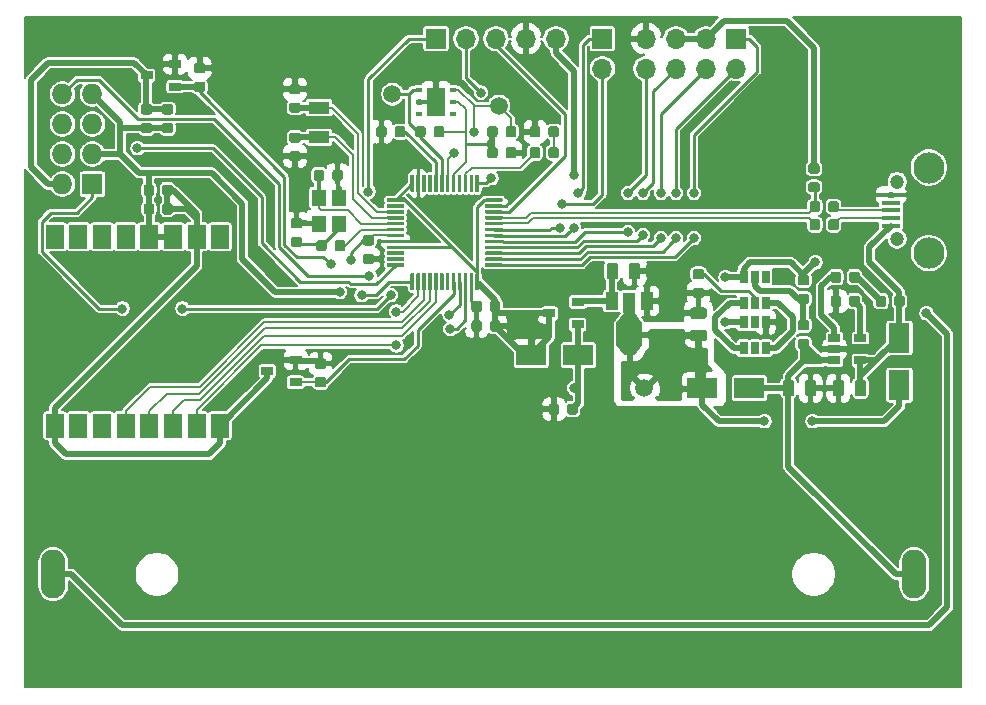
<source format=gbr>
G04 #@! TF.GenerationSoftware,KiCad,Pcbnew,5.1.5-52549c5~86~ubuntu19.10.1*
G04 #@! TF.CreationDate,2020-07-12T21:09:55+02:00*
G04 #@! TF.ProjectId,Remote_TempHumid,52656d6f-7465-45f5-9465-6d7048756d69,rev?*
G04 #@! TF.SameCoordinates,Original*
G04 #@! TF.FileFunction,Copper,L1,Top*
G04 #@! TF.FilePolarity,Positive*
%FSLAX46Y46*%
G04 Gerber Fmt 4.6, Leading zero omitted, Abs format (unit mm)*
G04 Created by KiCad (PCBNEW 5.1.5-52549c5~86~ubuntu19.10.1) date 2020-07-12 21:09:55*
%MOMM*%
%LPD*%
G04 APERTURE LIST*
%ADD10C,0.100000*%
%ADD11R,1.500000X2.000000*%
%ADD12O,1.700000X1.700000*%
%ADD13R,1.700000X1.700000*%
%ADD14R,1.800000X1.000000*%
%ADD15R,2.500000X1.800000*%
%ADD16R,1.200000X1.400000*%
%ADD17R,2.200000X1.840000*%
%ADD18R,1.000000X1.500000*%
%ADD19R,1.000000X1.800000*%
%ADD20O,1.727200X1.727200*%
%ADD21R,1.727200X1.727200*%
%ADD22R,0.650000X1.060000*%
%ADD23R,1.060000X0.650000*%
%ADD24R,0.600000X0.400000*%
%ADD25R,1.500000X2.400000*%
%ADD26C,1.500000*%
%ADD27R,1.000000X0.700000*%
%ADD28R,1.600000X0.400000*%
%ADD29C,2.640000*%
%ADD30C,1.200000*%
%ADD31R,1.800000X2.500000*%
%ADD32O,2.070000X4.140000*%
%ADD33C,0.800000*%
%ADD34C,0.508000*%
%ADD35C,0.254000*%
%ADD36C,0.250000*%
%ADD37C,0.203200*%
%ADD38C,0.355600*%
%ADD39C,0.200000*%
G04 APERTURE END LIST*
G04 #@! TA.AperFunction,SMDPad,CuDef*
D10*
G36*
X112545691Y-65108053D02*
G01*
X112566926Y-65111203D01*
X112587750Y-65116419D01*
X112607962Y-65123651D01*
X112627368Y-65132830D01*
X112645781Y-65143866D01*
X112663024Y-65156654D01*
X112678930Y-65171070D01*
X112693346Y-65186976D01*
X112706134Y-65204219D01*
X112717170Y-65222632D01*
X112726349Y-65242038D01*
X112733581Y-65262250D01*
X112738797Y-65283074D01*
X112741947Y-65304309D01*
X112743000Y-65325750D01*
X112743000Y-65763250D01*
X112741947Y-65784691D01*
X112738797Y-65805926D01*
X112733581Y-65826750D01*
X112726349Y-65846962D01*
X112717170Y-65866368D01*
X112706134Y-65884781D01*
X112693346Y-65902024D01*
X112678930Y-65917930D01*
X112663024Y-65932346D01*
X112645781Y-65945134D01*
X112627368Y-65956170D01*
X112607962Y-65965349D01*
X112587750Y-65972581D01*
X112566926Y-65977797D01*
X112545691Y-65980947D01*
X112524250Y-65982000D01*
X112011750Y-65982000D01*
X111990309Y-65980947D01*
X111969074Y-65977797D01*
X111948250Y-65972581D01*
X111928038Y-65965349D01*
X111908632Y-65956170D01*
X111890219Y-65945134D01*
X111872976Y-65932346D01*
X111857070Y-65917930D01*
X111842654Y-65902024D01*
X111829866Y-65884781D01*
X111818830Y-65866368D01*
X111809651Y-65846962D01*
X111802419Y-65826750D01*
X111797203Y-65805926D01*
X111794053Y-65784691D01*
X111793000Y-65763250D01*
X111793000Y-65325750D01*
X111794053Y-65304309D01*
X111797203Y-65283074D01*
X111802419Y-65262250D01*
X111809651Y-65242038D01*
X111818830Y-65222632D01*
X111829866Y-65204219D01*
X111842654Y-65186976D01*
X111857070Y-65171070D01*
X111872976Y-65156654D01*
X111890219Y-65143866D01*
X111908632Y-65132830D01*
X111928038Y-65123651D01*
X111948250Y-65116419D01*
X111969074Y-65111203D01*
X111990309Y-65108053D01*
X112011750Y-65107000D01*
X112524250Y-65107000D01*
X112545691Y-65108053D01*
G37*
G04 #@! TD.AperFunction*
G04 #@! TA.AperFunction,SMDPad,CuDef*
G36*
X112545691Y-66683053D02*
G01*
X112566926Y-66686203D01*
X112587750Y-66691419D01*
X112607962Y-66698651D01*
X112627368Y-66707830D01*
X112645781Y-66718866D01*
X112663024Y-66731654D01*
X112678930Y-66746070D01*
X112693346Y-66761976D01*
X112706134Y-66779219D01*
X112717170Y-66797632D01*
X112726349Y-66817038D01*
X112733581Y-66837250D01*
X112738797Y-66858074D01*
X112741947Y-66879309D01*
X112743000Y-66900750D01*
X112743000Y-67338250D01*
X112741947Y-67359691D01*
X112738797Y-67380926D01*
X112733581Y-67401750D01*
X112726349Y-67421962D01*
X112717170Y-67441368D01*
X112706134Y-67459781D01*
X112693346Y-67477024D01*
X112678930Y-67492930D01*
X112663024Y-67507346D01*
X112645781Y-67520134D01*
X112627368Y-67531170D01*
X112607962Y-67540349D01*
X112587750Y-67547581D01*
X112566926Y-67552797D01*
X112545691Y-67555947D01*
X112524250Y-67557000D01*
X112011750Y-67557000D01*
X111990309Y-67555947D01*
X111969074Y-67552797D01*
X111948250Y-67547581D01*
X111928038Y-67540349D01*
X111908632Y-67531170D01*
X111890219Y-67520134D01*
X111872976Y-67507346D01*
X111857070Y-67492930D01*
X111842654Y-67477024D01*
X111829866Y-67459781D01*
X111818830Y-67441368D01*
X111809651Y-67421962D01*
X111802419Y-67401750D01*
X111797203Y-67380926D01*
X111794053Y-67359691D01*
X111793000Y-67338250D01*
X111793000Y-66900750D01*
X111794053Y-66879309D01*
X111797203Y-66858074D01*
X111802419Y-66837250D01*
X111809651Y-66817038D01*
X111818830Y-66797632D01*
X111829866Y-66779219D01*
X111842654Y-66761976D01*
X111857070Y-66746070D01*
X111872976Y-66731654D01*
X111890219Y-66718866D01*
X111908632Y-66707830D01*
X111928038Y-66698651D01*
X111948250Y-66691419D01*
X111969074Y-66686203D01*
X111990309Y-66683053D01*
X112011750Y-66682000D01*
X112524250Y-66682000D01*
X112545691Y-66683053D01*
G37*
G04 #@! TD.AperFunction*
G04 #@! TA.AperFunction,SMDPad,CuDef*
G36*
X110767691Y-66683053D02*
G01*
X110788926Y-66686203D01*
X110809750Y-66691419D01*
X110829962Y-66698651D01*
X110849368Y-66707830D01*
X110867781Y-66718866D01*
X110885024Y-66731654D01*
X110900930Y-66746070D01*
X110915346Y-66761976D01*
X110928134Y-66779219D01*
X110939170Y-66797632D01*
X110948349Y-66817038D01*
X110955581Y-66837250D01*
X110960797Y-66858074D01*
X110963947Y-66879309D01*
X110965000Y-66900750D01*
X110965000Y-67338250D01*
X110963947Y-67359691D01*
X110960797Y-67380926D01*
X110955581Y-67401750D01*
X110948349Y-67421962D01*
X110939170Y-67441368D01*
X110928134Y-67459781D01*
X110915346Y-67477024D01*
X110900930Y-67492930D01*
X110885024Y-67507346D01*
X110867781Y-67520134D01*
X110849368Y-67531170D01*
X110829962Y-67540349D01*
X110809750Y-67547581D01*
X110788926Y-67552797D01*
X110767691Y-67555947D01*
X110746250Y-67557000D01*
X110233750Y-67557000D01*
X110212309Y-67555947D01*
X110191074Y-67552797D01*
X110170250Y-67547581D01*
X110150038Y-67540349D01*
X110130632Y-67531170D01*
X110112219Y-67520134D01*
X110094976Y-67507346D01*
X110079070Y-67492930D01*
X110064654Y-67477024D01*
X110051866Y-67459781D01*
X110040830Y-67441368D01*
X110031651Y-67421962D01*
X110024419Y-67401750D01*
X110019203Y-67380926D01*
X110016053Y-67359691D01*
X110015000Y-67338250D01*
X110015000Y-66900750D01*
X110016053Y-66879309D01*
X110019203Y-66858074D01*
X110024419Y-66837250D01*
X110031651Y-66817038D01*
X110040830Y-66797632D01*
X110051866Y-66779219D01*
X110064654Y-66761976D01*
X110079070Y-66746070D01*
X110094976Y-66731654D01*
X110112219Y-66718866D01*
X110130632Y-66707830D01*
X110150038Y-66698651D01*
X110170250Y-66691419D01*
X110191074Y-66686203D01*
X110212309Y-66683053D01*
X110233750Y-66682000D01*
X110746250Y-66682000D01*
X110767691Y-66683053D01*
G37*
G04 #@! TD.AperFunction*
G04 #@! TA.AperFunction,SMDPad,CuDef*
G36*
X110767691Y-65108053D02*
G01*
X110788926Y-65111203D01*
X110809750Y-65116419D01*
X110829962Y-65123651D01*
X110849368Y-65132830D01*
X110867781Y-65143866D01*
X110885024Y-65156654D01*
X110900930Y-65171070D01*
X110915346Y-65186976D01*
X110928134Y-65204219D01*
X110939170Y-65222632D01*
X110948349Y-65242038D01*
X110955581Y-65262250D01*
X110960797Y-65283074D01*
X110963947Y-65304309D01*
X110965000Y-65325750D01*
X110965000Y-65763250D01*
X110963947Y-65784691D01*
X110960797Y-65805926D01*
X110955581Y-65826750D01*
X110948349Y-65846962D01*
X110939170Y-65866368D01*
X110928134Y-65884781D01*
X110915346Y-65902024D01*
X110900930Y-65917930D01*
X110885024Y-65932346D01*
X110867781Y-65945134D01*
X110849368Y-65956170D01*
X110829962Y-65965349D01*
X110809750Y-65972581D01*
X110788926Y-65977797D01*
X110767691Y-65980947D01*
X110746250Y-65982000D01*
X110233750Y-65982000D01*
X110212309Y-65980947D01*
X110191074Y-65977797D01*
X110170250Y-65972581D01*
X110150038Y-65965349D01*
X110130632Y-65956170D01*
X110112219Y-65945134D01*
X110094976Y-65932346D01*
X110079070Y-65917930D01*
X110064654Y-65902024D01*
X110051866Y-65884781D01*
X110040830Y-65866368D01*
X110031651Y-65846962D01*
X110024419Y-65826750D01*
X110019203Y-65805926D01*
X110016053Y-65784691D01*
X110015000Y-65763250D01*
X110015000Y-65325750D01*
X110016053Y-65304309D01*
X110019203Y-65283074D01*
X110024419Y-65262250D01*
X110031651Y-65242038D01*
X110040830Y-65222632D01*
X110051866Y-65204219D01*
X110064654Y-65186976D01*
X110079070Y-65171070D01*
X110094976Y-65156654D01*
X110112219Y-65143866D01*
X110130632Y-65132830D01*
X110150038Y-65123651D01*
X110170250Y-65116419D01*
X110191074Y-65111203D01*
X110212309Y-65108053D01*
X110233750Y-65107000D01*
X110746250Y-65107000D01*
X110767691Y-65108053D01*
G37*
G04 #@! TD.AperFunction*
D11*
X116728000Y-76328000D03*
X114728000Y-76328000D03*
X112728000Y-76328000D03*
X110728000Y-76328000D03*
X108728000Y-76328000D03*
X106728000Y-76328000D03*
X104728000Y-76328000D03*
X102728000Y-76328000D03*
X102728000Y-92328000D03*
X104728000Y-92328000D03*
X106728000Y-92328000D03*
X108728000Y-92328000D03*
X110728000Y-92328000D03*
X112728000Y-92328000D03*
X114728000Y-92328000D03*
X116728000Y-92328000D03*
D12*
X152781000Y-62103000D03*
X152781000Y-59563000D03*
X155321000Y-62103000D03*
X155321000Y-59563000D03*
X157861000Y-62103000D03*
X157861000Y-59563000D03*
X160401000Y-62103000D03*
D13*
X160401000Y-59563000D03*
G04 #@! TA.AperFunction,SMDPad,CuDef*
D10*
G36*
X133075351Y-71074861D02*
G01*
X133082632Y-71075941D01*
X133089771Y-71077729D01*
X133096701Y-71080209D01*
X133103355Y-71083356D01*
X133109668Y-71087140D01*
X133115579Y-71091524D01*
X133121033Y-71096467D01*
X133125976Y-71101921D01*
X133130360Y-71107832D01*
X133134144Y-71114145D01*
X133137291Y-71120799D01*
X133139771Y-71127729D01*
X133141559Y-71134868D01*
X133142639Y-71142149D01*
X133143000Y-71149500D01*
X133143000Y-72474500D01*
X133142639Y-72481851D01*
X133141559Y-72489132D01*
X133139771Y-72496271D01*
X133137291Y-72503201D01*
X133134144Y-72509855D01*
X133130360Y-72516168D01*
X133125976Y-72522079D01*
X133121033Y-72527533D01*
X133115579Y-72532476D01*
X133109668Y-72536860D01*
X133103355Y-72540644D01*
X133096701Y-72543791D01*
X133089771Y-72546271D01*
X133082632Y-72548059D01*
X133075351Y-72549139D01*
X133068000Y-72549500D01*
X132918000Y-72549500D01*
X132910649Y-72549139D01*
X132903368Y-72548059D01*
X132896229Y-72546271D01*
X132889299Y-72543791D01*
X132882645Y-72540644D01*
X132876332Y-72536860D01*
X132870421Y-72532476D01*
X132864967Y-72527533D01*
X132860024Y-72522079D01*
X132855640Y-72516168D01*
X132851856Y-72509855D01*
X132848709Y-72503201D01*
X132846229Y-72496271D01*
X132844441Y-72489132D01*
X132843361Y-72481851D01*
X132843000Y-72474500D01*
X132843000Y-71149500D01*
X132843361Y-71142149D01*
X132844441Y-71134868D01*
X132846229Y-71127729D01*
X132848709Y-71120799D01*
X132851856Y-71114145D01*
X132855640Y-71107832D01*
X132860024Y-71101921D01*
X132864967Y-71096467D01*
X132870421Y-71091524D01*
X132876332Y-71087140D01*
X132882645Y-71083356D01*
X132889299Y-71080209D01*
X132896229Y-71077729D01*
X132903368Y-71075941D01*
X132910649Y-71074861D01*
X132918000Y-71074500D01*
X133068000Y-71074500D01*
X133075351Y-71074861D01*
G37*
G04 #@! TD.AperFunction*
G04 #@! TA.AperFunction,SMDPad,CuDef*
G36*
X133575351Y-71074861D02*
G01*
X133582632Y-71075941D01*
X133589771Y-71077729D01*
X133596701Y-71080209D01*
X133603355Y-71083356D01*
X133609668Y-71087140D01*
X133615579Y-71091524D01*
X133621033Y-71096467D01*
X133625976Y-71101921D01*
X133630360Y-71107832D01*
X133634144Y-71114145D01*
X133637291Y-71120799D01*
X133639771Y-71127729D01*
X133641559Y-71134868D01*
X133642639Y-71142149D01*
X133643000Y-71149500D01*
X133643000Y-72474500D01*
X133642639Y-72481851D01*
X133641559Y-72489132D01*
X133639771Y-72496271D01*
X133637291Y-72503201D01*
X133634144Y-72509855D01*
X133630360Y-72516168D01*
X133625976Y-72522079D01*
X133621033Y-72527533D01*
X133615579Y-72532476D01*
X133609668Y-72536860D01*
X133603355Y-72540644D01*
X133596701Y-72543791D01*
X133589771Y-72546271D01*
X133582632Y-72548059D01*
X133575351Y-72549139D01*
X133568000Y-72549500D01*
X133418000Y-72549500D01*
X133410649Y-72549139D01*
X133403368Y-72548059D01*
X133396229Y-72546271D01*
X133389299Y-72543791D01*
X133382645Y-72540644D01*
X133376332Y-72536860D01*
X133370421Y-72532476D01*
X133364967Y-72527533D01*
X133360024Y-72522079D01*
X133355640Y-72516168D01*
X133351856Y-72509855D01*
X133348709Y-72503201D01*
X133346229Y-72496271D01*
X133344441Y-72489132D01*
X133343361Y-72481851D01*
X133343000Y-72474500D01*
X133343000Y-71149500D01*
X133343361Y-71142149D01*
X133344441Y-71134868D01*
X133346229Y-71127729D01*
X133348709Y-71120799D01*
X133351856Y-71114145D01*
X133355640Y-71107832D01*
X133360024Y-71101921D01*
X133364967Y-71096467D01*
X133370421Y-71091524D01*
X133376332Y-71087140D01*
X133382645Y-71083356D01*
X133389299Y-71080209D01*
X133396229Y-71077729D01*
X133403368Y-71075941D01*
X133410649Y-71074861D01*
X133418000Y-71074500D01*
X133568000Y-71074500D01*
X133575351Y-71074861D01*
G37*
G04 #@! TD.AperFunction*
G04 #@! TA.AperFunction,SMDPad,CuDef*
G36*
X134075351Y-71074861D02*
G01*
X134082632Y-71075941D01*
X134089771Y-71077729D01*
X134096701Y-71080209D01*
X134103355Y-71083356D01*
X134109668Y-71087140D01*
X134115579Y-71091524D01*
X134121033Y-71096467D01*
X134125976Y-71101921D01*
X134130360Y-71107832D01*
X134134144Y-71114145D01*
X134137291Y-71120799D01*
X134139771Y-71127729D01*
X134141559Y-71134868D01*
X134142639Y-71142149D01*
X134143000Y-71149500D01*
X134143000Y-72474500D01*
X134142639Y-72481851D01*
X134141559Y-72489132D01*
X134139771Y-72496271D01*
X134137291Y-72503201D01*
X134134144Y-72509855D01*
X134130360Y-72516168D01*
X134125976Y-72522079D01*
X134121033Y-72527533D01*
X134115579Y-72532476D01*
X134109668Y-72536860D01*
X134103355Y-72540644D01*
X134096701Y-72543791D01*
X134089771Y-72546271D01*
X134082632Y-72548059D01*
X134075351Y-72549139D01*
X134068000Y-72549500D01*
X133918000Y-72549500D01*
X133910649Y-72549139D01*
X133903368Y-72548059D01*
X133896229Y-72546271D01*
X133889299Y-72543791D01*
X133882645Y-72540644D01*
X133876332Y-72536860D01*
X133870421Y-72532476D01*
X133864967Y-72527533D01*
X133860024Y-72522079D01*
X133855640Y-72516168D01*
X133851856Y-72509855D01*
X133848709Y-72503201D01*
X133846229Y-72496271D01*
X133844441Y-72489132D01*
X133843361Y-72481851D01*
X133843000Y-72474500D01*
X133843000Y-71149500D01*
X133843361Y-71142149D01*
X133844441Y-71134868D01*
X133846229Y-71127729D01*
X133848709Y-71120799D01*
X133851856Y-71114145D01*
X133855640Y-71107832D01*
X133860024Y-71101921D01*
X133864967Y-71096467D01*
X133870421Y-71091524D01*
X133876332Y-71087140D01*
X133882645Y-71083356D01*
X133889299Y-71080209D01*
X133896229Y-71077729D01*
X133903368Y-71075941D01*
X133910649Y-71074861D01*
X133918000Y-71074500D01*
X134068000Y-71074500D01*
X134075351Y-71074861D01*
G37*
G04 #@! TD.AperFunction*
G04 #@! TA.AperFunction,SMDPad,CuDef*
G36*
X134575351Y-71074861D02*
G01*
X134582632Y-71075941D01*
X134589771Y-71077729D01*
X134596701Y-71080209D01*
X134603355Y-71083356D01*
X134609668Y-71087140D01*
X134615579Y-71091524D01*
X134621033Y-71096467D01*
X134625976Y-71101921D01*
X134630360Y-71107832D01*
X134634144Y-71114145D01*
X134637291Y-71120799D01*
X134639771Y-71127729D01*
X134641559Y-71134868D01*
X134642639Y-71142149D01*
X134643000Y-71149500D01*
X134643000Y-72474500D01*
X134642639Y-72481851D01*
X134641559Y-72489132D01*
X134639771Y-72496271D01*
X134637291Y-72503201D01*
X134634144Y-72509855D01*
X134630360Y-72516168D01*
X134625976Y-72522079D01*
X134621033Y-72527533D01*
X134615579Y-72532476D01*
X134609668Y-72536860D01*
X134603355Y-72540644D01*
X134596701Y-72543791D01*
X134589771Y-72546271D01*
X134582632Y-72548059D01*
X134575351Y-72549139D01*
X134568000Y-72549500D01*
X134418000Y-72549500D01*
X134410649Y-72549139D01*
X134403368Y-72548059D01*
X134396229Y-72546271D01*
X134389299Y-72543791D01*
X134382645Y-72540644D01*
X134376332Y-72536860D01*
X134370421Y-72532476D01*
X134364967Y-72527533D01*
X134360024Y-72522079D01*
X134355640Y-72516168D01*
X134351856Y-72509855D01*
X134348709Y-72503201D01*
X134346229Y-72496271D01*
X134344441Y-72489132D01*
X134343361Y-72481851D01*
X134343000Y-72474500D01*
X134343000Y-71149500D01*
X134343361Y-71142149D01*
X134344441Y-71134868D01*
X134346229Y-71127729D01*
X134348709Y-71120799D01*
X134351856Y-71114145D01*
X134355640Y-71107832D01*
X134360024Y-71101921D01*
X134364967Y-71096467D01*
X134370421Y-71091524D01*
X134376332Y-71087140D01*
X134382645Y-71083356D01*
X134389299Y-71080209D01*
X134396229Y-71077729D01*
X134403368Y-71075941D01*
X134410649Y-71074861D01*
X134418000Y-71074500D01*
X134568000Y-71074500D01*
X134575351Y-71074861D01*
G37*
G04 #@! TD.AperFunction*
G04 #@! TA.AperFunction,SMDPad,CuDef*
G36*
X135075351Y-71074861D02*
G01*
X135082632Y-71075941D01*
X135089771Y-71077729D01*
X135096701Y-71080209D01*
X135103355Y-71083356D01*
X135109668Y-71087140D01*
X135115579Y-71091524D01*
X135121033Y-71096467D01*
X135125976Y-71101921D01*
X135130360Y-71107832D01*
X135134144Y-71114145D01*
X135137291Y-71120799D01*
X135139771Y-71127729D01*
X135141559Y-71134868D01*
X135142639Y-71142149D01*
X135143000Y-71149500D01*
X135143000Y-72474500D01*
X135142639Y-72481851D01*
X135141559Y-72489132D01*
X135139771Y-72496271D01*
X135137291Y-72503201D01*
X135134144Y-72509855D01*
X135130360Y-72516168D01*
X135125976Y-72522079D01*
X135121033Y-72527533D01*
X135115579Y-72532476D01*
X135109668Y-72536860D01*
X135103355Y-72540644D01*
X135096701Y-72543791D01*
X135089771Y-72546271D01*
X135082632Y-72548059D01*
X135075351Y-72549139D01*
X135068000Y-72549500D01*
X134918000Y-72549500D01*
X134910649Y-72549139D01*
X134903368Y-72548059D01*
X134896229Y-72546271D01*
X134889299Y-72543791D01*
X134882645Y-72540644D01*
X134876332Y-72536860D01*
X134870421Y-72532476D01*
X134864967Y-72527533D01*
X134860024Y-72522079D01*
X134855640Y-72516168D01*
X134851856Y-72509855D01*
X134848709Y-72503201D01*
X134846229Y-72496271D01*
X134844441Y-72489132D01*
X134843361Y-72481851D01*
X134843000Y-72474500D01*
X134843000Y-71149500D01*
X134843361Y-71142149D01*
X134844441Y-71134868D01*
X134846229Y-71127729D01*
X134848709Y-71120799D01*
X134851856Y-71114145D01*
X134855640Y-71107832D01*
X134860024Y-71101921D01*
X134864967Y-71096467D01*
X134870421Y-71091524D01*
X134876332Y-71087140D01*
X134882645Y-71083356D01*
X134889299Y-71080209D01*
X134896229Y-71077729D01*
X134903368Y-71075941D01*
X134910649Y-71074861D01*
X134918000Y-71074500D01*
X135068000Y-71074500D01*
X135075351Y-71074861D01*
G37*
G04 #@! TD.AperFunction*
G04 #@! TA.AperFunction,SMDPad,CuDef*
G36*
X135575351Y-71074861D02*
G01*
X135582632Y-71075941D01*
X135589771Y-71077729D01*
X135596701Y-71080209D01*
X135603355Y-71083356D01*
X135609668Y-71087140D01*
X135615579Y-71091524D01*
X135621033Y-71096467D01*
X135625976Y-71101921D01*
X135630360Y-71107832D01*
X135634144Y-71114145D01*
X135637291Y-71120799D01*
X135639771Y-71127729D01*
X135641559Y-71134868D01*
X135642639Y-71142149D01*
X135643000Y-71149500D01*
X135643000Y-72474500D01*
X135642639Y-72481851D01*
X135641559Y-72489132D01*
X135639771Y-72496271D01*
X135637291Y-72503201D01*
X135634144Y-72509855D01*
X135630360Y-72516168D01*
X135625976Y-72522079D01*
X135621033Y-72527533D01*
X135615579Y-72532476D01*
X135609668Y-72536860D01*
X135603355Y-72540644D01*
X135596701Y-72543791D01*
X135589771Y-72546271D01*
X135582632Y-72548059D01*
X135575351Y-72549139D01*
X135568000Y-72549500D01*
X135418000Y-72549500D01*
X135410649Y-72549139D01*
X135403368Y-72548059D01*
X135396229Y-72546271D01*
X135389299Y-72543791D01*
X135382645Y-72540644D01*
X135376332Y-72536860D01*
X135370421Y-72532476D01*
X135364967Y-72527533D01*
X135360024Y-72522079D01*
X135355640Y-72516168D01*
X135351856Y-72509855D01*
X135348709Y-72503201D01*
X135346229Y-72496271D01*
X135344441Y-72489132D01*
X135343361Y-72481851D01*
X135343000Y-72474500D01*
X135343000Y-71149500D01*
X135343361Y-71142149D01*
X135344441Y-71134868D01*
X135346229Y-71127729D01*
X135348709Y-71120799D01*
X135351856Y-71114145D01*
X135355640Y-71107832D01*
X135360024Y-71101921D01*
X135364967Y-71096467D01*
X135370421Y-71091524D01*
X135376332Y-71087140D01*
X135382645Y-71083356D01*
X135389299Y-71080209D01*
X135396229Y-71077729D01*
X135403368Y-71075941D01*
X135410649Y-71074861D01*
X135418000Y-71074500D01*
X135568000Y-71074500D01*
X135575351Y-71074861D01*
G37*
G04 #@! TD.AperFunction*
G04 #@! TA.AperFunction,SMDPad,CuDef*
G36*
X136075351Y-71074861D02*
G01*
X136082632Y-71075941D01*
X136089771Y-71077729D01*
X136096701Y-71080209D01*
X136103355Y-71083356D01*
X136109668Y-71087140D01*
X136115579Y-71091524D01*
X136121033Y-71096467D01*
X136125976Y-71101921D01*
X136130360Y-71107832D01*
X136134144Y-71114145D01*
X136137291Y-71120799D01*
X136139771Y-71127729D01*
X136141559Y-71134868D01*
X136142639Y-71142149D01*
X136143000Y-71149500D01*
X136143000Y-72474500D01*
X136142639Y-72481851D01*
X136141559Y-72489132D01*
X136139771Y-72496271D01*
X136137291Y-72503201D01*
X136134144Y-72509855D01*
X136130360Y-72516168D01*
X136125976Y-72522079D01*
X136121033Y-72527533D01*
X136115579Y-72532476D01*
X136109668Y-72536860D01*
X136103355Y-72540644D01*
X136096701Y-72543791D01*
X136089771Y-72546271D01*
X136082632Y-72548059D01*
X136075351Y-72549139D01*
X136068000Y-72549500D01*
X135918000Y-72549500D01*
X135910649Y-72549139D01*
X135903368Y-72548059D01*
X135896229Y-72546271D01*
X135889299Y-72543791D01*
X135882645Y-72540644D01*
X135876332Y-72536860D01*
X135870421Y-72532476D01*
X135864967Y-72527533D01*
X135860024Y-72522079D01*
X135855640Y-72516168D01*
X135851856Y-72509855D01*
X135848709Y-72503201D01*
X135846229Y-72496271D01*
X135844441Y-72489132D01*
X135843361Y-72481851D01*
X135843000Y-72474500D01*
X135843000Y-71149500D01*
X135843361Y-71142149D01*
X135844441Y-71134868D01*
X135846229Y-71127729D01*
X135848709Y-71120799D01*
X135851856Y-71114145D01*
X135855640Y-71107832D01*
X135860024Y-71101921D01*
X135864967Y-71096467D01*
X135870421Y-71091524D01*
X135876332Y-71087140D01*
X135882645Y-71083356D01*
X135889299Y-71080209D01*
X135896229Y-71077729D01*
X135903368Y-71075941D01*
X135910649Y-71074861D01*
X135918000Y-71074500D01*
X136068000Y-71074500D01*
X136075351Y-71074861D01*
G37*
G04 #@! TD.AperFunction*
G04 #@! TA.AperFunction,SMDPad,CuDef*
G36*
X136575351Y-71074861D02*
G01*
X136582632Y-71075941D01*
X136589771Y-71077729D01*
X136596701Y-71080209D01*
X136603355Y-71083356D01*
X136609668Y-71087140D01*
X136615579Y-71091524D01*
X136621033Y-71096467D01*
X136625976Y-71101921D01*
X136630360Y-71107832D01*
X136634144Y-71114145D01*
X136637291Y-71120799D01*
X136639771Y-71127729D01*
X136641559Y-71134868D01*
X136642639Y-71142149D01*
X136643000Y-71149500D01*
X136643000Y-72474500D01*
X136642639Y-72481851D01*
X136641559Y-72489132D01*
X136639771Y-72496271D01*
X136637291Y-72503201D01*
X136634144Y-72509855D01*
X136630360Y-72516168D01*
X136625976Y-72522079D01*
X136621033Y-72527533D01*
X136615579Y-72532476D01*
X136609668Y-72536860D01*
X136603355Y-72540644D01*
X136596701Y-72543791D01*
X136589771Y-72546271D01*
X136582632Y-72548059D01*
X136575351Y-72549139D01*
X136568000Y-72549500D01*
X136418000Y-72549500D01*
X136410649Y-72549139D01*
X136403368Y-72548059D01*
X136396229Y-72546271D01*
X136389299Y-72543791D01*
X136382645Y-72540644D01*
X136376332Y-72536860D01*
X136370421Y-72532476D01*
X136364967Y-72527533D01*
X136360024Y-72522079D01*
X136355640Y-72516168D01*
X136351856Y-72509855D01*
X136348709Y-72503201D01*
X136346229Y-72496271D01*
X136344441Y-72489132D01*
X136343361Y-72481851D01*
X136343000Y-72474500D01*
X136343000Y-71149500D01*
X136343361Y-71142149D01*
X136344441Y-71134868D01*
X136346229Y-71127729D01*
X136348709Y-71120799D01*
X136351856Y-71114145D01*
X136355640Y-71107832D01*
X136360024Y-71101921D01*
X136364967Y-71096467D01*
X136370421Y-71091524D01*
X136376332Y-71087140D01*
X136382645Y-71083356D01*
X136389299Y-71080209D01*
X136396229Y-71077729D01*
X136403368Y-71075941D01*
X136410649Y-71074861D01*
X136418000Y-71074500D01*
X136568000Y-71074500D01*
X136575351Y-71074861D01*
G37*
G04 #@! TD.AperFunction*
G04 #@! TA.AperFunction,SMDPad,CuDef*
G36*
X137075351Y-71074861D02*
G01*
X137082632Y-71075941D01*
X137089771Y-71077729D01*
X137096701Y-71080209D01*
X137103355Y-71083356D01*
X137109668Y-71087140D01*
X137115579Y-71091524D01*
X137121033Y-71096467D01*
X137125976Y-71101921D01*
X137130360Y-71107832D01*
X137134144Y-71114145D01*
X137137291Y-71120799D01*
X137139771Y-71127729D01*
X137141559Y-71134868D01*
X137142639Y-71142149D01*
X137143000Y-71149500D01*
X137143000Y-72474500D01*
X137142639Y-72481851D01*
X137141559Y-72489132D01*
X137139771Y-72496271D01*
X137137291Y-72503201D01*
X137134144Y-72509855D01*
X137130360Y-72516168D01*
X137125976Y-72522079D01*
X137121033Y-72527533D01*
X137115579Y-72532476D01*
X137109668Y-72536860D01*
X137103355Y-72540644D01*
X137096701Y-72543791D01*
X137089771Y-72546271D01*
X137082632Y-72548059D01*
X137075351Y-72549139D01*
X137068000Y-72549500D01*
X136918000Y-72549500D01*
X136910649Y-72549139D01*
X136903368Y-72548059D01*
X136896229Y-72546271D01*
X136889299Y-72543791D01*
X136882645Y-72540644D01*
X136876332Y-72536860D01*
X136870421Y-72532476D01*
X136864967Y-72527533D01*
X136860024Y-72522079D01*
X136855640Y-72516168D01*
X136851856Y-72509855D01*
X136848709Y-72503201D01*
X136846229Y-72496271D01*
X136844441Y-72489132D01*
X136843361Y-72481851D01*
X136843000Y-72474500D01*
X136843000Y-71149500D01*
X136843361Y-71142149D01*
X136844441Y-71134868D01*
X136846229Y-71127729D01*
X136848709Y-71120799D01*
X136851856Y-71114145D01*
X136855640Y-71107832D01*
X136860024Y-71101921D01*
X136864967Y-71096467D01*
X136870421Y-71091524D01*
X136876332Y-71087140D01*
X136882645Y-71083356D01*
X136889299Y-71080209D01*
X136896229Y-71077729D01*
X136903368Y-71075941D01*
X136910649Y-71074861D01*
X136918000Y-71074500D01*
X137068000Y-71074500D01*
X137075351Y-71074861D01*
G37*
G04 #@! TD.AperFunction*
G04 #@! TA.AperFunction,SMDPad,CuDef*
G36*
X137575351Y-71074861D02*
G01*
X137582632Y-71075941D01*
X137589771Y-71077729D01*
X137596701Y-71080209D01*
X137603355Y-71083356D01*
X137609668Y-71087140D01*
X137615579Y-71091524D01*
X137621033Y-71096467D01*
X137625976Y-71101921D01*
X137630360Y-71107832D01*
X137634144Y-71114145D01*
X137637291Y-71120799D01*
X137639771Y-71127729D01*
X137641559Y-71134868D01*
X137642639Y-71142149D01*
X137643000Y-71149500D01*
X137643000Y-72474500D01*
X137642639Y-72481851D01*
X137641559Y-72489132D01*
X137639771Y-72496271D01*
X137637291Y-72503201D01*
X137634144Y-72509855D01*
X137630360Y-72516168D01*
X137625976Y-72522079D01*
X137621033Y-72527533D01*
X137615579Y-72532476D01*
X137609668Y-72536860D01*
X137603355Y-72540644D01*
X137596701Y-72543791D01*
X137589771Y-72546271D01*
X137582632Y-72548059D01*
X137575351Y-72549139D01*
X137568000Y-72549500D01*
X137418000Y-72549500D01*
X137410649Y-72549139D01*
X137403368Y-72548059D01*
X137396229Y-72546271D01*
X137389299Y-72543791D01*
X137382645Y-72540644D01*
X137376332Y-72536860D01*
X137370421Y-72532476D01*
X137364967Y-72527533D01*
X137360024Y-72522079D01*
X137355640Y-72516168D01*
X137351856Y-72509855D01*
X137348709Y-72503201D01*
X137346229Y-72496271D01*
X137344441Y-72489132D01*
X137343361Y-72481851D01*
X137343000Y-72474500D01*
X137343000Y-71149500D01*
X137343361Y-71142149D01*
X137344441Y-71134868D01*
X137346229Y-71127729D01*
X137348709Y-71120799D01*
X137351856Y-71114145D01*
X137355640Y-71107832D01*
X137360024Y-71101921D01*
X137364967Y-71096467D01*
X137370421Y-71091524D01*
X137376332Y-71087140D01*
X137382645Y-71083356D01*
X137389299Y-71080209D01*
X137396229Y-71077729D01*
X137403368Y-71075941D01*
X137410649Y-71074861D01*
X137418000Y-71074500D01*
X137568000Y-71074500D01*
X137575351Y-71074861D01*
G37*
G04 #@! TD.AperFunction*
G04 #@! TA.AperFunction,SMDPad,CuDef*
G36*
X138075351Y-71074861D02*
G01*
X138082632Y-71075941D01*
X138089771Y-71077729D01*
X138096701Y-71080209D01*
X138103355Y-71083356D01*
X138109668Y-71087140D01*
X138115579Y-71091524D01*
X138121033Y-71096467D01*
X138125976Y-71101921D01*
X138130360Y-71107832D01*
X138134144Y-71114145D01*
X138137291Y-71120799D01*
X138139771Y-71127729D01*
X138141559Y-71134868D01*
X138142639Y-71142149D01*
X138143000Y-71149500D01*
X138143000Y-72474500D01*
X138142639Y-72481851D01*
X138141559Y-72489132D01*
X138139771Y-72496271D01*
X138137291Y-72503201D01*
X138134144Y-72509855D01*
X138130360Y-72516168D01*
X138125976Y-72522079D01*
X138121033Y-72527533D01*
X138115579Y-72532476D01*
X138109668Y-72536860D01*
X138103355Y-72540644D01*
X138096701Y-72543791D01*
X138089771Y-72546271D01*
X138082632Y-72548059D01*
X138075351Y-72549139D01*
X138068000Y-72549500D01*
X137918000Y-72549500D01*
X137910649Y-72549139D01*
X137903368Y-72548059D01*
X137896229Y-72546271D01*
X137889299Y-72543791D01*
X137882645Y-72540644D01*
X137876332Y-72536860D01*
X137870421Y-72532476D01*
X137864967Y-72527533D01*
X137860024Y-72522079D01*
X137855640Y-72516168D01*
X137851856Y-72509855D01*
X137848709Y-72503201D01*
X137846229Y-72496271D01*
X137844441Y-72489132D01*
X137843361Y-72481851D01*
X137843000Y-72474500D01*
X137843000Y-71149500D01*
X137843361Y-71142149D01*
X137844441Y-71134868D01*
X137846229Y-71127729D01*
X137848709Y-71120799D01*
X137851856Y-71114145D01*
X137855640Y-71107832D01*
X137860024Y-71101921D01*
X137864967Y-71096467D01*
X137870421Y-71091524D01*
X137876332Y-71087140D01*
X137882645Y-71083356D01*
X137889299Y-71080209D01*
X137896229Y-71077729D01*
X137903368Y-71075941D01*
X137910649Y-71074861D01*
X137918000Y-71074500D01*
X138068000Y-71074500D01*
X138075351Y-71074861D01*
G37*
G04 #@! TD.AperFunction*
G04 #@! TA.AperFunction,SMDPad,CuDef*
G36*
X138575351Y-71074861D02*
G01*
X138582632Y-71075941D01*
X138589771Y-71077729D01*
X138596701Y-71080209D01*
X138603355Y-71083356D01*
X138609668Y-71087140D01*
X138615579Y-71091524D01*
X138621033Y-71096467D01*
X138625976Y-71101921D01*
X138630360Y-71107832D01*
X138634144Y-71114145D01*
X138637291Y-71120799D01*
X138639771Y-71127729D01*
X138641559Y-71134868D01*
X138642639Y-71142149D01*
X138643000Y-71149500D01*
X138643000Y-72474500D01*
X138642639Y-72481851D01*
X138641559Y-72489132D01*
X138639771Y-72496271D01*
X138637291Y-72503201D01*
X138634144Y-72509855D01*
X138630360Y-72516168D01*
X138625976Y-72522079D01*
X138621033Y-72527533D01*
X138615579Y-72532476D01*
X138609668Y-72536860D01*
X138603355Y-72540644D01*
X138596701Y-72543791D01*
X138589771Y-72546271D01*
X138582632Y-72548059D01*
X138575351Y-72549139D01*
X138568000Y-72549500D01*
X138418000Y-72549500D01*
X138410649Y-72549139D01*
X138403368Y-72548059D01*
X138396229Y-72546271D01*
X138389299Y-72543791D01*
X138382645Y-72540644D01*
X138376332Y-72536860D01*
X138370421Y-72532476D01*
X138364967Y-72527533D01*
X138360024Y-72522079D01*
X138355640Y-72516168D01*
X138351856Y-72509855D01*
X138348709Y-72503201D01*
X138346229Y-72496271D01*
X138344441Y-72489132D01*
X138343361Y-72481851D01*
X138343000Y-72474500D01*
X138343000Y-71149500D01*
X138343361Y-71142149D01*
X138344441Y-71134868D01*
X138346229Y-71127729D01*
X138348709Y-71120799D01*
X138351856Y-71114145D01*
X138355640Y-71107832D01*
X138360024Y-71101921D01*
X138364967Y-71096467D01*
X138370421Y-71091524D01*
X138376332Y-71087140D01*
X138382645Y-71083356D01*
X138389299Y-71080209D01*
X138396229Y-71077729D01*
X138403368Y-71075941D01*
X138410649Y-71074861D01*
X138418000Y-71074500D01*
X138568000Y-71074500D01*
X138575351Y-71074861D01*
G37*
G04 #@! TD.AperFunction*
G04 #@! TA.AperFunction,SMDPad,CuDef*
G36*
X140575351Y-73074861D02*
G01*
X140582632Y-73075941D01*
X140589771Y-73077729D01*
X140596701Y-73080209D01*
X140603355Y-73083356D01*
X140609668Y-73087140D01*
X140615579Y-73091524D01*
X140621033Y-73096467D01*
X140625976Y-73101921D01*
X140630360Y-73107832D01*
X140634144Y-73114145D01*
X140637291Y-73120799D01*
X140639771Y-73127729D01*
X140641559Y-73134868D01*
X140642639Y-73142149D01*
X140643000Y-73149500D01*
X140643000Y-73299500D01*
X140642639Y-73306851D01*
X140641559Y-73314132D01*
X140639771Y-73321271D01*
X140637291Y-73328201D01*
X140634144Y-73334855D01*
X140630360Y-73341168D01*
X140625976Y-73347079D01*
X140621033Y-73352533D01*
X140615579Y-73357476D01*
X140609668Y-73361860D01*
X140603355Y-73365644D01*
X140596701Y-73368791D01*
X140589771Y-73371271D01*
X140582632Y-73373059D01*
X140575351Y-73374139D01*
X140568000Y-73374500D01*
X139243000Y-73374500D01*
X139235649Y-73374139D01*
X139228368Y-73373059D01*
X139221229Y-73371271D01*
X139214299Y-73368791D01*
X139207645Y-73365644D01*
X139201332Y-73361860D01*
X139195421Y-73357476D01*
X139189967Y-73352533D01*
X139185024Y-73347079D01*
X139180640Y-73341168D01*
X139176856Y-73334855D01*
X139173709Y-73328201D01*
X139171229Y-73321271D01*
X139169441Y-73314132D01*
X139168361Y-73306851D01*
X139168000Y-73299500D01*
X139168000Y-73149500D01*
X139168361Y-73142149D01*
X139169441Y-73134868D01*
X139171229Y-73127729D01*
X139173709Y-73120799D01*
X139176856Y-73114145D01*
X139180640Y-73107832D01*
X139185024Y-73101921D01*
X139189967Y-73096467D01*
X139195421Y-73091524D01*
X139201332Y-73087140D01*
X139207645Y-73083356D01*
X139214299Y-73080209D01*
X139221229Y-73077729D01*
X139228368Y-73075941D01*
X139235649Y-73074861D01*
X139243000Y-73074500D01*
X140568000Y-73074500D01*
X140575351Y-73074861D01*
G37*
G04 #@! TD.AperFunction*
G04 #@! TA.AperFunction,SMDPad,CuDef*
G36*
X140575351Y-73574861D02*
G01*
X140582632Y-73575941D01*
X140589771Y-73577729D01*
X140596701Y-73580209D01*
X140603355Y-73583356D01*
X140609668Y-73587140D01*
X140615579Y-73591524D01*
X140621033Y-73596467D01*
X140625976Y-73601921D01*
X140630360Y-73607832D01*
X140634144Y-73614145D01*
X140637291Y-73620799D01*
X140639771Y-73627729D01*
X140641559Y-73634868D01*
X140642639Y-73642149D01*
X140643000Y-73649500D01*
X140643000Y-73799500D01*
X140642639Y-73806851D01*
X140641559Y-73814132D01*
X140639771Y-73821271D01*
X140637291Y-73828201D01*
X140634144Y-73834855D01*
X140630360Y-73841168D01*
X140625976Y-73847079D01*
X140621033Y-73852533D01*
X140615579Y-73857476D01*
X140609668Y-73861860D01*
X140603355Y-73865644D01*
X140596701Y-73868791D01*
X140589771Y-73871271D01*
X140582632Y-73873059D01*
X140575351Y-73874139D01*
X140568000Y-73874500D01*
X139243000Y-73874500D01*
X139235649Y-73874139D01*
X139228368Y-73873059D01*
X139221229Y-73871271D01*
X139214299Y-73868791D01*
X139207645Y-73865644D01*
X139201332Y-73861860D01*
X139195421Y-73857476D01*
X139189967Y-73852533D01*
X139185024Y-73847079D01*
X139180640Y-73841168D01*
X139176856Y-73834855D01*
X139173709Y-73828201D01*
X139171229Y-73821271D01*
X139169441Y-73814132D01*
X139168361Y-73806851D01*
X139168000Y-73799500D01*
X139168000Y-73649500D01*
X139168361Y-73642149D01*
X139169441Y-73634868D01*
X139171229Y-73627729D01*
X139173709Y-73620799D01*
X139176856Y-73614145D01*
X139180640Y-73607832D01*
X139185024Y-73601921D01*
X139189967Y-73596467D01*
X139195421Y-73591524D01*
X139201332Y-73587140D01*
X139207645Y-73583356D01*
X139214299Y-73580209D01*
X139221229Y-73577729D01*
X139228368Y-73575941D01*
X139235649Y-73574861D01*
X139243000Y-73574500D01*
X140568000Y-73574500D01*
X140575351Y-73574861D01*
G37*
G04 #@! TD.AperFunction*
G04 #@! TA.AperFunction,SMDPad,CuDef*
G36*
X140575351Y-74074861D02*
G01*
X140582632Y-74075941D01*
X140589771Y-74077729D01*
X140596701Y-74080209D01*
X140603355Y-74083356D01*
X140609668Y-74087140D01*
X140615579Y-74091524D01*
X140621033Y-74096467D01*
X140625976Y-74101921D01*
X140630360Y-74107832D01*
X140634144Y-74114145D01*
X140637291Y-74120799D01*
X140639771Y-74127729D01*
X140641559Y-74134868D01*
X140642639Y-74142149D01*
X140643000Y-74149500D01*
X140643000Y-74299500D01*
X140642639Y-74306851D01*
X140641559Y-74314132D01*
X140639771Y-74321271D01*
X140637291Y-74328201D01*
X140634144Y-74334855D01*
X140630360Y-74341168D01*
X140625976Y-74347079D01*
X140621033Y-74352533D01*
X140615579Y-74357476D01*
X140609668Y-74361860D01*
X140603355Y-74365644D01*
X140596701Y-74368791D01*
X140589771Y-74371271D01*
X140582632Y-74373059D01*
X140575351Y-74374139D01*
X140568000Y-74374500D01*
X139243000Y-74374500D01*
X139235649Y-74374139D01*
X139228368Y-74373059D01*
X139221229Y-74371271D01*
X139214299Y-74368791D01*
X139207645Y-74365644D01*
X139201332Y-74361860D01*
X139195421Y-74357476D01*
X139189967Y-74352533D01*
X139185024Y-74347079D01*
X139180640Y-74341168D01*
X139176856Y-74334855D01*
X139173709Y-74328201D01*
X139171229Y-74321271D01*
X139169441Y-74314132D01*
X139168361Y-74306851D01*
X139168000Y-74299500D01*
X139168000Y-74149500D01*
X139168361Y-74142149D01*
X139169441Y-74134868D01*
X139171229Y-74127729D01*
X139173709Y-74120799D01*
X139176856Y-74114145D01*
X139180640Y-74107832D01*
X139185024Y-74101921D01*
X139189967Y-74096467D01*
X139195421Y-74091524D01*
X139201332Y-74087140D01*
X139207645Y-74083356D01*
X139214299Y-74080209D01*
X139221229Y-74077729D01*
X139228368Y-74075941D01*
X139235649Y-74074861D01*
X139243000Y-74074500D01*
X140568000Y-74074500D01*
X140575351Y-74074861D01*
G37*
G04 #@! TD.AperFunction*
G04 #@! TA.AperFunction,SMDPad,CuDef*
G36*
X140575351Y-74574861D02*
G01*
X140582632Y-74575941D01*
X140589771Y-74577729D01*
X140596701Y-74580209D01*
X140603355Y-74583356D01*
X140609668Y-74587140D01*
X140615579Y-74591524D01*
X140621033Y-74596467D01*
X140625976Y-74601921D01*
X140630360Y-74607832D01*
X140634144Y-74614145D01*
X140637291Y-74620799D01*
X140639771Y-74627729D01*
X140641559Y-74634868D01*
X140642639Y-74642149D01*
X140643000Y-74649500D01*
X140643000Y-74799500D01*
X140642639Y-74806851D01*
X140641559Y-74814132D01*
X140639771Y-74821271D01*
X140637291Y-74828201D01*
X140634144Y-74834855D01*
X140630360Y-74841168D01*
X140625976Y-74847079D01*
X140621033Y-74852533D01*
X140615579Y-74857476D01*
X140609668Y-74861860D01*
X140603355Y-74865644D01*
X140596701Y-74868791D01*
X140589771Y-74871271D01*
X140582632Y-74873059D01*
X140575351Y-74874139D01*
X140568000Y-74874500D01*
X139243000Y-74874500D01*
X139235649Y-74874139D01*
X139228368Y-74873059D01*
X139221229Y-74871271D01*
X139214299Y-74868791D01*
X139207645Y-74865644D01*
X139201332Y-74861860D01*
X139195421Y-74857476D01*
X139189967Y-74852533D01*
X139185024Y-74847079D01*
X139180640Y-74841168D01*
X139176856Y-74834855D01*
X139173709Y-74828201D01*
X139171229Y-74821271D01*
X139169441Y-74814132D01*
X139168361Y-74806851D01*
X139168000Y-74799500D01*
X139168000Y-74649500D01*
X139168361Y-74642149D01*
X139169441Y-74634868D01*
X139171229Y-74627729D01*
X139173709Y-74620799D01*
X139176856Y-74614145D01*
X139180640Y-74607832D01*
X139185024Y-74601921D01*
X139189967Y-74596467D01*
X139195421Y-74591524D01*
X139201332Y-74587140D01*
X139207645Y-74583356D01*
X139214299Y-74580209D01*
X139221229Y-74577729D01*
X139228368Y-74575941D01*
X139235649Y-74574861D01*
X139243000Y-74574500D01*
X140568000Y-74574500D01*
X140575351Y-74574861D01*
G37*
G04 #@! TD.AperFunction*
G04 #@! TA.AperFunction,SMDPad,CuDef*
G36*
X140575351Y-75074861D02*
G01*
X140582632Y-75075941D01*
X140589771Y-75077729D01*
X140596701Y-75080209D01*
X140603355Y-75083356D01*
X140609668Y-75087140D01*
X140615579Y-75091524D01*
X140621033Y-75096467D01*
X140625976Y-75101921D01*
X140630360Y-75107832D01*
X140634144Y-75114145D01*
X140637291Y-75120799D01*
X140639771Y-75127729D01*
X140641559Y-75134868D01*
X140642639Y-75142149D01*
X140643000Y-75149500D01*
X140643000Y-75299500D01*
X140642639Y-75306851D01*
X140641559Y-75314132D01*
X140639771Y-75321271D01*
X140637291Y-75328201D01*
X140634144Y-75334855D01*
X140630360Y-75341168D01*
X140625976Y-75347079D01*
X140621033Y-75352533D01*
X140615579Y-75357476D01*
X140609668Y-75361860D01*
X140603355Y-75365644D01*
X140596701Y-75368791D01*
X140589771Y-75371271D01*
X140582632Y-75373059D01*
X140575351Y-75374139D01*
X140568000Y-75374500D01*
X139243000Y-75374500D01*
X139235649Y-75374139D01*
X139228368Y-75373059D01*
X139221229Y-75371271D01*
X139214299Y-75368791D01*
X139207645Y-75365644D01*
X139201332Y-75361860D01*
X139195421Y-75357476D01*
X139189967Y-75352533D01*
X139185024Y-75347079D01*
X139180640Y-75341168D01*
X139176856Y-75334855D01*
X139173709Y-75328201D01*
X139171229Y-75321271D01*
X139169441Y-75314132D01*
X139168361Y-75306851D01*
X139168000Y-75299500D01*
X139168000Y-75149500D01*
X139168361Y-75142149D01*
X139169441Y-75134868D01*
X139171229Y-75127729D01*
X139173709Y-75120799D01*
X139176856Y-75114145D01*
X139180640Y-75107832D01*
X139185024Y-75101921D01*
X139189967Y-75096467D01*
X139195421Y-75091524D01*
X139201332Y-75087140D01*
X139207645Y-75083356D01*
X139214299Y-75080209D01*
X139221229Y-75077729D01*
X139228368Y-75075941D01*
X139235649Y-75074861D01*
X139243000Y-75074500D01*
X140568000Y-75074500D01*
X140575351Y-75074861D01*
G37*
G04 #@! TD.AperFunction*
G04 #@! TA.AperFunction,SMDPad,CuDef*
G36*
X140575351Y-75574861D02*
G01*
X140582632Y-75575941D01*
X140589771Y-75577729D01*
X140596701Y-75580209D01*
X140603355Y-75583356D01*
X140609668Y-75587140D01*
X140615579Y-75591524D01*
X140621033Y-75596467D01*
X140625976Y-75601921D01*
X140630360Y-75607832D01*
X140634144Y-75614145D01*
X140637291Y-75620799D01*
X140639771Y-75627729D01*
X140641559Y-75634868D01*
X140642639Y-75642149D01*
X140643000Y-75649500D01*
X140643000Y-75799500D01*
X140642639Y-75806851D01*
X140641559Y-75814132D01*
X140639771Y-75821271D01*
X140637291Y-75828201D01*
X140634144Y-75834855D01*
X140630360Y-75841168D01*
X140625976Y-75847079D01*
X140621033Y-75852533D01*
X140615579Y-75857476D01*
X140609668Y-75861860D01*
X140603355Y-75865644D01*
X140596701Y-75868791D01*
X140589771Y-75871271D01*
X140582632Y-75873059D01*
X140575351Y-75874139D01*
X140568000Y-75874500D01*
X139243000Y-75874500D01*
X139235649Y-75874139D01*
X139228368Y-75873059D01*
X139221229Y-75871271D01*
X139214299Y-75868791D01*
X139207645Y-75865644D01*
X139201332Y-75861860D01*
X139195421Y-75857476D01*
X139189967Y-75852533D01*
X139185024Y-75847079D01*
X139180640Y-75841168D01*
X139176856Y-75834855D01*
X139173709Y-75828201D01*
X139171229Y-75821271D01*
X139169441Y-75814132D01*
X139168361Y-75806851D01*
X139168000Y-75799500D01*
X139168000Y-75649500D01*
X139168361Y-75642149D01*
X139169441Y-75634868D01*
X139171229Y-75627729D01*
X139173709Y-75620799D01*
X139176856Y-75614145D01*
X139180640Y-75607832D01*
X139185024Y-75601921D01*
X139189967Y-75596467D01*
X139195421Y-75591524D01*
X139201332Y-75587140D01*
X139207645Y-75583356D01*
X139214299Y-75580209D01*
X139221229Y-75577729D01*
X139228368Y-75575941D01*
X139235649Y-75574861D01*
X139243000Y-75574500D01*
X140568000Y-75574500D01*
X140575351Y-75574861D01*
G37*
G04 #@! TD.AperFunction*
G04 #@! TA.AperFunction,SMDPad,CuDef*
G36*
X140575351Y-76074861D02*
G01*
X140582632Y-76075941D01*
X140589771Y-76077729D01*
X140596701Y-76080209D01*
X140603355Y-76083356D01*
X140609668Y-76087140D01*
X140615579Y-76091524D01*
X140621033Y-76096467D01*
X140625976Y-76101921D01*
X140630360Y-76107832D01*
X140634144Y-76114145D01*
X140637291Y-76120799D01*
X140639771Y-76127729D01*
X140641559Y-76134868D01*
X140642639Y-76142149D01*
X140643000Y-76149500D01*
X140643000Y-76299500D01*
X140642639Y-76306851D01*
X140641559Y-76314132D01*
X140639771Y-76321271D01*
X140637291Y-76328201D01*
X140634144Y-76334855D01*
X140630360Y-76341168D01*
X140625976Y-76347079D01*
X140621033Y-76352533D01*
X140615579Y-76357476D01*
X140609668Y-76361860D01*
X140603355Y-76365644D01*
X140596701Y-76368791D01*
X140589771Y-76371271D01*
X140582632Y-76373059D01*
X140575351Y-76374139D01*
X140568000Y-76374500D01*
X139243000Y-76374500D01*
X139235649Y-76374139D01*
X139228368Y-76373059D01*
X139221229Y-76371271D01*
X139214299Y-76368791D01*
X139207645Y-76365644D01*
X139201332Y-76361860D01*
X139195421Y-76357476D01*
X139189967Y-76352533D01*
X139185024Y-76347079D01*
X139180640Y-76341168D01*
X139176856Y-76334855D01*
X139173709Y-76328201D01*
X139171229Y-76321271D01*
X139169441Y-76314132D01*
X139168361Y-76306851D01*
X139168000Y-76299500D01*
X139168000Y-76149500D01*
X139168361Y-76142149D01*
X139169441Y-76134868D01*
X139171229Y-76127729D01*
X139173709Y-76120799D01*
X139176856Y-76114145D01*
X139180640Y-76107832D01*
X139185024Y-76101921D01*
X139189967Y-76096467D01*
X139195421Y-76091524D01*
X139201332Y-76087140D01*
X139207645Y-76083356D01*
X139214299Y-76080209D01*
X139221229Y-76077729D01*
X139228368Y-76075941D01*
X139235649Y-76074861D01*
X139243000Y-76074500D01*
X140568000Y-76074500D01*
X140575351Y-76074861D01*
G37*
G04 #@! TD.AperFunction*
G04 #@! TA.AperFunction,SMDPad,CuDef*
G36*
X140575351Y-76574861D02*
G01*
X140582632Y-76575941D01*
X140589771Y-76577729D01*
X140596701Y-76580209D01*
X140603355Y-76583356D01*
X140609668Y-76587140D01*
X140615579Y-76591524D01*
X140621033Y-76596467D01*
X140625976Y-76601921D01*
X140630360Y-76607832D01*
X140634144Y-76614145D01*
X140637291Y-76620799D01*
X140639771Y-76627729D01*
X140641559Y-76634868D01*
X140642639Y-76642149D01*
X140643000Y-76649500D01*
X140643000Y-76799500D01*
X140642639Y-76806851D01*
X140641559Y-76814132D01*
X140639771Y-76821271D01*
X140637291Y-76828201D01*
X140634144Y-76834855D01*
X140630360Y-76841168D01*
X140625976Y-76847079D01*
X140621033Y-76852533D01*
X140615579Y-76857476D01*
X140609668Y-76861860D01*
X140603355Y-76865644D01*
X140596701Y-76868791D01*
X140589771Y-76871271D01*
X140582632Y-76873059D01*
X140575351Y-76874139D01*
X140568000Y-76874500D01*
X139243000Y-76874500D01*
X139235649Y-76874139D01*
X139228368Y-76873059D01*
X139221229Y-76871271D01*
X139214299Y-76868791D01*
X139207645Y-76865644D01*
X139201332Y-76861860D01*
X139195421Y-76857476D01*
X139189967Y-76852533D01*
X139185024Y-76847079D01*
X139180640Y-76841168D01*
X139176856Y-76834855D01*
X139173709Y-76828201D01*
X139171229Y-76821271D01*
X139169441Y-76814132D01*
X139168361Y-76806851D01*
X139168000Y-76799500D01*
X139168000Y-76649500D01*
X139168361Y-76642149D01*
X139169441Y-76634868D01*
X139171229Y-76627729D01*
X139173709Y-76620799D01*
X139176856Y-76614145D01*
X139180640Y-76607832D01*
X139185024Y-76601921D01*
X139189967Y-76596467D01*
X139195421Y-76591524D01*
X139201332Y-76587140D01*
X139207645Y-76583356D01*
X139214299Y-76580209D01*
X139221229Y-76577729D01*
X139228368Y-76575941D01*
X139235649Y-76574861D01*
X139243000Y-76574500D01*
X140568000Y-76574500D01*
X140575351Y-76574861D01*
G37*
G04 #@! TD.AperFunction*
G04 #@! TA.AperFunction,SMDPad,CuDef*
G36*
X140575351Y-77074861D02*
G01*
X140582632Y-77075941D01*
X140589771Y-77077729D01*
X140596701Y-77080209D01*
X140603355Y-77083356D01*
X140609668Y-77087140D01*
X140615579Y-77091524D01*
X140621033Y-77096467D01*
X140625976Y-77101921D01*
X140630360Y-77107832D01*
X140634144Y-77114145D01*
X140637291Y-77120799D01*
X140639771Y-77127729D01*
X140641559Y-77134868D01*
X140642639Y-77142149D01*
X140643000Y-77149500D01*
X140643000Y-77299500D01*
X140642639Y-77306851D01*
X140641559Y-77314132D01*
X140639771Y-77321271D01*
X140637291Y-77328201D01*
X140634144Y-77334855D01*
X140630360Y-77341168D01*
X140625976Y-77347079D01*
X140621033Y-77352533D01*
X140615579Y-77357476D01*
X140609668Y-77361860D01*
X140603355Y-77365644D01*
X140596701Y-77368791D01*
X140589771Y-77371271D01*
X140582632Y-77373059D01*
X140575351Y-77374139D01*
X140568000Y-77374500D01*
X139243000Y-77374500D01*
X139235649Y-77374139D01*
X139228368Y-77373059D01*
X139221229Y-77371271D01*
X139214299Y-77368791D01*
X139207645Y-77365644D01*
X139201332Y-77361860D01*
X139195421Y-77357476D01*
X139189967Y-77352533D01*
X139185024Y-77347079D01*
X139180640Y-77341168D01*
X139176856Y-77334855D01*
X139173709Y-77328201D01*
X139171229Y-77321271D01*
X139169441Y-77314132D01*
X139168361Y-77306851D01*
X139168000Y-77299500D01*
X139168000Y-77149500D01*
X139168361Y-77142149D01*
X139169441Y-77134868D01*
X139171229Y-77127729D01*
X139173709Y-77120799D01*
X139176856Y-77114145D01*
X139180640Y-77107832D01*
X139185024Y-77101921D01*
X139189967Y-77096467D01*
X139195421Y-77091524D01*
X139201332Y-77087140D01*
X139207645Y-77083356D01*
X139214299Y-77080209D01*
X139221229Y-77077729D01*
X139228368Y-77075941D01*
X139235649Y-77074861D01*
X139243000Y-77074500D01*
X140568000Y-77074500D01*
X140575351Y-77074861D01*
G37*
G04 #@! TD.AperFunction*
G04 #@! TA.AperFunction,SMDPad,CuDef*
G36*
X140575351Y-77574861D02*
G01*
X140582632Y-77575941D01*
X140589771Y-77577729D01*
X140596701Y-77580209D01*
X140603355Y-77583356D01*
X140609668Y-77587140D01*
X140615579Y-77591524D01*
X140621033Y-77596467D01*
X140625976Y-77601921D01*
X140630360Y-77607832D01*
X140634144Y-77614145D01*
X140637291Y-77620799D01*
X140639771Y-77627729D01*
X140641559Y-77634868D01*
X140642639Y-77642149D01*
X140643000Y-77649500D01*
X140643000Y-77799500D01*
X140642639Y-77806851D01*
X140641559Y-77814132D01*
X140639771Y-77821271D01*
X140637291Y-77828201D01*
X140634144Y-77834855D01*
X140630360Y-77841168D01*
X140625976Y-77847079D01*
X140621033Y-77852533D01*
X140615579Y-77857476D01*
X140609668Y-77861860D01*
X140603355Y-77865644D01*
X140596701Y-77868791D01*
X140589771Y-77871271D01*
X140582632Y-77873059D01*
X140575351Y-77874139D01*
X140568000Y-77874500D01*
X139243000Y-77874500D01*
X139235649Y-77874139D01*
X139228368Y-77873059D01*
X139221229Y-77871271D01*
X139214299Y-77868791D01*
X139207645Y-77865644D01*
X139201332Y-77861860D01*
X139195421Y-77857476D01*
X139189967Y-77852533D01*
X139185024Y-77847079D01*
X139180640Y-77841168D01*
X139176856Y-77834855D01*
X139173709Y-77828201D01*
X139171229Y-77821271D01*
X139169441Y-77814132D01*
X139168361Y-77806851D01*
X139168000Y-77799500D01*
X139168000Y-77649500D01*
X139168361Y-77642149D01*
X139169441Y-77634868D01*
X139171229Y-77627729D01*
X139173709Y-77620799D01*
X139176856Y-77614145D01*
X139180640Y-77607832D01*
X139185024Y-77601921D01*
X139189967Y-77596467D01*
X139195421Y-77591524D01*
X139201332Y-77587140D01*
X139207645Y-77583356D01*
X139214299Y-77580209D01*
X139221229Y-77577729D01*
X139228368Y-77575941D01*
X139235649Y-77574861D01*
X139243000Y-77574500D01*
X140568000Y-77574500D01*
X140575351Y-77574861D01*
G37*
G04 #@! TD.AperFunction*
G04 #@! TA.AperFunction,SMDPad,CuDef*
G36*
X140575351Y-78074861D02*
G01*
X140582632Y-78075941D01*
X140589771Y-78077729D01*
X140596701Y-78080209D01*
X140603355Y-78083356D01*
X140609668Y-78087140D01*
X140615579Y-78091524D01*
X140621033Y-78096467D01*
X140625976Y-78101921D01*
X140630360Y-78107832D01*
X140634144Y-78114145D01*
X140637291Y-78120799D01*
X140639771Y-78127729D01*
X140641559Y-78134868D01*
X140642639Y-78142149D01*
X140643000Y-78149500D01*
X140643000Y-78299500D01*
X140642639Y-78306851D01*
X140641559Y-78314132D01*
X140639771Y-78321271D01*
X140637291Y-78328201D01*
X140634144Y-78334855D01*
X140630360Y-78341168D01*
X140625976Y-78347079D01*
X140621033Y-78352533D01*
X140615579Y-78357476D01*
X140609668Y-78361860D01*
X140603355Y-78365644D01*
X140596701Y-78368791D01*
X140589771Y-78371271D01*
X140582632Y-78373059D01*
X140575351Y-78374139D01*
X140568000Y-78374500D01*
X139243000Y-78374500D01*
X139235649Y-78374139D01*
X139228368Y-78373059D01*
X139221229Y-78371271D01*
X139214299Y-78368791D01*
X139207645Y-78365644D01*
X139201332Y-78361860D01*
X139195421Y-78357476D01*
X139189967Y-78352533D01*
X139185024Y-78347079D01*
X139180640Y-78341168D01*
X139176856Y-78334855D01*
X139173709Y-78328201D01*
X139171229Y-78321271D01*
X139169441Y-78314132D01*
X139168361Y-78306851D01*
X139168000Y-78299500D01*
X139168000Y-78149500D01*
X139168361Y-78142149D01*
X139169441Y-78134868D01*
X139171229Y-78127729D01*
X139173709Y-78120799D01*
X139176856Y-78114145D01*
X139180640Y-78107832D01*
X139185024Y-78101921D01*
X139189967Y-78096467D01*
X139195421Y-78091524D01*
X139201332Y-78087140D01*
X139207645Y-78083356D01*
X139214299Y-78080209D01*
X139221229Y-78077729D01*
X139228368Y-78075941D01*
X139235649Y-78074861D01*
X139243000Y-78074500D01*
X140568000Y-78074500D01*
X140575351Y-78074861D01*
G37*
G04 #@! TD.AperFunction*
G04 #@! TA.AperFunction,SMDPad,CuDef*
G36*
X140575351Y-78574861D02*
G01*
X140582632Y-78575941D01*
X140589771Y-78577729D01*
X140596701Y-78580209D01*
X140603355Y-78583356D01*
X140609668Y-78587140D01*
X140615579Y-78591524D01*
X140621033Y-78596467D01*
X140625976Y-78601921D01*
X140630360Y-78607832D01*
X140634144Y-78614145D01*
X140637291Y-78620799D01*
X140639771Y-78627729D01*
X140641559Y-78634868D01*
X140642639Y-78642149D01*
X140643000Y-78649500D01*
X140643000Y-78799500D01*
X140642639Y-78806851D01*
X140641559Y-78814132D01*
X140639771Y-78821271D01*
X140637291Y-78828201D01*
X140634144Y-78834855D01*
X140630360Y-78841168D01*
X140625976Y-78847079D01*
X140621033Y-78852533D01*
X140615579Y-78857476D01*
X140609668Y-78861860D01*
X140603355Y-78865644D01*
X140596701Y-78868791D01*
X140589771Y-78871271D01*
X140582632Y-78873059D01*
X140575351Y-78874139D01*
X140568000Y-78874500D01*
X139243000Y-78874500D01*
X139235649Y-78874139D01*
X139228368Y-78873059D01*
X139221229Y-78871271D01*
X139214299Y-78868791D01*
X139207645Y-78865644D01*
X139201332Y-78861860D01*
X139195421Y-78857476D01*
X139189967Y-78852533D01*
X139185024Y-78847079D01*
X139180640Y-78841168D01*
X139176856Y-78834855D01*
X139173709Y-78828201D01*
X139171229Y-78821271D01*
X139169441Y-78814132D01*
X139168361Y-78806851D01*
X139168000Y-78799500D01*
X139168000Y-78649500D01*
X139168361Y-78642149D01*
X139169441Y-78634868D01*
X139171229Y-78627729D01*
X139173709Y-78620799D01*
X139176856Y-78614145D01*
X139180640Y-78607832D01*
X139185024Y-78601921D01*
X139189967Y-78596467D01*
X139195421Y-78591524D01*
X139201332Y-78587140D01*
X139207645Y-78583356D01*
X139214299Y-78580209D01*
X139221229Y-78577729D01*
X139228368Y-78575941D01*
X139235649Y-78574861D01*
X139243000Y-78574500D01*
X140568000Y-78574500D01*
X140575351Y-78574861D01*
G37*
G04 #@! TD.AperFunction*
G04 #@! TA.AperFunction,SMDPad,CuDef*
G36*
X138575351Y-79399861D02*
G01*
X138582632Y-79400941D01*
X138589771Y-79402729D01*
X138596701Y-79405209D01*
X138603355Y-79408356D01*
X138609668Y-79412140D01*
X138615579Y-79416524D01*
X138621033Y-79421467D01*
X138625976Y-79426921D01*
X138630360Y-79432832D01*
X138634144Y-79439145D01*
X138637291Y-79445799D01*
X138639771Y-79452729D01*
X138641559Y-79459868D01*
X138642639Y-79467149D01*
X138643000Y-79474500D01*
X138643000Y-80799500D01*
X138642639Y-80806851D01*
X138641559Y-80814132D01*
X138639771Y-80821271D01*
X138637291Y-80828201D01*
X138634144Y-80834855D01*
X138630360Y-80841168D01*
X138625976Y-80847079D01*
X138621033Y-80852533D01*
X138615579Y-80857476D01*
X138609668Y-80861860D01*
X138603355Y-80865644D01*
X138596701Y-80868791D01*
X138589771Y-80871271D01*
X138582632Y-80873059D01*
X138575351Y-80874139D01*
X138568000Y-80874500D01*
X138418000Y-80874500D01*
X138410649Y-80874139D01*
X138403368Y-80873059D01*
X138396229Y-80871271D01*
X138389299Y-80868791D01*
X138382645Y-80865644D01*
X138376332Y-80861860D01*
X138370421Y-80857476D01*
X138364967Y-80852533D01*
X138360024Y-80847079D01*
X138355640Y-80841168D01*
X138351856Y-80834855D01*
X138348709Y-80828201D01*
X138346229Y-80821271D01*
X138344441Y-80814132D01*
X138343361Y-80806851D01*
X138343000Y-80799500D01*
X138343000Y-79474500D01*
X138343361Y-79467149D01*
X138344441Y-79459868D01*
X138346229Y-79452729D01*
X138348709Y-79445799D01*
X138351856Y-79439145D01*
X138355640Y-79432832D01*
X138360024Y-79426921D01*
X138364967Y-79421467D01*
X138370421Y-79416524D01*
X138376332Y-79412140D01*
X138382645Y-79408356D01*
X138389299Y-79405209D01*
X138396229Y-79402729D01*
X138403368Y-79400941D01*
X138410649Y-79399861D01*
X138418000Y-79399500D01*
X138568000Y-79399500D01*
X138575351Y-79399861D01*
G37*
G04 #@! TD.AperFunction*
G04 #@! TA.AperFunction,SMDPad,CuDef*
G36*
X138075351Y-79399861D02*
G01*
X138082632Y-79400941D01*
X138089771Y-79402729D01*
X138096701Y-79405209D01*
X138103355Y-79408356D01*
X138109668Y-79412140D01*
X138115579Y-79416524D01*
X138121033Y-79421467D01*
X138125976Y-79426921D01*
X138130360Y-79432832D01*
X138134144Y-79439145D01*
X138137291Y-79445799D01*
X138139771Y-79452729D01*
X138141559Y-79459868D01*
X138142639Y-79467149D01*
X138143000Y-79474500D01*
X138143000Y-80799500D01*
X138142639Y-80806851D01*
X138141559Y-80814132D01*
X138139771Y-80821271D01*
X138137291Y-80828201D01*
X138134144Y-80834855D01*
X138130360Y-80841168D01*
X138125976Y-80847079D01*
X138121033Y-80852533D01*
X138115579Y-80857476D01*
X138109668Y-80861860D01*
X138103355Y-80865644D01*
X138096701Y-80868791D01*
X138089771Y-80871271D01*
X138082632Y-80873059D01*
X138075351Y-80874139D01*
X138068000Y-80874500D01*
X137918000Y-80874500D01*
X137910649Y-80874139D01*
X137903368Y-80873059D01*
X137896229Y-80871271D01*
X137889299Y-80868791D01*
X137882645Y-80865644D01*
X137876332Y-80861860D01*
X137870421Y-80857476D01*
X137864967Y-80852533D01*
X137860024Y-80847079D01*
X137855640Y-80841168D01*
X137851856Y-80834855D01*
X137848709Y-80828201D01*
X137846229Y-80821271D01*
X137844441Y-80814132D01*
X137843361Y-80806851D01*
X137843000Y-80799500D01*
X137843000Y-79474500D01*
X137843361Y-79467149D01*
X137844441Y-79459868D01*
X137846229Y-79452729D01*
X137848709Y-79445799D01*
X137851856Y-79439145D01*
X137855640Y-79432832D01*
X137860024Y-79426921D01*
X137864967Y-79421467D01*
X137870421Y-79416524D01*
X137876332Y-79412140D01*
X137882645Y-79408356D01*
X137889299Y-79405209D01*
X137896229Y-79402729D01*
X137903368Y-79400941D01*
X137910649Y-79399861D01*
X137918000Y-79399500D01*
X138068000Y-79399500D01*
X138075351Y-79399861D01*
G37*
G04 #@! TD.AperFunction*
G04 #@! TA.AperFunction,SMDPad,CuDef*
G36*
X137575351Y-79399861D02*
G01*
X137582632Y-79400941D01*
X137589771Y-79402729D01*
X137596701Y-79405209D01*
X137603355Y-79408356D01*
X137609668Y-79412140D01*
X137615579Y-79416524D01*
X137621033Y-79421467D01*
X137625976Y-79426921D01*
X137630360Y-79432832D01*
X137634144Y-79439145D01*
X137637291Y-79445799D01*
X137639771Y-79452729D01*
X137641559Y-79459868D01*
X137642639Y-79467149D01*
X137643000Y-79474500D01*
X137643000Y-80799500D01*
X137642639Y-80806851D01*
X137641559Y-80814132D01*
X137639771Y-80821271D01*
X137637291Y-80828201D01*
X137634144Y-80834855D01*
X137630360Y-80841168D01*
X137625976Y-80847079D01*
X137621033Y-80852533D01*
X137615579Y-80857476D01*
X137609668Y-80861860D01*
X137603355Y-80865644D01*
X137596701Y-80868791D01*
X137589771Y-80871271D01*
X137582632Y-80873059D01*
X137575351Y-80874139D01*
X137568000Y-80874500D01*
X137418000Y-80874500D01*
X137410649Y-80874139D01*
X137403368Y-80873059D01*
X137396229Y-80871271D01*
X137389299Y-80868791D01*
X137382645Y-80865644D01*
X137376332Y-80861860D01*
X137370421Y-80857476D01*
X137364967Y-80852533D01*
X137360024Y-80847079D01*
X137355640Y-80841168D01*
X137351856Y-80834855D01*
X137348709Y-80828201D01*
X137346229Y-80821271D01*
X137344441Y-80814132D01*
X137343361Y-80806851D01*
X137343000Y-80799500D01*
X137343000Y-79474500D01*
X137343361Y-79467149D01*
X137344441Y-79459868D01*
X137346229Y-79452729D01*
X137348709Y-79445799D01*
X137351856Y-79439145D01*
X137355640Y-79432832D01*
X137360024Y-79426921D01*
X137364967Y-79421467D01*
X137370421Y-79416524D01*
X137376332Y-79412140D01*
X137382645Y-79408356D01*
X137389299Y-79405209D01*
X137396229Y-79402729D01*
X137403368Y-79400941D01*
X137410649Y-79399861D01*
X137418000Y-79399500D01*
X137568000Y-79399500D01*
X137575351Y-79399861D01*
G37*
G04 #@! TD.AperFunction*
G04 #@! TA.AperFunction,SMDPad,CuDef*
G36*
X137075351Y-79399861D02*
G01*
X137082632Y-79400941D01*
X137089771Y-79402729D01*
X137096701Y-79405209D01*
X137103355Y-79408356D01*
X137109668Y-79412140D01*
X137115579Y-79416524D01*
X137121033Y-79421467D01*
X137125976Y-79426921D01*
X137130360Y-79432832D01*
X137134144Y-79439145D01*
X137137291Y-79445799D01*
X137139771Y-79452729D01*
X137141559Y-79459868D01*
X137142639Y-79467149D01*
X137143000Y-79474500D01*
X137143000Y-80799500D01*
X137142639Y-80806851D01*
X137141559Y-80814132D01*
X137139771Y-80821271D01*
X137137291Y-80828201D01*
X137134144Y-80834855D01*
X137130360Y-80841168D01*
X137125976Y-80847079D01*
X137121033Y-80852533D01*
X137115579Y-80857476D01*
X137109668Y-80861860D01*
X137103355Y-80865644D01*
X137096701Y-80868791D01*
X137089771Y-80871271D01*
X137082632Y-80873059D01*
X137075351Y-80874139D01*
X137068000Y-80874500D01*
X136918000Y-80874500D01*
X136910649Y-80874139D01*
X136903368Y-80873059D01*
X136896229Y-80871271D01*
X136889299Y-80868791D01*
X136882645Y-80865644D01*
X136876332Y-80861860D01*
X136870421Y-80857476D01*
X136864967Y-80852533D01*
X136860024Y-80847079D01*
X136855640Y-80841168D01*
X136851856Y-80834855D01*
X136848709Y-80828201D01*
X136846229Y-80821271D01*
X136844441Y-80814132D01*
X136843361Y-80806851D01*
X136843000Y-80799500D01*
X136843000Y-79474500D01*
X136843361Y-79467149D01*
X136844441Y-79459868D01*
X136846229Y-79452729D01*
X136848709Y-79445799D01*
X136851856Y-79439145D01*
X136855640Y-79432832D01*
X136860024Y-79426921D01*
X136864967Y-79421467D01*
X136870421Y-79416524D01*
X136876332Y-79412140D01*
X136882645Y-79408356D01*
X136889299Y-79405209D01*
X136896229Y-79402729D01*
X136903368Y-79400941D01*
X136910649Y-79399861D01*
X136918000Y-79399500D01*
X137068000Y-79399500D01*
X137075351Y-79399861D01*
G37*
G04 #@! TD.AperFunction*
G04 #@! TA.AperFunction,SMDPad,CuDef*
G36*
X136575351Y-79399861D02*
G01*
X136582632Y-79400941D01*
X136589771Y-79402729D01*
X136596701Y-79405209D01*
X136603355Y-79408356D01*
X136609668Y-79412140D01*
X136615579Y-79416524D01*
X136621033Y-79421467D01*
X136625976Y-79426921D01*
X136630360Y-79432832D01*
X136634144Y-79439145D01*
X136637291Y-79445799D01*
X136639771Y-79452729D01*
X136641559Y-79459868D01*
X136642639Y-79467149D01*
X136643000Y-79474500D01*
X136643000Y-80799500D01*
X136642639Y-80806851D01*
X136641559Y-80814132D01*
X136639771Y-80821271D01*
X136637291Y-80828201D01*
X136634144Y-80834855D01*
X136630360Y-80841168D01*
X136625976Y-80847079D01*
X136621033Y-80852533D01*
X136615579Y-80857476D01*
X136609668Y-80861860D01*
X136603355Y-80865644D01*
X136596701Y-80868791D01*
X136589771Y-80871271D01*
X136582632Y-80873059D01*
X136575351Y-80874139D01*
X136568000Y-80874500D01*
X136418000Y-80874500D01*
X136410649Y-80874139D01*
X136403368Y-80873059D01*
X136396229Y-80871271D01*
X136389299Y-80868791D01*
X136382645Y-80865644D01*
X136376332Y-80861860D01*
X136370421Y-80857476D01*
X136364967Y-80852533D01*
X136360024Y-80847079D01*
X136355640Y-80841168D01*
X136351856Y-80834855D01*
X136348709Y-80828201D01*
X136346229Y-80821271D01*
X136344441Y-80814132D01*
X136343361Y-80806851D01*
X136343000Y-80799500D01*
X136343000Y-79474500D01*
X136343361Y-79467149D01*
X136344441Y-79459868D01*
X136346229Y-79452729D01*
X136348709Y-79445799D01*
X136351856Y-79439145D01*
X136355640Y-79432832D01*
X136360024Y-79426921D01*
X136364967Y-79421467D01*
X136370421Y-79416524D01*
X136376332Y-79412140D01*
X136382645Y-79408356D01*
X136389299Y-79405209D01*
X136396229Y-79402729D01*
X136403368Y-79400941D01*
X136410649Y-79399861D01*
X136418000Y-79399500D01*
X136568000Y-79399500D01*
X136575351Y-79399861D01*
G37*
G04 #@! TD.AperFunction*
G04 #@! TA.AperFunction,SMDPad,CuDef*
G36*
X136075351Y-79399861D02*
G01*
X136082632Y-79400941D01*
X136089771Y-79402729D01*
X136096701Y-79405209D01*
X136103355Y-79408356D01*
X136109668Y-79412140D01*
X136115579Y-79416524D01*
X136121033Y-79421467D01*
X136125976Y-79426921D01*
X136130360Y-79432832D01*
X136134144Y-79439145D01*
X136137291Y-79445799D01*
X136139771Y-79452729D01*
X136141559Y-79459868D01*
X136142639Y-79467149D01*
X136143000Y-79474500D01*
X136143000Y-80799500D01*
X136142639Y-80806851D01*
X136141559Y-80814132D01*
X136139771Y-80821271D01*
X136137291Y-80828201D01*
X136134144Y-80834855D01*
X136130360Y-80841168D01*
X136125976Y-80847079D01*
X136121033Y-80852533D01*
X136115579Y-80857476D01*
X136109668Y-80861860D01*
X136103355Y-80865644D01*
X136096701Y-80868791D01*
X136089771Y-80871271D01*
X136082632Y-80873059D01*
X136075351Y-80874139D01*
X136068000Y-80874500D01*
X135918000Y-80874500D01*
X135910649Y-80874139D01*
X135903368Y-80873059D01*
X135896229Y-80871271D01*
X135889299Y-80868791D01*
X135882645Y-80865644D01*
X135876332Y-80861860D01*
X135870421Y-80857476D01*
X135864967Y-80852533D01*
X135860024Y-80847079D01*
X135855640Y-80841168D01*
X135851856Y-80834855D01*
X135848709Y-80828201D01*
X135846229Y-80821271D01*
X135844441Y-80814132D01*
X135843361Y-80806851D01*
X135843000Y-80799500D01*
X135843000Y-79474500D01*
X135843361Y-79467149D01*
X135844441Y-79459868D01*
X135846229Y-79452729D01*
X135848709Y-79445799D01*
X135851856Y-79439145D01*
X135855640Y-79432832D01*
X135860024Y-79426921D01*
X135864967Y-79421467D01*
X135870421Y-79416524D01*
X135876332Y-79412140D01*
X135882645Y-79408356D01*
X135889299Y-79405209D01*
X135896229Y-79402729D01*
X135903368Y-79400941D01*
X135910649Y-79399861D01*
X135918000Y-79399500D01*
X136068000Y-79399500D01*
X136075351Y-79399861D01*
G37*
G04 #@! TD.AperFunction*
G04 #@! TA.AperFunction,SMDPad,CuDef*
G36*
X135575351Y-79399861D02*
G01*
X135582632Y-79400941D01*
X135589771Y-79402729D01*
X135596701Y-79405209D01*
X135603355Y-79408356D01*
X135609668Y-79412140D01*
X135615579Y-79416524D01*
X135621033Y-79421467D01*
X135625976Y-79426921D01*
X135630360Y-79432832D01*
X135634144Y-79439145D01*
X135637291Y-79445799D01*
X135639771Y-79452729D01*
X135641559Y-79459868D01*
X135642639Y-79467149D01*
X135643000Y-79474500D01*
X135643000Y-80799500D01*
X135642639Y-80806851D01*
X135641559Y-80814132D01*
X135639771Y-80821271D01*
X135637291Y-80828201D01*
X135634144Y-80834855D01*
X135630360Y-80841168D01*
X135625976Y-80847079D01*
X135621033Y-80852533D01*
X135615579Y-80857476D01*
X135609668Y-80861860D01*
X135603355Y-80865644D01*
X135596701Y-80868791D01*
X135589771Y-80871271D01*
X135582632Y-80873059D01*
X135575351Y-80874139D01*
X135568000Y-80874500D01*
X135418000Y-80874500D01*
X135410649Y-80874139D01*
X135403368Y-80873059D01*
X135396229Y-80871271D01*
X135389299Y-80868791D01*
X135382645Y-80865644D01*
X135376332Y-80861860D01*
X135370421Y-80857476D01*
X135364967Y-80852533D01*
X135360024Y-80847079D01*
X135355640Y-80841168D01*
X135351856Y-80834855D01*
X135348709Y-80828201D01*
X135346229Y-80821271D01*
X135344441Y-80814132D01*
X135343361Y-80806851D01*
X135343000Y-80799500D01*
X135343000Y-79474500D01*
X135343361Y-79467149D01*
X135344441Y-79459868D01*
X135346229Y-79452729D01*
X135348709Y-79445799D01*
X135351856Y-79439145D01*
X135355640Y-79432832D01*
X135360024Y-79426921D01*
X135364967Y-79421467D01*
X135370421Y-79416524D01*
X135376332Y-79412140D01*
X135382645Y-79408356D01*
X135389299Y-79405209D01*
X135396229Y-79402729D01*
X135403368Y-79400941D01*
X135410649Y-79399861D01*
X135418000Y-79399500D01*
X135568000Y-79399500D01*
X135575351Y-79399861D01*
G37*
G04 #@! TD.AperFunction*
G04 #@! TA.AperFunction,SMDPad,CuDef*
G36*
X135075351Y-79399861D02*
G01*
X135082632Y-79400941D01*
X135089771Y-79402729D01*
X135096701Y-79405209D01*
X135103355Y-79408356D01*
X135109668Y-79412140D01*
X135115579Y-79416524D01*
X135121033Y-79421467D01*
X135125976Y-79426921D01*
X135130360Y-79432832D01*
X135134144Y-79439145D01*
X135137291Y-79445799D01*
X135139771Y-79452729D01*
X135141559Y-79459868D01*
X135142639Y-79467149D01*
X135143000Y-79474500D01*
X135143000Y-80799500D01*
X135142639Y-80806851D01*
X135141559Y-80814132D01*
X135139771Y-80821271D01*
X135137291Y-80828201D01*
X135134144Y-80834855D01*
X135130360Y-80841168D01*
X135125976Y-80847079D01*
X135121033Y-80852533D01*
X135115579Y-80857476D01*
X135109668Y-80861860D01*
X135103355Y-80865644D01*
X135096701Y-80868791D01*
X135089771Y-80871271D01*
X135082632Y-80873059D01*
X135075351Y-80874139D01*
X135068000Y-80874500D01*
X134918000Y-80874500D01*
X134910649Y-80874139D01*
X134903368Y-80873059D01*
X134896229Y-80871271D01*
X134889299Y-80868791D01*
X134882645Y-80865644D01*
X134876332Y-80861860D01*
X134870421Y-80857476D01*
X134864967Y-80852533D01*
X134860024Y-80847079D01*
X134855640Y-80841168D01*
X134851856Y-80834855D01*
X134848709Y-80828201D01*
X134846229Y-80821271D01*
X134844441Y-80814132D01*
X134843361Y-80806851D01*
X134843000Y-80799500D01*
X134843000Y-79474500D01*
X134843361Y-79467149D01*
X134844441Y-79459868D01*
X134846229Y-79452729D01*
X134848709Y-79445799D01*
X134851856Y-79439145D01*
X134855640Y-79432832D01*
X134860024Y-79426921D01*
X134864967Y-79421467D01*
X134870421Y-79416524D01*
X134876332Y-79412140D01*
X134882645Y-79408356D01*
X134889299Y-79405209D01*
X134896229Y-79402729D01*
X134903368Y-79400941D01*
X134910649Y-79399861D01*
X134918000Y-79399500D01*
X135068000Y-79399500D01*
X135075351Y-79399861D01*
G37*
G04 #@! TD.AperFunction*
G04 #@! TA.AperFunction,SMDPad,CuDef*
G36*
X134575351Y-79399861D02*
G01*
X134582632Y-79400941D01*
X134589771Y-79402729D01*
X134596701Y-79405209D01*
X134603355Y-79408356D01*
X134609668Y-79412140D01*
X134615579Y-79416524D01*
X134621033Y-79421467D01*
X134625976Y-79426921D01*
X134630360Y-79432832D01*
X134634144Y-79439145D01*
X134637291Y-79445799D01*
X134639771Y-79452729D01*
X134641559Y-79459868D01*
X134642639Y-79467149D01*
X134643000Y-79474500D01*
X134643000Y-80799500D01*
X134642639Y-80806851D01*
X134641559Y-80814132D01*
X134639771Y-80821271D01*
X134637291Y-80828201D01*
X134634144Y-80834855D01*
X134630360Y-80841168D01*
X134625976Y-80847079D01*
X134621033Y-80852533D01*
X134615579Y-80857476D01*
X134609668Y-80861860D01*
X134603355Y-80865644D01*
X134596701Y-80868791D01*
X134589771Y-80871271D01*
X134582632Y-80873059D01*
X134575351Y-80874139D01*
X134568000Y-80874500D01*
X134418000Y-80874500D01*
X134410649Y-80874139D01*
X134403368Y-80873059D01*
X134396229Y-80871271D01*
X134389299Y-80868791D01*
X134382645Y-80865644D01*
X134376332Y-80861860D01*
X134370421Y-80857476D01*
X134364967Y-80852533D01*
X134360024Y-80847079D01*
X134355640Y-80841168D01*
X134351856Y-80834855D01*
X134348709Y-80828201D01*
X134346229Y-80821271D01*
X134344441Y-80814132D01*
X134343361Y-80806851D01*
X134343000Y-80799500D01*
X134343000Y-79474500D01*
X134343361Y-79467149D01*
X134344441Y-79459868D01*
X134346229Y-79452729D01*
X134348709Y-79445799D01*
X134351856Y-79439145D01*
X134355640Y-79432832D01*
X134360024Y-79426921D01*
X134364967Y-79421467D01*
X134370421Y-79416524D01*
X134376332Y-79412140D01*
X134382645Y-79408356D01*
X134389299Y-79405209D01*
X134396229Y-79402729D01*
X134403368Y-79400941D01*
X134410649Y-79399861D01*
X134418000Y-79399500D01*
X134568000Y-79399500D01*
X134575351Y-79399861D01*
G37*
G04 #@! TD.AperFunction*
G04 #@! TA.AperFunction,SMDPad,CuDef*
G36*
X134075351Y-79399861D02*
G01*
X134082632Y-79400941D01*
X134089771Y-79402729D01*
X134096701Y-79405209D01*
X134103355Y-79408356D01*
X134109668Y-79412140D01*
X134115579Y-79416524D01*
X134121033Y-79421467D01*
X134125976Y-79426921D01*
X134130360Y-79432832D01*
X134134144Y-79439145D01*
X134137291Y-79445799D01*
X134139771Y-79452729D01*
X134141559Y-79459868D01*
X134142639Y-79467149D01*
X134143000Y-79474500D01*
X134143000Y-80799500D01*
X134142639Y-80806851D01*
X134141559Y-80814132D01*
X134139771Y-80821271D01*
X134137291Y-80828201D01*
X134134144Y-80834855D01*
X134130360Y-80841168D01*
X134125976Y-80847079D01*
X134121033Y-80852533D01*
X134115579Y-80857476D01*
X134109668Y-80861860D01*
X134103355Y-80865644D01*
X134096701Y-80868791D01*
X134089771Y-80871271D01*
X134082632Y-80873059D01*
X134075351Y-80874139D01*
X134068000Y-80874500D01*
X133918000Y-80874500D01*
X133910649Y-80874139D01*
X133903368Y-80873059D01*
X133896229Y-80871271D01*
X133889299Y-80868791D01*
X133882645Y-80865644D01*
X133876332Y-80861860D01*
X133870421Y-80857476D01*
X133864967Y-80852533D01*
X133860024Y-80847079D01*
X133855640Y-80841168D01*
X133851856Y-80834855D01*
X133848709Y-80828201D01*
X133846229Y-80821271D01*
X133844441Y-80814132D01*
X133843361Y-80806851D01*
X133843000Y-80799500D01*
X133843000Y-79474500D01*
X133843361Y-79467149D01*
X133844441Y-79459868D01*
X133846229Y-79452729D01*
X133848709Y-79445799D01*
X133851856Y-79439145D01*
X133855640Y-79432832D01*
X133860024Y-79426921D01*
X133864967Y-79421467D01*
X133870421Y-79416524D01*
X133876332Y-79412140D01*
X133882645Y-79408356D01*
X133889299Y-79405209D01*
X133896229Y-79402729D01*
X133903368Y-79400941D01*
X133910649Y-79399861D01*
X133918000Y-79399500D01*
X134068000Y-79399500D01*
X134075351Y-79399861D01*
G37*
G04 #@! TD.AperFunction*
G04 #@! TA.AperFunction,SMDPad,CuDef*
G36*
X133575351Y-79399861D02*
G01*
X133582632Y-79400941D01*
X133589771Y-79402729D01*
X133596701Y-79405209D01*
X133603355Y-79408356D01*
X133609668Y-79412140D01*
X133615579Y-79416524D01*
X133621033Y-79421467D01*
X133625976Y-79426921D01*
X133630360Y-79432832D01*
X133634144Y-79439145D01*
X133637291Y-79445799D01*
X133639771Y-79452729D01*
X133641559Y-79459868D01*
X133642639Y-79467149D01*
X133643000Y-79474500D01*
X133643000Y-80799500D01*
X133642639Y-80806851D01*
X133641559Y-80814132D01*
X133639771Y-80821271D01*
X133637291Y-80828201D01*
X133634144Y-80834855D01*
X133630360Y-80841168D01*
X133625976Y-80847079D01*
X133621033Y-80852533D01*
X133615579Y-80857476D01*
X133609668Y-80861860D01*
X133603355Y-80865644D01*
X133596701Y-80868791D01*
X133589771Y-80871271D01*
X133582632Y-80873059D01*
X133575351Y-80874139D01*
X133568000Y-80874500D01*
X133418000Y-80874500D01*
X133410649Y-80874139D01*
X133403368Y-80873059D01*
X133396229Y-80871271D01*
X133389299Y-80868791D01*
X133382645Y-80865644D01*
X133376332Y-80861860D01*
X133370421Y-80857476D01*
X133364967Y-80852533D01*
X133360024Y-80847079D01*
X133355640Y-80841168D01*
X133351856Y-80834855D01*
X133348709Y-80828201D01*
X133346229Y-80821271D01*
X133344441Y-80814132D01*
X133343361Y-80806851D01*
X133343000Y-80799500D01*
X133343000Y-79474500D01*
X133343361Y-79467149D01*
X133344441Y-79459868D01*
X133346229Y-79452729D01*
X133348709Y-79445799D01*
X133351856Y-79439145D01*
X133355640Y-79432832D01*
X133360024Y-79426921D01*
X133364967Y-79421467D01*
X133370421Y-79416524D01*
X133376332Y-79412140D01*
X133382645Y-79408356D01*
X133389299Y-79405209D01*
X133396229Y-79402729D01*
X133403368Y-79400941D01*
X133410649Y-79399861D01*
X133418000Y-79399500D01*
X133568000Y-79399500D01*
X133575351Y-79399861D01*
G37*
G04 #@! TD.AperFunction*
G04 #@! TA.AperFunction,SMDPad,CuDef*
G36*
X133075351Y-79399861D02*
G01*
X133082632Y-79400941D01*
X133089771Y-79402729D01*
X133096701Y-79405209D01*
X133103355Y-79408356D01*
X133109668Y-79412140D01*
X133115579Y-79416524D01*
X133121033Y-79421467D01*
X133125976Y-79426921D01*
X133130360Y-79432832D01*
X133134144Y-79439145D01*
X133137291Y-79445799D01*
X133139771Y-79452729D01*
X133141559Y-79459868D01*
X133142639Y-79467149D01*
X133143000Y-79474500D01*
X133143000Y-80799500D01*
X133142639Y-80806851D01*
X133141559Y-80814132D01*
X133139771Y-80821271D01*
X133137291Y-80828201D01*
X133134144Y-80834855D01*
X133130360Y-80841168D01*
X133125976Y-80847079D01*
X133121033Y-80852533D01*
X133115579Y-80857476D01*
X133109668Y-80861860D01*
X133103355Y-80865644D01*
X133096701Y-80868791D01*
X133089771Y-80871271D01*
X133082632Y-80873059D01*
X133075351Y-80874139D01*
X133068000Y-80874500D01*
X132918000Y-80874500D01*
X132910649Y-80874139D01*
X132903368Y-80873059D01*
X132896229Y-80871271D01*
X132889299Y-80868791D01*
X132882645Y-80865644D01*
X132876332Y-80861860D01*
X132870421Y-80857476D01*
X132864967Y-80852533D01*
X132860024Y-80847079D01*
X132855640Y-80841168D01*
X132851856Y-80834855D01*
X132848709Y-80828201D01*
X132846229Y-80821271D01*
X132844441Y-80814132D01*
X132843361Y-80806851D01*
X132843000Y-80799500D01*
X132843000Y-79474500D01*
X132843361Y-79467149D01*
X132844441Y-79459868D01*
X132846229Y-79452729D01*
X132848709Y-79445799D01*
X132851856Y-79439145D01*
X132855640Y-79432832D01*
X132860024Y-79426921D01*
X132864967Y-79421467D01*
X132870421Y-79416524D01*
X132876332Y-79412140D01*
X132882645Y-79408356D01*
X132889299Y-79405209D01*
X132896229Y-79402729D01*
X132903368Y-79400941D01*
X132910649Y-79399861D01*
X132918000Y-79399500D01*
X133068000Y-79399500D01*
X133075351Y-79399861D01*
G37*
G04 #@! TD.AperFunction*
G04 #@! TA.AperFunction,SMDPad,CuDef*
G36*
X132250351Y-78574861D02*
G01*
X132257632Y-78575941D01*
X132264771Y-78577729D01*
X132271701Y-78580209D01*
X132278355Y-78583356D01*
X132284668Y-78587140D01*
X132290579Y-78591524D01*
X132296033Y-78596467D01*
X132300976Y-78601921D01*
X132305360Y-78607832D01*
X132309144Y-78614145D01*
X132312291Y-78620799D01*
X132314771Y-78627729D01*
X132316559Y-78634868D01*
X132317639Y-78642149D01*
X132318000Y-78649500D01*
X132318000Y-78799500D01*
X132317639Y-78806851D01*
X132316559Y-78814132D01*
X132314771Y-78821271D01*
X132312291Y-78828201D01*
X132309144Y-78834855D01*
X132305360Y-78841168D01*
X132300976Y-78847079D01*
X132296033Y-78852533D01*
X132290579Y-78857476D01*
X132284668Y-78861860D01*
X132278355Y-78865644D01*
X132271701Y-78868791D01*
X132264771Y-78871271D01*
X132257632Y-78873059D01*
X132250351Y-78874139D01*
X132243000Y-78874500D01*
X130918000Y-78874500D01*
X130910649Y-78874139D01*
X130903368Y-78873059D01*
X130896229Y-78871271D01*
X130889299Y-78868791D01*
X130882645Y-78865644D01*
X130876332Y-78861860D01*
X130870421Y-78857476D01*
X130864967Y-78852533D01*
X130860024Y-78847079D01*
X130855640Y-78841168D01*
X130851856Y-78834855D01*
X130848709Y-78828201D01*
X130846229Y-78821271D01*
X130844441Y-78814132D01*
X130843361Y-78806851D01*
X130843000Y-78799500D01*
X130843000Y-78649500D01*
X130843361Y-78642149D01*
X130844441Y-78634868D01*
X130846229Y-78627729D01*
X130848709Y-78620799D01*
X130851856Y-78614145D01*
X130855640Y-78607832D01*
X130860024Y-78601921D01*
X130864967Y-78596467D01*
X130870421Y-78591524D01*
X130876332Y-78587140D01*
X130882645Y-78583356D01*
X130889299Y-78580209D01*
X130896229Y-78577729D01*
X130903368Y-78575941D01*
X130910649Y-78574861D01*
X130918000Y-78574500D01*
X132243000Y-78574500D01*
X132250351Y-78574861D01*
G37*
G04 #@! TD.AperFunction*
G04 #@! TA.AperFunction,SMDPad,CuDef*
G36*
X132250351Y-78074861D02*
G01*
X132257632Y-78075941D01*
X132264771Y-78077729D01*
X132271701Y-78080209D01*
X132278355Y-78083356D01*
X132284668Y-78087140D01*
X132290579Y-78091524D01*
X132296033Y-78096467D01*
X132300976Y-78101921D01*
X132305360Y-78107832D01*
X132309144Y-78114145D01*
X132312291Y-78120799D01*
X132314771Y-78127729D01*
X132316559Y-78134868D01*
X132317639Y-78142149D01*
X132318000Y-78149500D01*
X132318000Y-78299500D01*
X132317639Y-78306851D01*
X132316559Y-78314132D01*
X132314771Y-78321271D01*
X132312291Y-78328201D01*
X132309144Y-78334855D01*
X132305360Y-78341168D01*
X132300976Y-78347079D01*
X132296033Y-78352533D01*
X132290579Y-78357476D01*
X132284668Y-78361860D01*
X132278355Y-78365644D01*
X132271701Y-78368791D01*
X132264771Y-78371271D01*
X132257632Y-78373059D01*
X132250351Y-78374139D01*
X132243000Y-78374500D01*
X130918000Y-78374500D01*
X130910649Y-78374139D01*
X130903368Y-78373059D01*
X130896229Y-78371271D01*
X130889299Y-78368791D01*
X130882645Y-78365644D01*
X130876332Y-78361860D01*
X130870421Y-78357476D01*
X130864967Y-78352533D01*
X130860024Y-78347079D01*
X130855640Y-78341168D01*
X130851856Y-78334855D01*
X130848709Y-78328201D01*
X130846229Y-78321271D01*
X130844441Y-78314132D01*
X130843361Y-78306851D01*
X130843000Y-78299500D01*
X130843000Y-78149500D01*
X130843361Y-78142149D01*
X130844441Y-78134868D01*
X130846229Y-78127729D01*
X130848709Y-78120799D01*
X130851856Y-78114145D01*
X130855640Y-78107832D01*
X130860024Y-78101921D01*
X130864967Y-78096467D01*
X130870421Y-78091524D01*
X130876332Y-78087140D01*
X130882645Y-78083356D01*
X130889299Y-78080209D01*
X130896229Y-78077729D01*
X130903368Y-78075941D01*
X130910649Y-78074861D01*
X130918000Y-78074500D01*
X132243000Y-78074500D01*
X132250351Y-78074861D01*
G37*
G04 #@! TD.AperFunction*
G04 #@! TA.AperFunction,SMDPad,CuDef*
G36*
X132250351Y-77574861D02*
G01*
X132257632Y-77575941D01*
X132264771Y-77577729D01*
X132271701Y-77580209D01*
X132278355Y-77583356D01*
X132284668Y-77587140D01*
X132290579Y-77591524D01*
X132296033Y-77596467D01*
X132300976Y-77601921D01*
X132305360Y-77607832D01*
X132309144Y-77614145D01*
X132312291Y-77620799D01*
X132314771Y-77627729D01*
X132316559Y-77634868D01*
X132317639Y-77642149D01*
X132318000Y-77649500D01*
X132318000Y-77799500D01*
X132317639Y-77806851D01*
X132316559Y-77814132D01*
X132314771Y-77821271D01*
X132312291Y-77828201D01*
X132309144Y-77834855D01*
X132305360Y-77841168D01*
X132300976Y-77847079D01*
X132296033Y-77852533D01*
X132290579Y-77857476D01*
X132284668Y-77861860D01*
X132278355Y-77865644D01*
X132271701Y-77868791D01*
X132264771Y-77871271D01*
X132257632Y-77873059D01*
X132250351Y-77874139D01*
X132243000Y-77874500D01*
X130918000Y-77874500D01*
X130910649Y-77874139D01*
X130903368Y-77873059D01*
X130896229Y-77871271D01*
X130889299Y-77868791D01*
X130882645Y-77865644D01*
X130876332Y-77861860D01*
X130870421Y-77857476D01*
X130864967Y-77852533D01*
X130860024Y-77847079D01*
X130855640Y-77841168D01*
X130851856Y-77834855D01*
X130848709Y-77828201D01*
X130846229Y-77821271D01*
X130844441Y-77814132D01*
X130843361Y-77806851D01*
X130843000Y-77799500D01*
X130843000Y-77649500D01*
X130843361Y-77642149D01*
X130844441Y-77634868D01*
X130846229Y-77627729D01*
X130848709Y-77620799D01*
X130851856Y-77614145D01*
X130855640Y-77607832D01*
X130860024Y-77601921D01*
X130864967Y-77596467D01*
X130870421Y-77591524D01*
X130876332Y-77587140D01*
X130882645Y-77583356D01*
X130889299Y-77580209D01*
X130896229Y-77577729D01*
X130903368Y-77575941D01*
X130910649Y-77574861D01*
X130918000Y-77574500D01*
X132243000Y-77574500D01*
X132250351Y-77574861D01*
G37*
G04 #@! TD.AperFunction*
G04 #@! TA.AperFunction,SMDPad,CuDef*
G36*
X132250351Y-77074861D02*
G01*
X132257632Y-77075941D01*
X132264771Y-77077729D01*
X132271701Y-77080209D01*
X132278355Y-77083356D01*
X132284668Y-77087140D01*
X132290579Y-77091524D01*
X132296033Y-77096467D01*
X132300976Y-77101921D01*
X132305360Y-77107832D01*
X132309144Y-77114145D01*
X132312291Y-77120799D01*
X132314771Y-77127729D01*
X132316559Y-77134868D01*
X132317639Y-77142149D01*
X132318000Y-77149500D01*
X132318000Y-77299500D01*
X132317639Y-77306851D01*
X132316559Y-77314132D01*
X132314771Y-77321271D01*
X132312291Y-77328201D01*
X132309144Y-77334855D01*
X132305360Y-77341168D01*
X132300976Y-77347079D01*
X132296033Y-77352533D01*
X132290579Y-77357476D01*
X132284668Y-77361860D01*
X132278355Y-77365644D01*
X132271701Y-77368791D01*
X132264771Y-77371271D01*
X132257632Y-77373059D01*
X132250351Y-77374139D01*
X132243000Y-77374500D01*
X130918000Y-77374500D01*
X130910649Y-77374139D01*
X130903368Y-77373059D01*
X130896229Y-77371271D01*
X130889299Y-77368791D01*
X130882645Y-77365644D01*
X130876332Y-77361860D01*
X130870421Y-77357476D01*
X130864967Y-77352533D01*
X130860024Y-77347079D01*
X130855640Y-77341168D01*
X130851856Y-77334855D01*
X130848709Y-77328201D01*
X130846229Y-77321271D01*
X130844441Y-77314132D01*
X130843361Y-77306851D01*
X130843000Y-77299500D01*
X130843000Y-77149500D01*
X130843361Y-77142149D01*
X130844441Y-77134868D01*
X130846229Y-77127729D01*
X130848709Y-77120799D01*
X130851856Y-77114145D01*
X130855640Y-77107832D01*
X130860024Y-77101921D01*
X130864967Y-77096467D01*
X130870421Y-77091524D01*
X130876332Y-77087140D01*
X130882645Y-77083356D01*
X130889299Y-77080209D01*
X130896229Y-77077729D01*
X130903368Y-77075941D01*
X130910649Y-77074861D01*
X130918000Y-77074500D01*
X132243000Y-77074500D01*
X132250351Y-77074861D01*
G37*
G04 #@! TD.AperFunction*
G04 #@! TA.AperFunction,SMDPad,CuDef*
G36*
X132250351Y-76574861D02*
G01*
X132257632Y-76575941D01*
X132264771Y-76577729D01*
X132271701Y-76580209D01*
X132278355Y-76583356D01*
X132284668Y-76587140D01*
X132290579Y-76591524D01*
X132296033Y-76596467D01*
X132300976Y-76601921D01*
X132305360Y-76607832D01*
X132309144Y-76614145D01*
X132312291Y-76620799D01*
X132314771Y-76627729D01*
X132316559Y-76634868D01*
X132317639Y-76642149D01*
X132318000Y-76649500D01*
X132318000Y-76799500D01*
X132317639Y-76806851D01*
X132316559Y-76814132D01*
X132314771Y-76821271D01*
X132312291Y-76828201D01*
X132309144Y-76834855D01*
X132305360Y-76841168D01*
X132300976Y-76847079D01*
X132296033Y-76852533D01*
X132290579Y-76857476D01*
X132284668Y-76861860D01*
X132278355Y-76865644D01*
X132271701Y-76868791D01*
X132264771Y-76871271D01*
X132257632Y-76873059D01*
X132250351Y-76874139D01*
X132243000Y-76874500D01*
X130918000Y-76874500D01*
X130910649Y-76874139D01*
X130903368Y-76873059D01*
X130896229Y-76871271D01*
X130889299Y-76868791D01*
X130882645Y-76865644D01*
X130876332Y-76861860D01*
X130870421Y-76857476D01*
X130864967Y-76852533D01*
X130860024Y-76847079D01*
X130855640Y-76841168D01*
X130851856Y-76834855D01*
X130848709Y-76828201D01*
X130846229Y-76821271D01*
X130844441Y-76814132D01*
X130843361Y-76806851D01*
X130843000Y-76799500D01*
X130843000Y-76649500D01*
X130843361Y-76642149D01*
X130844441Y-76634868D01*
X130846229Y-76627729D01*
X130848709Y-76620799D01*
X130851856Y-76614145D01*
X130855640Y-76607832D01*
X130860024Y-76601921D01*
X130864967Y-76596467D01*
X130870421Y-76591524D01*
X130876332Y-76587140D01*
X130882645Y-76583356D01*
X130889299Y-76580209D01*
X130896229Y-76577729D01*
X130903368Y-76575941D01*
X130910649Y-76574861D01*
X130918000Y-76574500D01*
X132243000Y-76574500D01*
X132250351Y-76574861D01*
G37*
G04 #@! TD.AperFunction*
G04 #@! TA.AperFunction,SMDPad,CuDef*
G36*
X132250351Y-76074861D02*
G01*
X132257632Y-76075941D01*
X132264771Y-76077729D01*
X132271701Y-76080209D01*
X132278355Y-76083356D01*
X132284668Y-76087140D01*
X132290579Y-76091524D01*
X132296033Y-76096467D01*
X132300976Y-76101921D01*
X132305360Y-76107832D01*
X132309144Y-76114145D01*
X132312291Y-76120799D01*
X132314771Y-76127729D01*
X132316559Y-76134868D01*
X132317639Y-76142149D01*
X132318000Y-76149500D01*
X132318000Y-76299500D01*
X132317639Y-76306851D01*
X132316559Y-76314132D01*
X132314771Y-76321271D01*
X132312291Y-76328201D01*
X132309144Y-76334855D01*
X132305360Y-76341168D01*
X132300976Y-76347079D01*
X132296033Y-76352533D01*
X132290579Y-76357476D01*
X132284668Y-76361860D01*
X132278355Y-76365644D01*
X132271701Y-76368791D01*
X132264771Y-76371271D01*
X132257632Y-76373059D01*
X132250351Y-76374139D01*
X132243000Y-76374500D01*
X130918000Y-76374500D01*
X130910649Y-76374139D01*
X130903368Y-76373059D01*
X130896229Y-76371271D01*
X130889299Y-76368791D01*
X130882645Y-76365644D01*
X130876332Y-76361860D01*
X130870421Y-76357476D01*
X130864967Y-76352533D01*
X130860024Y-76347079D01*
X130855640Y-76341168D01*
X130851856Y-76334855D01*
X130848709Y-76328201D01*
X130846229Y-76321271D01*
X130844441Y-76314132D01*
X130843361Y-76306851D01*
X130843000Y-76299500D01*
X130843000Y-76149500D01*
X130843361Y-76142149D01*
X130844441Y-76134868D01*
X130846229Y-76127729D01*
X130848709Y-76120799D01*
X130851856Y-76114145D01*
X130855640Y-76107832D01*
X130860024Y-76101921D01*
X130864967Y-76096467D01*
X130870421Y-76091524D01*
X130876332Y-76087140D01*
X130882645Y-76083356D01*
X130889299Y-76080209D01*
X130896229Y-76077729D01*
X130903368Y-76075941D01*
X130910649Y-76074861D01*
X130918000Y-76074500D01*
X132243000Y-76074500D01*
X132250351Y-76074861D01*
G37*
G04 #@! TD.AperFunction*
G04 #@! TA.AperFunction,SMDPad,CuDef*
G36*
X132250351Y-75574861D02*
G01*
X132257632Y-75575941D01*
X132264771Y-75577729D01*
X132271701Y-75580209D01*
X132278355Y-75583356D01*
X132284668Y-75587140D01*
X132290579Y-75591524D01*
X132296033Y-75596467D01*
X132300976Y-75601921D01*
X132305360Y-75607832D01*
X132309144Y-75614145D01*
X132312291Y-75620799D01*
X132314771Y-75627729D01*
X132316559Y-75634868D01*
X132317639Y-75642149D01*
X132318000Y-75649500D01*
X132318000Y-75799500D01*
X132317639Y-75806851D01*
X132316559Y-75814132D01*
X132314771Y-75821271D01*
X132312291Y-75828201D01*
X132309144Y-75834855D01*
X132305360Y-75841168D01*
X132300976Y-75847079D01*
X132296033Y-75852533D01*
X132290579Y-75857476D01*
X132284668Y-75861860D01*
X132278355Y-75865644D01*
X132271701Y-75868791D01*
X132264771Y-75871271D01*
X132257632Y-75873059D01*
X132250351Y-75874139D01*
X132243000Y-75874500D01*
X130918000Y-75874500D01*
X130910649Y-75874139D01*
X130903368Y-75873059D01*
X130896229Y-75871271D01*
X130889299Y-75868791D01*
X130882645Y-75865644D01*
X130876332Y-75861860D01*
X130870421Y-75857476D01*
X130864967Y-75852533D01*
X130860024Y-75847079D01*
X130855640Y-75841168D01*
X130851856Y-75834855D01*
X130848709Y-75828201D01*
X130846229Y-75821271D01*
X130844441Y-75814132D01*
X130843361Y-75806851D01*
X130843000Y-75799500D01*
X130843000Y-75649500D01*
X130843361Y-75642149D01*
X130844441Y-75634868D01*
X130846229Y-75627729D01*
X130848709Y-75620799D01*
X130851856Y-75614145D01*
X130855640Y-75607832D01*
X130860024Y-75601921D01*
X130864967Y-75596467D01*
X130870421Y-75591524D01*
X130876332Y-75587140D01*
X130882645Y-75583356D01*
X130889299Y-75580209D01*
X130896229Y-75577729D01*
X130903368Y-75575941D01*
X130910649Y-75574861D01*
X130918000Y-75574500D01*
X132243000Y-75574500D01*
X132250351Y-75574861D01*
G37*
G04 #@! TD.AperFunction*
G04 #@! TA.AperFunction,SMDPad,CuDef*
G36*
X132250351Y-75074861D02*
G01*
X132257632Y-75075941D01*
X132264771Y-75077729D01*
X132271701Y-75080209D01*
X132278355Y-75083356D01*
X132284668Y-75087140D01*
X132290579Y-75091524D01*
X132296033Y-75096467D01*
X132300976Y-75101921D01*
X132305360Y-75107832D01*
X132309144Y-75114145D01*
X132312291Y-75120799D01*
X132314771Y-75127729D01*
X132316559Y-75134868D01*
X132317639Y-75142149D01*
X132318000Y-75149500D01*
X132318000Y-75299500D01*
X132317639Y-75306851D01*
X132316559Y-75314132D01*
X132314771Y-75321271D01*
X132312291Y-75328201D01*
X132309144Y-75334855D01*
X132305360Y-75341168D01*
X132300976Y-75347079D01*
X132296033Y-75352533D01*
X132290579Y-75357476D01*
X132284668Y-75361860D01*
X132278355Y-75365644D01*
X132271701Y-75368791D01*
X132264771Y-75371271D01*
X132257632Y-75373059D01*
X132250351Y-75374139D01*
X132243000Y-75374500D01*
X130918000Y-75374500D01*
X130910649Y-75374139D01*
X130903368Y-75373059D01*
X130896229Y-75371271D01*
X130889299Y-75368791D01*
X130882645Y-75365644D01*
X130876332Y-75361860D01*
X130870421Y-75357476D01*
X130864967Y-75352533D01*
X130860024Y-75347079D01*
X130855640Y-75341168D01*
X130851856Y-75334855D01*
X130848709Y-75328201D01*
X130846229Y-75321271D01*
X130844441Y-75314132D01*
X130843361Y-75306851D01*
X130843000Y-75299500D01*
X130843000Y-75149500D01*
X130843361Y-75142149D01*
X130844441Y-75134868D01*
X130846229Y-75127729D01*
X130848709Y-75120799D01*
X130851856Y-75114145D01*
X130855640Y-75107832D01*
X130860024Y-75101921D01*
X130864967Y-75096467D01*
X130870421Y-75091524D01*
X130876332Y-75087140D01*
X130882645Y-75083356D01*
X130889299Y-75080209D01*
X130896229Y-75077729D01*
X130903368Y-75075941D01*
X130910649Y-75074861D01*
X130918000Y-75074500D01*
X132243000Y-75074500D01*
X132250351Y-75074861D01*
G37*
G04 #@! TD.AperFunction*
G04 #@! TA.AperFunction,SMDPad,CuDef*
G36*
X132250351Y-74574861D02*
G01*
X132257632Y-74575941D01*
X132264771Y-74577729D01*
X132271701Y-74580209D01*
X132278355Y-74583356D01*
X132284668Y-74587140D01*
X132290579Y-74591524D01*
X132296033Y-74596467D01*
X132300976Y-74601921D01*
X132305360Y-74607832D01*
X132309144Y-74614145D01*
X132312291Y-74620799D01*
X132314771Y-74627729D01*
X132316559Y-74634868D01*
X132317639Y-74642149D01*
X132318000Y-74649500D01*
X132318000Y-74799500D01*
X132317639Y-74806851D01*
X132316559Y-74814132D01*
X132314771Y-74821271D01*
X132312291Y-74828201D01*
X132309144Y-74834855D01*
X132305360Y-74841168D01*
X132300976Y-74847079D01*
X132296033Y-74852533D01*
X132290579Y-74857476D01*
X132284668Y-74861860D01*
X132278355Y-74865644D01*
X132271701Y-74868791D01*
X132264771Y-74871271D01*
X132257632Y-74873059D01*
X132250351Y-74874139D01*
X132243000Y-74874500D01*
X130918000Y-74874500D01*
X130910649Y-74874139D01*
X130903368Y-74873059D01*
X130896229Y-74871271D01*
X130889299Y-74868791D01*
X130882645Y-74865644D01*
X130876332Y-74861860D01*
X130870421Y-74857476D01*
X130864967Y-74852533D01*
X130860024Y-74847079D01*
X130855640Y-74841168D01*
X130851856Y-74834855D01*
X130848709Y-74828201D01*
X130846229Y-74821271D01*
X130844441Y-74814132D01*
X130843361Y-74806851D01*
X130843000Y-74799500D01*
X130843000Y-74649500D01*
X130843361Y-74642149D01*
X130844441Y-74634868D01*
X130846229Y-74627729D01*
X130848709Y-74620799D01*
X130851856Y-74614145D01*
X130855640Y-74607832D01*
X130860024Y-74601921D01*
X130864967Y-74596467D01*
X130870421Y-74591524D01*
X130876332Y-74587140D01*
X130882645Y-74583356D01*
X130889299Y-74580209D01*
X130896229Y-74577729D01*
X130903368Y-74575941D01*
X130910649Y-74574861D01*
X130918000Y-74574500D01*
X132243000Y-74574500D01*
X132250351Y-74574861D01*
G37*
G04 #@! TD.AperFunction*
G04 #@! TA.AperFunction,SMDPad,CuDef*
G36*
X132250351Y-74074861D02*
G01*
X132257632Y-74075941D01*
X132264771Y-74077729D01*
X132271701Y-74080209D01*
X132278355Y-74083356D01*
X132284668Y-74087140D01*
X132290579Y-74091524D01*
X132296033Y-74096467D01*
X132300976Y-74101921D01*
X132305360Y-74107832D01*
X132309144Y-74114145D01*
X132312291Y-74120799D01*
X132314771Y-74127729D01*
X132316559Y-74134868D01*
X132317639Y-74142149D01*
X132318000Y-74149500D01*
X132318000Y-74299500D01*
X132317639Y-74306851D01*
X132316559Y-74314132D01*
X132314771Y-74321271D01*
X132312291Y-74328201D01*
X132309144Y-74334855D01*
X132305360Y-74341168D01*
X132300976Y-74347079D01*
X132296033Y-74352533D01*
X132290579Y-74357476D01*
X132284668Y-74361860D01*
X132278355Y-74365644D01*
X132271701Y-74368791D01*
X132264771Y-74371271D01*
X132257632Y-74373059D01*
X132250351Y-74374139D01*
X132243000Y-74374500D01*
X130918000Y-74374500D01*
X130910649Y-74374139D01*
X130903368Y-74373059D01*
X130896229Y-74371271D01*
X130889299Y-74368791D01*
X130882645Y-74365644D01*
X130876332Y-74361860D01*
X130870421Y-74357476D01*
X130864967Y-74352533D01*
X130860024Y-74347079D01*
X130855640Y-74341168D01*
X130851856Y-74334855D01*
X130848709Y-74328201D01*
X130846229Y-74321271D01*
X130844441Y-74314132D01*
X130843361Y-74306851D01*
X130843000Y-74299500D01*
X130843000Y-74149500D01*
X130843361Y-74142149D01*
X130844441Y-74134868D01*
X130846229Y-74127729D01*
X130848709Y-74120799D01*
X130851856Y-74114145D01*
X130855640Y-74107832D01*
X130860024Y-74101921D01*
X130864967Y-74096467D01*
X130870421Y-74091524D01*
X130876332Y-74087140D01*
X130882645Y-74083356D01*
X130889299Y-74080209D01*
X130896229Y-74077729D01*
X130903368Y-74075941D01*
X130910649Y-74074861D01*
X130918000Y-74074500D01*
X132243000Y-74074500D01*
X132250351Y-74074861D01*
G37*
G04 #@! TD.AperFunction*
G04 #@! TA.AperFunction,SMDPad,CuDef*
G36*
X132250351Y-73574861D02*
G01*
X132257632Y-73575941D01*
X132264771Y-73577729D01*
X132271701Y-73580209D01*
X132278355Y-73583356D01*
X132284668Y-73587140D01*
X132290579Y-73591524D01*
X132296033Y-73596467D01*
X132300976Y-73601921D01*
X132305360Y-73607832D01*
X132309144Y-73614145D01*
X132312291Y-73620799D01*
X132314771Y-73627729D01*
X132316559Y-73634868D01*
X132317639Y-73642149D01*
X132318000Y-73649500D01*
X132318000Y-73799500D01*
X132317639Y-73806851D01*
X132316559Y-73814132D01*
X132314771Y-73821271D01*
X132312291Y-73828201D01*
X132309144Y-73834855D01*
X132305360Y-73841168D01*
X132300976Y-73847079D01*
X132296033Y-73852533D01*
X132290579Y-73857476D01*
X132284668Y-73861860D01*
X132278355Y-73865644D01*
X132271701Y-73868791D01*
X132264771Y-73871271D01*
X132257632Y-73873059D01*
X132250351Y-73874139D01*
X132243000Y-73874500D01*
X130918000Y-73874500D01*
X130910649Y-73874139D01*
X130903368Y-73873059D01*
X130896229Y-73871271D01*
X130889299Y-73868791D01*
X130882645Y-73865644D01*
X130876332Y-73861860D01*
X130870421Y-73857476D01*
X130864967Y-73852533D01*
X130860024Y-73847079D01*
X130855640Y-73841168D01*
X130851856Y-73834855D01*
X130848709Y-73828201D01*
X130846229Y-73821271D01*
X130844441Y-73814132D01*
X130843361Y-73806851D01*
X130843000Y-73799500D01*
X130843000Y-73649500D01*
X130843361Y-73642149D01*
X130844441Y-73634868D01*
X130846229Y-73627729D01*
X130848709Y-73620799D01*
X130851856Y-73614145D01*
X130855640Y-73607832D01*
X130860024Y-73601921D01*
X130864967Y-73596467D01*
X130870421Y-73591524D01*
X130876332Y-73587140D01*
X130882645Y-73583356D01*
X130889299Y-73580209D01*
X130896229Y-73577729D01*
X130903368Y-73575941D01*
X130910649Y-73574861D01*
X130918000Y-73574500D01*
X132243000Y-73574500D01*
X132250351Y-73574861D01*
G37*
G04 #@! TD.AperFunction*
G04 #@! TA.AperFunction,SMDPad,CuDef*
G36*
X132250351Y-73074861D02*
G01*
X132257632Y-73075941D01*
X132264771Y-73077729D01*
X132271701Y-73080209D01*
X132278355Y-73083356D01*
X132284668Y-73087140D01*
X132290579Y-73091524D01*
X132296033Y-73096467D01*
X132300976Y-73101921D01*
X132305360Y-73107832D01*
X132309144Y-73114145D01*
X132312291Y-73120799D01*
X132314771Y-73127729D01*
X132316559Y-73134868D01*
X132317639Y-73142149D01*
X132318000Y-73149500D01*
X132318000Y-73299500D01*
X132317639Y-73306851D01*
X132316559Y-73314132D01*
X132314771Y-73321271D01*
X132312291Y-73328201D01*
X132309144Y-73334855D01*
X132305360Y-73341168D01*
X132300976Y-73347079D01*
X132296033Y-73352533D01*
X132290579Y-73357476D01*
X132284668Y-73361860D01*
X132278355Y-73365644D01*
X132271701Y-73368791D01*
X132264771Y-73371271D01*
X132257632Y-73373059D01*
X132250351Y-73374139D01*
X132243000Y-73374500D01*
X130918000Y-73374500D01*
X130910649Y-73374139D01*
X130903368Y-73373059D01*
X130896229Y-73371271D01*
X130889299Y-73368791D01*
X130882645Y-73365644D01*
X130876332Y-73361860D01*
X130870421Y-73357476D01*
X130864967Y-73352533D01*
X130860024Y-73347079D01*
X130855640Y-73341168D01*
X130851856Y-73334855D01*
X130848709Y-73328201D01*
X130846229Y-73321271D01*
X130844441Y-73314132D01*
X130843361Y-73306851D01*
X130843000Y-73299500D01*
X130843000Y-73149500D01*
X130843361Y-73142149D01*
X130844441Y-73134868D01*
X130846229Y-73127729D01*
X130848709Y-73120799D01*
X130851856Y-73114145D01*
X130855640Y-73107832D01*
X130860024Y-73101921D01*
X130864967Y-73096467D01*
X130870421Y-73091524D01*
X130876332Y-73087140D01*
X130882645Y-73083356D01*
X130889299Y-73080209D01*
X130896229Y-73077729D01*
X130903368Y-73075941D01*
X130910649Y-73074861D01*
X130918000Y-73074500D01*
X132243000Y-73074500D01*
X132250351Y-73074861D01*
G37*
G04 #@! TD.AperFunction*
D14*
X125095000Y-67905000D03*
X125095000Y-65405000D03*
G04 #@! TA.AperFunction,SMDPad,CuDef*
D10*
G36*
X123340691Y-69083553D02*
G01*
X123361926Y-69086703D01*
X123382750Y-69091919D01*
X123402962Y-69099151D01*
X123422368Y-69108330D01*
X123440781Y-69119366D01*
X123458024Y-69132154D01*
X123473930Y-69146570D01*
X123488346Y-69162476D01*
X123501134Y-69179719D01*
X123512170Y-69198132D01*
X123521349Y-69217538D01*
X123528581Y-69237750D01*
X123533797Y-69258574D01*
X123536947Y-69279809D01*
X123538000Y-69301250D01*
X123538000Y-69738750D01*
X123536947Y-69760191D01*
X123533797Y-69781426D01*
X123528581Y-69802250D01*
X123521349Y-69822462D01*
X123512170Y-69841868D01*
X123501134Y-69860281D01*
X123488346Y-69877524D01*
X123473930Y-69893430D01*
X123458024Y-69907846D01*
X123440781Y-69920634D01*
X123422368Y-69931670D01*
X123402962Y-69940849D01*
X123382750Y-69948081D01*
X123361926Y-69953297D01*
X123340691Y-69956447D01*
X123319250Y-69957500D01*
X122806750Y-69957500D01*
X122785309Y-69956447D01*
X122764074Y-69953297D01*
X122743250Y-69948081D01*
X122723038Y-69940849D01*
X122703632Y-69931670D01*
X122685219Y-69920634D01*
X122667976Y-69907846D01*
X122652070Y-69893430D01*
X122637654Y-69877524D01*
X122624866Y-69860281D01*
X122613830Y-69841868D01*
X122604651Y-69822462D01*
X122597419Y-69802250D01*
X122592203Y-69781426D01*
X122589053Y-69760191D01*
X122588000Y-69738750D01*
X122588000Y-69301250D01*
X122589053Y-69279809D01*
X122592203Y-69258574D01*
X122597419Y-69237750D01*
X122604651Y-69217538D01*
X122613830Y-69198132D01*
X122624866Y-69179719D01*
X122637654Y-69162476D01*
X122652070Y-69146570D01*
X122667976Y-69132154D01*
X122685219Y-69119366D01*
X122703632Y-69108330D01*
X122723038Y-69099151D01*
X122743250Y-69091919D01*
X122764074Y-69086703D01*
X122785309Y-69083553D01*
X122806750Y-69082500D01*
X123319250Y-69082500D01*
X123340691Y-69083553D01*
G37*
G04 #@! TD.AperFunction*
G04 #@! TA.AperFunction,SMDPad,CuDef*
G36*
X123340691Y-67508553D02*
G01*
X123361926Y-67511703D01*
X123382750Y-67516919D01*
X123402962Y-67524151D01*
X123422368Y-67533330D01*
X123440781Y-67544366D01*
X123458024Y-67557154D01*
X123473930Y-67571570D01*
X123488346Y-67587476D01*
X123501134Y-67604719D01*
X123512170Y-67623132D01*
X123521349Y-67642538D01*
X123528581Y-67662750D01*
X123533797Y-67683574D01*
X123536947Y-67704809D01*
X123538000Y-67726250D01*
X123538000Y-68163750D01*
X123536947Y-68185191D01*
X123533797Y-68206426D01*
X123528581Y-68227250D01*
X123521349Y-68247462D01*
X123512170Y-68266868D01*
X123501134Y-68285281D01*
X123488346Y-68302524D01*
X123473930Y-68318430D01*
X123458024Y-68332846D01*
X123440781Y-68345634D01*
X123422368Y-68356670D01*
X123402962Y-68365849D01*
X123382750Y-68373081D01*
X123361926Y-68378297D01*
X123340691Y-68381447D01*
X123319250Y-68382500D01*
X122806750Y-68382500D01*
X122785309Y-68381447D01*
X122764074Y-68378297D01*
X122743250Y-68373081D01*
X122723038Y-68365849D01*
X122703632Y-68356670D01*
X122685219Y-68345634D01*
X122667976Y-68332846D01*
X122652070Y-68318430D01*
X122637654Y-68302524D01*
X122624866Y-68285281D01*
X122613830Y-68266868D01*
X122604651Y-68247462D01*
X122597419Y-68227250D01*
X122592203Y-68206426D01*
X122589053Y-68185191D01*
X122588000Y-68163750D01*
X122588000Y-67726250D01*
X122589053Y-67704809D01*
X122592203Y-67683574D01*
X122597419Y-67662750D01*
X122604651Y-67642538D01*
X122613830Y-67623132D01*
X122624866Y-67604719D01*
X122637654Y-67587476D01*
X122652070Y-67571570D01*
X122667976Y-67557154D01*
X122685219Y-67544366D01*
X122703632Y-67533330D01*
X122723038Y-67524151D01*
X122743250Y-67516919D01*
X122764074Y-67511703D01*
X122785309Y-67508553D01*
X122806750Y-67507500D01*
X123319250Y-67507500D01*
X123340691Y-67508553D01*
G37*
G04 #@! TD.AperFunction*
G04 #@! TA.AperFunction,SMDPad,CuDef*
G36*
X123340691Y-63393553D02*
G01*
X123361926Y-63396703D01*
X123382750Y-63401919D01*
X123402962Y-63409151D01*
X123422368Y-63418330D01*
X123440781Y-63429366D01*
X123458024Y-63442154D01*
X123473930Y-63456570D01*
X123488346Y-63472476D01*
X123501134Y-63489719D01*
X123512170Y-63508132D01*
X123521349Y-63527538D01*
X123528581Y-63547750D01*
X123533797Y-63568574D01*
X123536947Y-63589809D01*
X123538000Y-63611250D01*
X123538000Y-64048750D01*
X123536947Y-64070191D01*
X123533797Y-64091426D01*
X123528581Y-64112250D01*
X123521349Y-64132462D01*
X123512170Y-64151868D01*
X123501134Y-64170281D01*
X123488346Y-64187524D01*
X123473930Y-64203430D01*
X123458024Y-64217846D01*
X123440781Y-64230634D01*
X123422368Y-64241670D01*
X123402962Y-64250849D01*
X123382750Y-64258081D01*
X123361926Y-64263297D01*
X123340691Y-64266447D01*
X123319250Y-64267500D01*
X122806750Y-64267500D01*
X122785309Y-64266447D01*
X122764074Y-64263297D01*
X122743250Y-64258081D01*
X122723038Y-64250849D01*
X122703632Y-64241670D01*
X122685219Y-64230634D01*
X122667976Y-64217846D01*
X122652070Y-64203430D01*
X122637654Y-64187524D01*
X122624866Y-64170281D01*
X122613830Y-64151868D01*
X122604651Y-64132462D01*
X122597419Y-64112250D01*
X122592203Y-64091426D01*
X122589053Y-64070191D01*
X122588000Y-64048750D01*
X122588000Y-63611250D01*
X122589053Y-63589809D01*
X122592203Y-63568574D01*
X122597419Y-63547750D01*
X122604651Y-63527538D01*
X122613830Y-63508132D01*
X122624866Y-63489719D01*
X122637654Y-63472476D01*
X122652070Y-63456570D01*
X122667976Y-63442154D01*
X122685219Y-63429366D01*
X122703632Y-63418330D01*
X122723038Y-63409151D01*
X122743250Y-63401919D01*
X122764074Y-63396703D01*
X122785309Y-63393553D01*
X122806750Y-63392500D01*
X123319250Y-63392500D01*
X123340691Y-63393553D01*
G37*
G04 #@! TD.AperFunction*
G04 #@! TA.AperFunction,SMDPad,CuDef*
G36*
X123340691Y-64968553D02*
G01*
X123361926Y-64971703D01*
X123382750Y-64976919D01*
X123402962Y-64984151D01*
X123422368Y-64993330D01*
X123440781Y-65004366D01*
X123458024Y-65017154D01*
X123473930Y-65031570D01*
X123488346Y-65047476D01*
X123501134Y-65064719D01*
X123512170Y-65083132D01*
X123521349Y-65102538D01*
X123528581Y-65122750D01*
X123533797Y-65143574D01*
X123536947Y-65164809D01*
X123538000Y-65186250D01*
X123538000Y-65623750D01*
X123536947Y-65645191D01*
X123533797Y-65666426D01*
X123528581Y-65687250D01*
X123521349Y-65707462D01*
X123512170Y-65726868D01*
X123501134Y-65745281D01*
X123488346Y-65762524D01*
X123473930Y-65778430D01*
X123458024Y-65792846D01*
X123440781Y-65805634D01*
X123422368Y-65816670D01*
X123402962Y-65825849D01*
X123382750Y-65833081D01*
X123361926Y-65838297D01*
X123340691Y-65841447D01*
X123319250Y-65842500D01*
X122806750Y-65842500D01*
X122785309Y-65841447D01*
X122764074Y-65838297D01*
X122743250Y-65833081D01*
X122723038Y-65825849D01*
X122703632Y-65816670D01*
X122685219Y-65805634D01*
X122667976Y-65792846D01*
X122652070Y-65778430D01*
X122637654Y-65762524D01*
X122624866Y-65745281D01*
X122613830Y-65726868D01*
X122604651Y-65707462D01*
X122597419Y-65687250D01*
X122592203Y-65666426D01*
X122589053Y-65645191D01*
X122588000Y-65623750D01*
X122588000Y-65186250D01*
X122589053Y-65164809D01*
X122592203Y-65143574D01*
X122597419Y-65122750D01*
X122604651Y-65102538D01*
X122613830Y-65083132D01*
X122624866Y-65064719D01*
X122637654Y-65047476D01*
X122652070Y-65031570D01*
X122667976Y-65017154D01*
X122685219Y-65004366D01*
X122703632Y-64993330D01*
X122723038Y-64984151D01*
X122743250Y-64976919D01*
X122764074Y-64971703D01*
X122785309Y-64968553D01*
X122806750Y-64967500D01*
X123319250Y-64967500D01*
X123340691Y-64968553D01*
G37*
G04 #@! TD.AperFunction*
D15*
X161544000Y-89154000D03*
X157544000Y-89154000D03*
G04 #@! TA.AperFunction,SMDPad,CuDef*
D10*
G36*
X157503691Y-79065553D02*
G01*
X157524926Y-79068703D01*
X157545750Y-79073919D01*
X157565962Y-79081151D01*
X157585368Y-79090330D01*
X157603781Y-79101366D01*
X157621024Y-79114154D01*
X157636930Y-79128570D01*
X157651346Y-79144476D01*
X157664134Y-79161719D01*
X157675170Y-79180132D01*
X157684349Y-79199538D01*
X157691581Y-79219750D01*
X157696797Y-79240574D01*
X157699947Y-79261809D01*
X157701000Y-79283250D01*
X157701000Y-79720750D01*
X157699947Y-79742191D01*
X157696797Y-79763426D01*
X157691581Y-79784250D01*
X157684349Y-79804462D01*
X157675170Y-79823868D01*
X157664134Y-79842281D01*
X157651346Y-79859524D01*
X157636930Y-79875430D01*
X157621024Y-79889846D01*
X157603781Y-79902634D01*
X157585368Y-79913670D01*
X157565962Y-79922849D01*
X157545750Y-79930081D01*
X157524926Y-79935297D01*
X157503691Y-79938447D01*
X157482250Y-79939500D01*
X156969750Y-79939500D01*
X156948309Y-79938447D01*
X156927074Y-79935297D01*
X156906250Y-79930081D01*
X156886038Y-79922849D01*
X156866632Y-79913670D01*
X156848219Y-79902634D01*
X156830976Y-79889846D01*
X156815070Y-79875430D01*
X156800654Y-79859524D01*
X156787866Y-79842281D01*
X156776830Y-79823868D01*
X156767651Y-79804462D01*
X156760419Y-79784250D01*
X156755203Y-79763426D01*
X156752053Y-79742191D01*
X156751000Y-79720750D01*
X156751000Y-79283250D01*
X156752053Y-79261809D01*
X156755203Y-79240574D01*
X156760419Y-79219750D01*
X156767651Y-79199538D01*
X156776830Y-79180132D01*
X156787866Y-79161719D01*
X156800654Y-79144476D01*
X156815070Y-79128570D01*
X156830976Y-79114154D01*
X156848219Y-79101366D01*
X156866632Y-79090330D01*
X156886038Y-79081151D01*
X156906250Y-79073919D01*
X156927074Y-79068703D01*
X156948309Y-79065553D01*
X156969750Y-79064500D01*
X157482250Y-79064500D01*
X157503691Y-79065553D01*
G37*
G04 #@! TD.AperFunction*
G04 #@! TA.AperFunction,SMDPad,CuDef*
G36*
X157503691Y-80640553D02*
G01*
X157524926Y-80643703D01*
X157545750Y-80648919D01*
X157565962Y-80656151D01*
X157585368Y-80665330D01*
X157603781Y-80676366D01*
X157621024Y-80689154D01*
X157636930Y-80703570D01*
X157651346Y-80719476D01*
X157664134Y-80736719D01*
X157675170Y-80755132D01*
X157684349Y-80774538D01*
X157691581Y-80794750D01*
X157696797Y-80815574D01*
X157699947Y-80836809D01*
X157701000Y-80858250D01*
X157701000Y-81295750D01*
X157699947Y-81317191D01*
X157696797Y-81338426D01*
X157691581Y-81359250D01*
X157684349Y-81379462D01*
X157675170Y-81398868D01*
X157664134Y-81417281D01*
X157651346Y-81434524D01*
X157636930Y-81450430D01*
X157621024Y-81464846D01*
X157603781Y-81477634D01*
X157585368Y-81488670D01*
X157565962Y-81497849D01*
X157545750Y-81505081D01*
X157524926Y-81510297D01*
X157503691Y-81513447D01*
X157482250Y-81514500D01*
X156969750Y-81514500D01*
X156948309Y-81513447D01*
X156927074Y-81510297D01*
X156906250Y-81505081D01*
X156886038Y-81497849D01*
X156866632Y-81488670D01*
X156848219Y-81477634D01*
X156830976Y-81464846D01*
X156815070Y-81450430D01*
X156800654Y-81434524D01*
X156787866Y-81417281D01*
X156776830Y-81398868D01*
X156767651Y-81379462D01*
X156760419Y-81359250D01*
X156755203Y-81338426D01*
X156752053Y-81317191D01*
X156751000Y-81295750D01*
X156751000Y-80858250D01*
X156752053Y-80836809D01*
X156755203Y-80815574D01*
X156760419Y-80794750D01*
X156767651Y-80774538D01*
X156776830Y-80755132D01*
X156787866Y-80736719D01*
X156800654Y-80719476D01*
X156815070Y-80703570D01*
X156830976Y-80689154D01*
X156848219Y-80676366D01*
X156866632Y-80665330D01*
X156886038Y-80656151D01*
X156906250Y-80648919D01*
X156927074Y-80643703D01*
X156948309Y-80640553D01*
X156969750Y-80639500D01*
X157482250Y-80639500D01*
X157503691Y-80640553D01*
G37*
G04 #@! TD.AperFunction*
D16*
X126795000Y-73025000D03*
X126795000Y-75225000D03*
X125095000Y-75225000D03*
X125095000Y-73025000D03*
G04 #@! TA.AperFunction,SMDPad,CuDef*
D10*
G36*
X150284000Y-83672300D02*
G01*
X150984000Y-82672300D01*
X151784000Y-82672300D01*
X152484000Y-83672300D01*
X150284000Y-83672300D01*
G37*
G04 #@! TD.AperFunction*
D17*
X151384000Y-84582000D03*
D18*
X149884000Y-81768500D03*
D19*
X151384000Y-81915000D03*
D18*
X152884000Y-81768500D03*
G04 #@! TA.AperFunction,SMDPad,CuDef*
D10*
G36*
X152484000Y-85490500D02*
G01*
X151884000Y-86340500D01*
X150884000Y-86340500D01*
X150284000Y-85490500D01*
X152484000Y-85490500D01*
G37*
G04 #@! TD.AperFunction*
D20*
X103378000Y-64262000D03*
X105918000Y-64262000D03*
X103378000Y-66802000D03*
X105918000Y-66802000D03*
X103378000Y-69342000D03*
X105918000Y-69342000D03*
X103378000Y-71882000D03*
D21*
X105918000Y-71882000D03*
D22*
X161991000Y-79756000D03*
X161041000Y-79756000D03*
X162941000Y-79756000D03*
X162941000Y-81956000D03*
X161991000Y-81956000D03*
X161041000Y-81956000D03*
X161991000Y-85766000D03*
X162941000Y-85766000D03*
X161041000Y-85766000D03*
X161041000Y-83566000D03*
X161991000Y-83566000D03*
X162941000Y-83566000D03*
D23*
X170942000Y-84902000D03*
X170942000Y-86802000D03*
X168742000Y-86802000D03*
X168742000Y-85852000D03*
X168742000Y-84902000D03*
D24*
X133601000Y-65897000D03*
X133601000Y-64897000D03*
X133601000Y-63897000D03*
X136401000Y-65897000D03*
X136401000Y-64897000D03*
X136401000Y-63897000D03*
D25*
X135001000Y-64897000D03*
D26*
X152654000Y-89154000D03*
X131318000Y-64262000D03*
X140335000Y-65278000D03*
G04 #@! TA.AperFunction,SMDPad,CuDef*
D10*
G36*
X145198191Y-68741053D02*
G01*
X145219426Y-68744203D01*
X145240250Y-68749419D01*
X145260462Y-68756651D01*
X145279868Y-68765830D01*
X145298281Y-68776866D01*
X145315524Y-68789654D01*
X145331430Y-68804070D01*
X145345846Y-68819976D01*
X145358634Y-68837219D01*
X145369670Y-68855632D01*
X145378849Y-68875038D01*
X145386081Y-68895250D01*
X145391297Y-68916074D01*
X145394447Y-68937309D01*
X145395500Y-68958750D01*
X145395500Y-69471250D01*
X145394447Y-69492691D01*
X145391297Y-69513926D01*
X145386081Y-69534750D01*
X145378849Y-69554962D01*
X145369670Y-69574368D01*
X145358634Y-69592781D01*
X145345846Y-69610024D01*
X145331430Y-69625930D01*
X145315524Y-69640346D01*
X145298281Y-69653134D01*
X145279868Y-69664170D01*
X145260462Y-69673349D01*
X145240250Y-69680581D01*
X145219426Y-69685797D01*
X145198191Y-69688947D01*
X145176750Y-69690000D01*
X144739250Y-69690000D01*
X144717809Y-69688947D01*
X144696574Y-69685797D01*
X144675750Y-69680581D01*
X144655538Y-69673349D01*
X144636132Y-69664170D01*
X144617719Y-69653134D01*
X144600476Y-69640346D01*
X144584570Y-69625930D01*
X144570154Y-69610024D01*
X144557366Y-69592781D01*
X144546330Y-69574368D01*
X144537151Y-69554962D01*
X144529919Y-69534750D01*
X144524703Y-69513926D01*
X144521553Y-69492691D01*
X144520500Y-69471250D01*
X144520500Y-68958750D01*
X144521553Y-68937309D01*
X144524703Y-68916074D01*
X144529919Y-68895250D01*
X144537151Y-68875038D01*
X144546330Y-68855632D01*
X144557366Y-68837219D01*
X144570154Y-68819976D01*
X144584570Y-68804070D01*
X144600476Y-68789654D01*
X144617719Y-68776866D01*
X144636132Y-68765830D01*
X144655538Y-68756651D01*
X144675750Y-68749419D01*
X144696574Y-68744203D01*
X144717809Y-68741053D01*
X144739250Y-68740000D01*
X145176750Y-68740000D01*
X145198191Y-68741053D01*
G37*
G04 #@! TD.AperFunction*
G04 #@! TA.AperFunction,SMDPad,CuDef*
G36*
X143623191Y-68741053D02*
G01*
X143644426Y-68744203D01*
X143665250Y-68749419D01*
X143685462Y-68756651D01*
X143704868Y-68765830D01*
X143723281Y-68776866D01*
X143740524Y-68789654D01*
X143756430Y-68804070D01*
X143770846Y-68819976D01*
X143783634Y-68837219D01*
X143794670Y-68855632D01*
X143803849Y-68875038D01*
X143811081Y-68895250D01*
X143816297Y-68916074D01*
X143819447Y-68937309D01*
X143820500Y-68958750D01*
X143820500Y-69471250D01*
X143819447Y-69492691D01*
X143816297Y-69513926D01*
X143811081Y-69534750D01*
X143803849Y-69554962D01*
X143794670Y-69574368D01*
X143783634Y-69592781D01*
X143770846Y-69610024D01*
X143756430Y-69625930D01*
X143740524Y-69640346D01*
X143723281Y-69653134D01*
X143704868Y-69664170D01*
X143685462Y-69673349D01*
X143665250Y-69680581D01*
X143644426Y-69685797D01*
X143623191Y-69688947D01*
X143601750Y-69690000D01*
X143164250Y-69690000D01*
X143142809Y-69688947D01*
X143121574Y-69685797D01*
X143100750Y-69680581D01*
X143080538Y-69673349D01*
X143061132Y-69664170D01*
X143042719Y-69653134D01*
X143025476Y-69640346D01*
X143009570Y-69625930D01*
X142995154Y-69610024D01*
X142982366Y-69592781D01*
X142971330Y-69574368D01*
X142962151Y-69554962D01*
X142954919Y-69534750D01*
X142949703Y-69513926D01*
X142946553Y-69492691D01*
X142945500Y-69471250D01*
X142945500Y-68958750D01*
X142946553Y-68937309D01*
X142949703Y-68916074D01*
X142954919Y-68895250D01*
X142962151Y-68875038D01*
X142971330Y-68855632D01*
X142982366Y-68837219D01*
X142995154Y-68819976D01*
X143009570Y-68804070D01*
X143025476Y-68789654D01*
X143042719Y-68776866D01*
X143061132Y-68765830D01*
X143080538Y-68756651D01*
X143100750Y-68749419D01*
X143121574Y-68744203D01*
X143142809Y-68741053D01*
X143164250Y-68740000D01*
X143601750Y-68740000D01*
X143623191Y-68741053D01*
G37*
G04 #@! TD.AperFunction*
G04 #@! TA.AperFunction,SMDPad,CuDef*
G36*
X167321191Y-74837053D02*
G01*
X167342426Y-74840203D01*
X167363250Y-74845419D01*
X167383462Y-74852651D01*
X167402868Y-74861830D01*
X167421281Y-74872866D01*
X167438524Y-74885654D01*
X167454430Y-74900070D01*
X167468846Y-74915976D01*
X167481634Y-74933219D01*
X167492670Y-74951632D01*
X167501849Y-74971038D01*
X167509081Y-74991250D01*
X167514297Y-75012074D01*
X167517447Y-75033309D01*
X167518500Y-75054750D01*
X167518500Y-75567250D01*
X167517447Y-75588691D01*
X167514297Y-75609926D01*
X167509081Y-75630750D01*
X167501849Y-75650962D01*
X167492670Y-75670368D01*
X167481634Y-75688781D01*
X167468846Y-75706024D01*
X167454430Y-75721930D01*
X167438524Y-75736346D01*
X167421281Y-75749134D01*
X167402868Y-75760170D01*
X167383462Y-75769349D01*
X167363250Y-75776581D01*
X167342426Y-75781797D01*
X167321191Y-75784947D01*
X167299750Y-75786000D01*
X166862250Y-75786000D01*
X166840809Y-75784947D01*
X166819574Y-75781797D01*
X166798750Y-75776581D01*
X166778538Y-75769349D01*
X166759132Y-75760170D01*
X166740719Y-75749134D01*
X166723476Y-75736346D01*
X166707570Y-75721930D01*
X166693154Y-75706024D01*
X166680366Y-75688781D01*
X166669330Y-75670368D01*
X166660151Y-75650962D01*
X166652919Y-75630750D01*
X166647703Y-75609926D01*
X166644553Y-75588691D01*
X166643500Y-75567250D01*
X166643500Y-75054750D01*
X166644553Y-75033309D01*
X166647703Y-75012074D01*
X166652919Y-74991250D01*
X166660151Y-74971038D01*
X166669330Y-74951632D01*
X166680366Y-74933219D01*
X166693154Y-74915976D01*
X166707570Y-74900070D01*
X166723476Y-74885654D01*
X166740719Y-74872866D01*
X166759132Y-74861830D01*
X166778538Y-74852651D01*
X166798750Y-74845419D01*
X166819574Y-74840203D01*
X166840809Y-74837053D01*
X166862250Y-74836000D01*
X167299750Y-74836000D01*
X167321191Y-74837053D01*
G37*
G04 #@! TD.AperFunction*
G04 #@! TA.AperFunction,SMDPad,CuDef*
G36*
X168896191Y-74837053D02*
G01*
X168917426Y-74840203D01*
X168938250Y-74845419D01*
X168958462Y-74852651D01*
X168977868Y-74861830D01*
X168996281Y-74872866D01*
X169013524Y-74885654D01*
X169029430Y-74900070D01*
X169043846Y-74915976D01*
X169056634Y-74933219D01*
X169067670Y-74951632D01*
X169076849Y-74971038D01*
X169084081Y-74991250D01*
X169089297Y-75012074D01*
X169092447Y-75033309D01*
X169093500Y-75054750D01*
X169093500Y-75567250D01*
X169092447Y-75588691D01*
X169089297Y-75609926D01*
X169084081Y-75630750D01*
X169076849Y-75650962D01*
X169067670Y-75670368D01*
X169056634Y-75688781D01*
X169043846Y-75706024D01*
X169029430Y-75721930D01*
X169013524Y-75736346D01*
X168996281Y-75749134D01*
X168977868Y-75760170D01*
X168958462Y-75769349D01*
X168938250Y-75776581D01*
X168917426Y-75781797D01*
X168896191Y-75784947D01*
X168874750Y-75786000D01*
X168437250Y-75786000D01*
X168415809Y-75784947D01*
X168394574Y-75781797D01*
X168373750Y-75776581D01*
X168353538Y-75769349D01*
X168334132Y-75760170D01*
X168315719Y-75749134D01*
X168298476Y-75736346D01*
X168282570Y-75721930D01*
X168268154Y-75706024D01*
X168255366Y-75688781D01*
X168244330Y-75670368D01*
X168235151Y-75650962D01*
X168227919Y-75630750D01*
X168222703Y-75609926D01*
X168219553Y-75588691D01*
X168218500Y-75567250D01*
X168218500Y-75054750D01*
X168219553Y-75033309D01*
X168222703Y-75012074D01*
X168227919Y-74991250D01*
X168235151Y-74971038D01*
X168244330Y-74951632D01*
X168255366Y-74933219D01*
X168268154Y-74915976D01*
X168282570Y-74900070D01*
X168298476Y-74885654D01*
X168315719Y-74872866D01*
X168334132Y-74861830D01*
X168353538Y-74852651D01*
X168373750Y-74845419D01*
X168394574Y-74840203D01*
X168415809Y-74837053D01*
X168437250Y-74836000D01*
X168874750Y-74836000D01*
X168896191Y-74837053D01*
G37*
G04 #@! TD.AperFunction*
G04 #@! TA.AperFunction,SMDPad,CuDef*
G36*
X168896191Y-73313053D02*
G01*
X168917426Y-73316203D01*
X168938250Y-73321419D01*
X168958462Y-73328651D01*
X168977868Y-73337830D01*
X168996281Y-73348866D01*
X169013524Y-73361654D01*
X169029430Y-73376070D01*
X169043846Y-73391976D01*
X169056634Y-73409219D01*
X169067670Y-73427632D01*
X169076849Y-73447038D01*
X169084081Y-73467250D01*
X169089297Y-73488074D01*
X169092447Y-73509309D01*
X169093500Y-73530750D01*
X169093500Y-74043250D01*
X169092447Y-74064691D01*
X169089297Y-74085926D01*
X169084081Y-74106750D01*
X169076849Y-74126962D01*
X169067670Y-74146368D01*
X169056634Y-74164781D01*
X169043846Y-74182024D01*
X169029430Y-74197930D01*
X169013524Y-74212346D01*
X168996281Y-74225134D01*
X168977868Y-74236170D01*
X168958462Y-74245349D01*
X168938250Y-74252581D01*
X168917426Y-74257797D01*
X168896191Y-74260947D01*
X168874750Y-74262000D01*
X168437250Y-74262000D01*
X168415809Y-74260947D01*
X168394574Y-74257797D01*
X168373750Y-74252581D01*
X168353538Y-74245349D01*
X168334132Y-74236170D01*
X168315719Y-74225134D01*
X168298476Y-74212346D01*
X168282570Y-74197930D01*
X168268154Y-74182024D01*
X168255366Y-74164781D01*
X168244330Y-74146368D01*
X168235151Y-74126962D01*
X168227919Y-74106750D01*
X168222703Y-74085926D01*
X168219553Y-74064691D01*
X168218500Y-74043250D01*
X168218500Y-73530750D01*
X168219553Y-73509309D01*
X168222703Y-73488074D01*
X168227919Y-73467250D01*
X168235151Y-73447038D01*
X168244330Y-73427632D01*
X168255366Y-73409219D01*
X168268154Y-73391976D01*
X168282570Y-73376070D01*
X168298476Y-73361654D01*
X168315719Y-73348866D01*
X168334132Y-73337830D01*
X168353538Y-73328651D01*
X168373750Y-73321419D01*
X168394574Y-73316203D01*
X168415809Y-73313053D01*
X168437250Y-73312000D01*
X168874750Y-73312000D01*
X168896191Y-73313053D01*
G37*
G04 #@! TD.AperFunction*
G04 #@! TA.AperFunction,SMDPad,CuDef*
G36*
X167321191Y-73313053D02*
G01*
X167342426Y-73316203D01*
X167363250Y-73321419D01*
X167383462Y-73328651D01*
X167402868Y-73337830D01*
X167421281Y-73348866D01*
X167438524Y-73361654D01*
X167454430Y-73376070D01*
X167468846Y-73391976D01*
X167481634Y-73409219D01*
X167492670Y-73427632D01*
X167501849Y-73447038D01*
X167509081Y-73467250D01*
X167514297Y-73488074D01*
X167517447Y-73509309D01*
X167518500Y-73530750D01*
X167518500Y-74043250D01*
X167517447Y-74064691D01*
X167514297Y-74085926D01*
X167509081Y-74106750D01*
X167501849Y-74126962D01*
X167492670Y-74146368D01*
X167481634Y-74164781D01*
X167468846Y-74182024D01*
X167454430Y-74197930D01*
X167438524Y-74212346D01*
X167421281Y-74225134D01*
X167402868Y-74236170D01*
X167383462Y-74245349D01*
X167363250Y-74252581D01*
X167342426Y-74257797D01*
X167321191Y-74260947D01*
X167299750Y-74262000D01*
X166862250Y-74262000D01*
X166840809Y-74260947D01*
X166819574Y-74257797D01*
X166798750Y-74252581D01*
X166778538Y-74245349D01*
X166759132Y-74236170D01*
X166740719Y-74225134D01*
X166723476Y-74212346D01*
X166707570Y-74197930D01*
X166693154Y-74182024D01*
X166680366Y-74164781D01*
X166669330Y-74146368D01*
X166660151Y-74126962D01*
X166652919Y-74106750D01*
X166647703Y-74085926D01*
X166644553Y-74064691D01*
X166643500Y-74043250D01*
X166643500Y-73530750D01*
X166644553Y-73509309D01*
X166647703Y-73488074D01*
X166652919Y-73467250D01*
X166660151Y-73447038D01*
X166669330Y-73427632D01*
X166680366Y-73409219D01*
X166693154Y-73391976D01*
X166707570Y-73376070D01*
X166723476Y-73361654D01*
X166740719Y-73348866D01*
X166759132Y-73337830D01*
X166778538Y-73328651D01*
X166798750Y-73321419D01*
X166819574Y-73316203D01*
X166840809Y-73313053D01*
X166862250Y-73312000D01*
X167299750Y-73312000D01*
X167321191Y-73313053D01*
G37*
G04 #@! TD.AperFunction*
G04 #@! TA.AperFunction,SMDPad,CuDef*
G36*
X115276191Y-63190553D02*
G01*
X115297426Y-63193703D01*
X115318250Y-63198919D01*
X115338462Y-63206151D01*
X115357868Y-63215330D01*
X115376281Y-63226366D01*
X115393524Y-63239154D01*
X115409430Y-63253570D01*
X115423846Y-63269476D01*
X115436634Y-63286719D01*
X115447670Y-63305132D01*
X115456849Y-63324538D01*
X115464081Y-63344750D01*
X115469297Y-63365574D01*
X115472447Y-63386809D01*
X115473500Y-63408250D01*
X115473500Y-63845750D01*
X115472447Y-63867191D01*
X115469297Y-63888426D01*
X115464081Y-63909250D01*
X115456849Y-63929462D01*
X115447670Y-63948868D01*
X115436634Y-63967281D01*
X115423846Y-63984524D01*
X115409430Y-64000430D01*
X115393524Y-64014846D01*
X115376281Y-64027634D01*
X115357868Y-64038670D01*
X115338462Y-64047849D01*
X115318250Y-64055081D01*
X115297426Y-64060297D01*
X115276191Y-64063447D01*
X115254750Y-64064500D01*
X114742250Y-64064500D01*
X114720809Y-64063447D01*
X114699574Y-64060297D01*
X114678750Y-64055081D01*
X114658538Y-64047849D01*
X114639132Y-64038670D01*
X114620719Y-64027634D01*
X114603476Y-64014846D01*
X114587570Y-64000430D01*
X114573154Y-63984524D01*
X114560366Y-63967281D01*
X114549330Y-63948868D01*
X114540151Y-63929462D01*
X114532919Y-63909250D01*
X114527703Y-63888426D01*
X114524553Y-63867191D01*
X114523500Y-63845750D01*
X114523500Y-63408250D01*
X114524553Y-63386809D01*
X114527703Y-63365574D01*
X114532919Y-63344750D01*
X114540151Y-63324538D01*
X114549330Y-63305132D01*
X114560366Y-63286719D01*
X114573154Y-63269476D01*
X114587570Y-63253570D01*
X114603476Y-63239154D01*
X114620719Y-63226366D01*
X114639132Y-63215330D01*
X114658538Y-63206151D01*
X114678750Y-63198919D01*
X114699574Y-63193703D01*
X114720809Y-63190553D01*
X114742250Y-63189500D01*
X115254750Y-63189500D01*
X115276191Y-63190553D01*
G37*
G04 #@! TD.AperFunction*
G04 #@! TA.AperFunction,SMDPad,CuDef*
G36*
X115276191Y-61615553D02*
G01*
X115297426Y-61618703D01*
X115318250Y-61623919D01*
X115338462Y-61631151D01*
X115357868Y-61640330D01*
X115376281Y-61651366D01*
X115393524Y-61664154D01*
X115409430Y-61678570D01*
X115423846Y-61694476D01*
X115436634Y-61711719D01*
X115447670Y-61730132D01*
X115456849Y-61749538D01*
X115464081Y-61769750D01*
X115469297Y-61790574D01*
X115472447Y-61811809D01*
X115473500Y-61833250D01*
X115473500Y-62270750D01*
X115472447Y-62292191D01*
X115469297Y-62313426D01*
X115464081Y-62334250D01*
X115456849Y-62354462D01*
X115447670Y-62373868D01*
X115436634Y-62392281D01*
X115423846Y-62409524D01*
X115409430Y-62425430D01*
X115393524Y-62439846D01*
X115376281Y-62452634D01*
X115357868Y-62463670D01*
X115338462Y-62472849D01*
X115318250Y-62480081D01*
X115297426Y-62485297D01*
X115276191Y-62488447D01*
X115254750Y-62489500D01*
X114742250Y-62489500D01*
X114720809Y-62488447D01*
X114699574Y-62485297D01*
X114678750Y-62480081D01*
X114658538Y-62472849D01*
X114639132Y-62463670D01*
X114620719Y-62452634D01*
X114603476Y-62439846D01*
X114587570Y-62425430D01*
X114573154Y-62409524D01*
X114560366Y-62392281D01*
X114549330Y-62373868D01*
X114540151Y-62354462D01*
X114532919Y-62334250D01*
X114527703Y-62313426D01*
X114524553Y-62292191D01*
X114523500Y-62270750D01*
X114523500Y-61833250D01*
X114524553Y-61811809D01*
X114527703Y-61790574D01*
X114532919Y-61769750D01*
X114540151Y-61749538D01*
X114549330Y-61730132D01*
X114560366Y-61711719D01*
X114573154Y-61694476D01*
X114587570Y-61678570D01*
X114603476Y-61664154D01*
X114620719Y-61651366D01*
X114639132Y-61640330D01*
X114658538Y-61631151D01*
X114678750Y-61623919D01*
X114699574Y-61618703D01*
X114720809Y-61615553D01*
X114742250Y-61614500D01*
X115254750Y-61614500D01*
X115276191Y-61615553D01*
G37*
G04 #@! TD.AperFunction*
G04 #@! TA.AperFunction,SMDPad,CuDef*
G36*
X125499691Y-88209553D02*
G01*
X125520926Y-88212703D01*
X125541750Y-88217919D01*
X125561962Y-88225151D01*
X125581368Y-88234330D01*
X125599781Y-88245366D01*
X125617024Y-88258154D01*
X125632930Y-88272570D01*
X125647346Y-88288476D01*
X125660134Y-88305719D01*
X125671170Y-88324132D01*
X125680349Y-88343538D01*
X125687581Y-88363750D01*
X125692797Y-88384574D01*
X125695947Y-88405809D01*
X125697000Y-88427250D01*
X125697000Y-88864750D01*
X125695947Y-88886191D01*
X125692797Y-88907426D01*
X125687581Y-88928250D01*
X125680349Y-88948462D01*
X125671170Y-88967868D01*
X125660134Y-88986281D01*
X125647346Y-89003524D01*
X125632930Y-89019430D01*
X125617024Y-89033846D01*
X125599781Y-89046634D01*
X125581368Y-89057670D01*
X125561962Y-89066849D01*
X125541750Y-89074081D01*
X125520926Y-89079297D01*
X125499691Y-89082447D01*
X125478250Y-89083500D01*
X124965750Y-89083500D01*
X124944309Y-89082447D01*
X124923074Y-89079297D01*
X124902250Y-89074081D01*
X124882038Y-89066849D01*
X124862632Y-89057670D01*
X124844219Y-89046634D01*
X124826976Y-89033846D01*
X124811070Y-89019430D01*
X124796654Y-89003524D01*
X124783866Y-88986281D01*
X124772830Y-88967868D01*
X124763651Y-88948462D01*
X124756419Y-88928250D01*
X124751203Y-88907426D01*
X124748053Y-88886191D01*
X124747000Y-88864750D01*
X124747000Y-88427250D01*
X124748053Y-88405809D01*
X124751203Y-88384574D01*
X124756419Y-88363750D01*
X124763651Y-88343538D01*
X124772830Y-88324132D01*
X124783866Y-88305719D01*
X124796654Y-88288476D01*
X124811070Y-88272570D01*
X124826976Y-88258154D01*
X124844219Y-88245366D01*
X124862632Y-88234330D01*
X124882038Y-88225151D01*
X124902250Y-88217919D01*
X124923074Y-88212703D01*
X124944309Y-88209553D01*
X124965750Y-88208500D01*
X125478250Y-88208500D01*
X125499691Y-88209553D01*
G37*
G04 #@! TD.AperFunction*
G04 #@! TA.AperFunction,SMDPad,CuDef*
G36*
X125499691Y-86634553D02*
G01*
X125520926Y-86637703D01*
X125541750Y-86642919D01*
X125561962Y-86650151D01*
X125581368Y-86659330D01*
X125599781Y-86670366D01*
X125617024Y-86683154D01*
X125632930Y-86697570D01*
X125647346Y-86713476D01*
X125660134Y-86730719D01*
X125671170Y-86749132D01*
X125680349Y-86768538D01*
X125687581Y-86788750D01*
X125692797Y-86809574D01*
X125695947Y-86830809D01*
X125697000Y-86852250D01*
X125697000Y-87289750D01*
X125695947Y-87311191D01*
X125692797Y-87332426D01*
X125687581Y-87353250D01*
X125680349Y-87373462D01*
X125671170Y-87392868D01*
X125660134Y-87411281D01*
X125647346Y-87428524D01*
X125632930Y-87444430D01*
X125617024Y-87458846D01*
X125599781Y-87471634D01*
X125581368Y-87482670D01*
X125561962Y-87491849D01*
X125541750Y-87499081D01*
X125520926Y-87504297D01*
X125499691Y-87507447D01*
X125478250Y-87508500D01*
X124965750Y-87508500D01*
X124944309Y-87507447D01*
X124923074Y-87504297D01*
X124902250Y-87499081D01*
X124882038Y-87491849D01*
X124862632Y-87482670D01*
X124844219Y-87471634D01*
X124826976Y-87458846D01*
X124811070Y-87444430D01*
X124796654Y-87428524D01*
X124783866Y-87411281D01*
X124772830Y-87392868D01*
X124763651Y-87373462D01*
X124756419Y-87353250D01*
X124751203Y-87332426D01*
X124748053Y-87311191D01*
X124747000Y-87289750D01*
X124747000Y-86852250D01*
X124748053Y-86830809D01*
X124751203Y-86809574D01*
X124756419Y-86788750D01*
X124763651Y-86768538D01*
X124772830Y-86749132D01*
X124783866Y-86730719D01*
X124796654Y-86713476D01*
X124811070Y-86697570D01*
X124826976Y-86683154D01*
X124844219Y-86670366D01*
X124862632Y-86659330D01*
X124882038Y-86650151D01*
X124902250Y-86642919D01*
X124923074Y-86637703D01*
X124944309Y-86634553D01*
X124965750Y-86633500D01*
X125478250Y-86633500D01*
X125499691Y-86634553D01*
G37*
G04 #@! TD.AperFunction*
G04 #@! TA.AperFunction,SMDPad,CuDef*
G36*
X145223191Y-90458053D02*
G01*
X145244426Y-90461203D01*
X145265250Y-90466419D01*
X145285462Y-90473651D01*
X145304868Y-90482830D01*
X145323281Y-90493866D01*
X145340524Y-90506654D01*
X145356430Y-90521070D01*
X145370846Y-90536976D01*
X145383634Y-90554219D01*
X145394670Y-90572632D01*
X145403849Y-90592038D01*
X145411081Y-90612250D01*
X145416297Y-90633074D01*
X145419447Y-90654309D01*
X145420500Y-90675750D01*
X145420500Y-91188250D01*
X145419447Y-91209691D01*
X145416297Y-91230926D01*
X145411081Y-91251750D01*
X145403849Y-91271962D01*
X145394670Y-91291368D01*
X145383634Y-91309781D01*
X145370846Y-91327024D01*
X145356430Y-91342930D01*
X145340524Y-91357346D01*
X145323281Y-91370134D01*
X145304868Y-91381170D01*
X145285462Y-91390349D01*
X145265250Y-91397581D01*
X145244426Y-91402797D01*
X145223191Y-91405947D01*
X145201750Y-91407000D01*
X144764250Y-91407000D01*
X144742809Y-91405947D01*
X144721574Y-91402797D01*
X144700750Y-91397581D01*
X144680538Y-91390349D01*
X144661132Y-91381170D01*
X144642719Y-91370134D01*
X144625476Y-91357346D01*
X144609570Y-91342930D01*
X144595154Y-91327024D01*
X144582366Y-91309781D01*
X144571330Y-91291368D01*
X144562151Y-91271962D01*
X144554919Y-91251750D01*
X144549703Y-91230926D01*
X144546553Y-91209691D01*
X144545500Y-91188250D01*
X144545500Y-90675750D01*
X144546553Y-90654309D01*
X144549703Y-90633074D01*
X144554919Y-90612250D01*
X144562151Y-90592038D01*
X144571330Y-90572632D01*
X144582366Y-90554219D01*
X144595154Y-90536976D01*
X144609570Y-90521070D01*
X144625476Y-90506654D01*
X144642719Y-90493866D01*
X144661132Y-90482830D01*
X144680538Y-90473651D01*
X144700750Y-90466419D01*
X144721574Y-90461203D01*
X144742809Y-90458053D01*
X144764250Y-90457000D01*
X145201750Y-90457000D01*
X145223191Y-90458053D01*
G37*
G04 #@! TD.AperFunction*
G04 #@! TA.AperFunction,SMDPad,CuDef*
G36*
X146798191Y-90458053D02*
G01*
X146819426Y-90461203D01*
X146840250Y-90466419D01*
X146860462Y-90473651D01*
X146879868Y-90482830D01*
X146898281Y-90493866D01*
X146915524Y-90506654D01*
X146931430Y-90521070D01*
X146945846Y-90536976D01*
X146958634Y-90554219D01*
X146969670Y-90572632D01*
X146978849Y-90592038D01*
X146986081Y-90612250D01*
X146991297Y-90633074D01*
X146994447Y-90654309D01*
X146995500Y-90675750D01*
X146995500Y-91188250D01*
X146994447Y-91209691D01*
X146991297Y-91230926D01*
X146986081Y-91251750D01*
X146978849Y-91271962D01*
X146969670Y-91291368D01*
X146958634Y-91309781D01*
X146945846Y-91327024D01*
X146931430Y-91342930D01*
X146915524Y-91357346D01*
X146898281Y-91370134D01*
X146879868Y-91381170D01*
X146860462Y-91390349D01*
X146840250Y-91397581D01*
X146819426Y-91402797D01*
X146798191Y-91405947D01*
X146776750Y-91407000D01*
X146339250Y-91407000D01*
X146317809Y-91405947D01*
X146296574Y-91402797D01*
X146275750Y-91397581D01*
X146255538Y-91390349D01*
X146236132Y-91381170D01*
X146217719Y-91370134D01*
X146200476Y-91357346D01*
X146184570Y-91342930D01*
X146170154Y-91327024D01*
X146157366Y-91309781D01*
X146146330Y-91291368D01*
X146137151Y-91271962D01*
X146129919Y-91251750D01*
X146124703Y-91230926D01*
X146121553Y-91209691D01*
X146120500Y-91188250D01*
X146120500Y-90675750D01*
X146121553Y-90654309D01*
X146124703Y-90633074D01*
X146129919Y-90612250D01*
X146137151Y-90592038D01*
X146146330Y-90572632D01*
X146157366Y-90554219D01*
X146170154Y-90536976D01*
X146184570Y-90521070D01*
X146200476Y-90506654D01*
X146217719Y-90493866D01*
X146236132Y-90482830D01*
X146255538Y-90473651D01*
X146275750Y-90466419D01*
X146296574Y-90461203D01*
X146317809Y-90458053D01*
X146339250Y-90457000D01*
X146776750Y-90457000D01*
X146798191Y-90458053D01*
G37*
G04 #@! TD.AperFunction*
G04 #@! TA.AperFunction,SMDPad,CuDef*
G36*
X167282691Y-71699553D02*
G01*
X167303926Y-71702703D01*
X167324750Y-71707919D01*
X167344962Y-71715151D01*
X167364368Y-71724330D01*
X167382781Y-71735366D01*
X167400024Y-71748154D01*
X167415930Y-71762570D01*
X167430346Y-71778476D01*
X167443134Y-71795719D01*
X167454170Y-71814132D01*
X167463349Y-71833538D01*
X167470581Y-71853750D01*
X167475797Y-71874574D01*
X167478947Y-71895809D01*
X167480000Y-71917250D01*
X167480000Y-72354750D01*
X167478947Y-72376191D01*
X167475797Y-72397426D01*
X167470581Y-72418250D01*
X167463349Y-72438462D01*
X167454170Y-72457868D01*
X167443134Y-72476281D01*
X167430346Y-72493524D01*
X167415930Y-72509430D01*
X167400024Y-72523846D01*
X167382781Y-72536634D01*
X167364368Y-72547670D01*
X167344962Y-72556849D01*
X167324750Y-72564081D01*
X167303926Y-72569297D01*
X167282691Y-72572447D01*
X167261250Y-72573500D01*
X166748750Y-72573500D01*
X166727309Y-72572447D01*
X166706074Y-72569297D01*
X166685250Y-72564081D01*
X166665038Y-72556849D01*
X166645632Y-72547670D01*
X166627219Y-72536634D01*
X166609976Y-72523846D01*
X166594070Y-72509430D01*
X166579654Y-72493524D01*
X166566866Y-72476281D01*
X166555830Y-72457868D01*
X166546651Y-72438462D01*
X166539419Y-72418250D01*
X166534203Y-72397426D01*
X166531053Y-72376191D01*
X166530000Y-72354750D01*
X166530000Y-71917250D01*
X166531053Y-71895809D01*
X166534203Y-71874574D01*
X166539419Y-71853750D01*
X166546651Y-71833538D01*
X166555830Y-71814132D01*
X166566866Y-71795719D01*
X166579654Y-71778476D01*
X166594070Y-71762570D01*
X166609976Y-71748154D01*
X166627219Y-71735366D01*
X166645632Y-71724330D01*
X166665038Y-71715151D01*
X166685250Y-71707919D01*
X166706074Y-71702703D01*
X166727309Y-71699553D01*
X166748750Y-71698500D01*
X167261250Y-71698500D01*
X167282691Y-71699553D01*
G37*
G04 #@! TD.AperFunction*
G04 #@! TA.AperFunction,SMDPad,CuDef*
G36*
X167282691Y-70124553D02*
G01*
X167303926Y-70127703D01*
X167324750Y-70132919D01*
X167344962Y-70140151D01*
X167364368Y-70149330D01*
X167382781Y-70160366D01*
X167400024Y-70173154D01*
X167415930Y-70187570D01*
X167430346Y-70203476D01*
X167443134Y-70220719D01*
X167454170Y-70239132D01*
X167463349Y-70258538D01*
X167470581Y-70278750D01*
X167475797Y-70299574D01*
X167478947Y-70320809D01*
X167480000Y-70342250D01*
X167480000Y-70779750D01*
X167478947Y-70801191D01*
X167475797Y-70822426D01*
X167470581Y-70843250D01*
X167463349Y-70863462D01*
X167454170Y-70882868D01*
X167443134Y-70901281D01*
X167430346Y-70918524D01*
X167415930Y-70934430D01*
X167400024Y-70948846D01*
X167382781Y-70961634D01*
X167364368Y-70972670D01*
X167344962Y-70981849D01*
X167324750Y-70989081D01*
X167303926Y-70994297D01*
X167282691Y-70997447D01*
X167261250Y-70998500D01*
X166748750Y-70998500D01*
X166727309Y-70997447D01*
X166706074Y-70994297D01*
X166685250Y-70989081D01*
X166665038Y-70981849D01*
X166645632Y-70972670D01*
X166627219Y-70961634D01*
X166609976Y-70948846D01*
X166594070Y-70934430D01*
X166579654Y-70918524D01*
X166566866Y-70901281D01*
X166555830Y-70882868D01*
X166546651Y-70863462D01*
X166539419Y-70843250D01*
X166534203Y-70822426D01*
X166531053Y-70801191D01*
X166530000Y-70779750D01*
X166530000Y-70342250D01*
X166531053Y-70320809D01*
X166534203Y-70299574D01*
X166539419Y-70278750D01*
X166546651Y-70258538D01*
X166555830Y-70239132D01*
X166566866Y-70220719D01*
X166579654Y-70203476D01*
X166594070Y-70187570D01*
X166609976Y-70173154D01*
X166627219Y-70160366D01*
X166645632Y-70149330D01*
X166665038Y-70140151D01*
X166685250Y-70132919D01*
X166706074Y-70127703D01*
X166727309Y-70124553D01*
X166748750Y-70123500D01*
X167261250Y-70123500D01*
X167282691Y-70124553D01*
G37*
G04 #@! TD.AperFunction*
G04 #@! TA.AperFunction,SMDPad,CuDef*
G36*
X166393691Y-83383553D02*
G01*
X166414926Y-83386703D01*
X166435750Y-83391919D01*
X166455962Y-83399151D01*
X166475368Y-83408330D01*
X166493781Y-83419366D01*
X166511024Y-83432154D01*
X166526930Y-83446570D01*
X166541346Y-83462476D01*
X166554134Y-83479719D01*
X166565170Y-83498132D01*
X166574349Y-83517538D01*
X166581581Y-83537750D01*
X166586797Y-83558574D01*
X166589947Y-83579809D01*
X166591000Y-83601250D01*
X166591000Y-84038750D01*
X166589947Y-84060191D01*
X166586797Y-84081426D01*
X166581581Y-84102250D01*
X166574349Y-84122462D01*
X166565170Y-84141868D01*
X166554134Y-84160281D01*
X166541346Y-84177524D01*
X166526930Y-84193430D01*
X166511024Y-84207846D01*
X166493781Y-84220634D01*
X166475368Y-84231670D01*
X166455962Y-84240849D01*
X166435750Y-84248081D01*
X166414926Y-84253297D01*
X166393691Y-84256447D01*
X166372250Y-84257500D01*
X165859750Y-84257500D01*
X165838309Y-84256447D01*
X165817074Y-84253297D01*
X165796250Y-84248081D01*
X165776038Y-84240849D01*
X165756632Y-84231670D01*
X165738219Y-84220634D01*
X165720976Y-84207846D01*
X165705070Y-84193430D01*
X165690654Y-84177524D01*
X165677866Y-84160281D01*
X165666830Y-84141868D01*
X165657651Y-84122462D01*
X165650419Y-84102250D01*
X165645203Y-84081426D01*
X165642053Y-84060191D01*
X165641000Y-84038750D01*
X165641000Y-83601250D01*
X165642053Y-83579809D01*
X165645203Y-83558574D01*
X165650419Y-83537750D01*
X165657651Y-83517538D01*
X165666830Y-83498132D01*
X165677866Y-83479719D01*
X165690654Y-83462476D01*
X165705070Y-83446570D01*
X165720976Y-83432154D01*
X165738219Y-83419366D01*
X165756632Y-83408330D01*
X165776038Y-83399151D01*
X165796250Y-83391919D01*
X165817074Y-83386703D01*
X165838309Y-83383553D01*
X165859750Y-83382500D01*
X166372250Y-83382500D01*
X166393691Y-83383553D01*
G37*
G04 #@! TD.AperFunction*
G04 #@! TA.AperFunction,SMDPad,CuDef*
G36*
X166393691Y-84958553D02*
G01*
X166414926Y-84961703D01*
X166435750Y-84966919D01*
X166455962Y-84974151D01*
X166475368Y-84983330D01*
X166493781Y-84994366D01*
X166511024Y-85007154D01*
X166526930Y-85021570D01*
X166541346Y-85037476D01*
X166554134Y-85054719D01*
X166565170Y-85073132D01*
X166574349Y-85092538D01*
X166581581Y-85112750D01*
X166586797Y-85133574D01*
X166589947Y-85154809D01*
X166591000Y-85176250D01*
X166591000Y-85613750D01*
X166589947Y-85635191D01*
X166586797Y-85656426D01*
X166581581Y-85677250D01*
X166574349Y-85697462D01*
X166565170Y-85716868D01*
X166554134Y-85735281D01*
X166541346Y-85752524D01*
X166526930Y-85768430D01*
X166511024Y-85782846D01*
X166493781Y-85795634D01*
X166475368Y-85806670D01*
X166455962Y-85815849D01*
X166435750Y-85823081D01*
X166414926Y-85828297D01*
X166393691Y-85831447D01*
X166372250Y-85832500D01*
X165859750Y-85832500D01*
X165838309Y-85831447D01*
X165817074Y-85828297D01*
X165796250Y-85823081D01*
X165776038Y-85815849D01*
X165756632Y-85806670D01*
X165738219Y-85795634D01*
X165720976Y-85782846D01*
X165705070Y-85768430D01*
X165690654Y-85752524D01*
X165677866Y-85735281D01*
X165666830Y-85716868D01*
X165657651Y-85697462D01*
X165650419Y-85677250D01*
X165645203Y-85656426D01*
X165642053Y-85635191D01*
X165641000Y-85613750D01*
X165641000Y-85176250D01*
X165642053Y-85154809D01*
X165645203Y-85133574D01*
X165650419Y-85112750D01*
X165657651Y-85092538D01*
X165666830Y-85073132D01*
X165677866Y-85054719D01*
X165690654Y-85037476D01*
X165705070Y-85021570D01*
X165720976Y-85007154D01*
X165738219Y-84994366D01*
X165756632Y-84983330D01*
X165776038Y-84974151D01*
X165796250Y-84966919D01*
X165817074Y-84961703D01*
X165838309Y-84958553D01*
X165859750Y-84957500D01*
X166372250Y-84957500D01*
X166393691Y-84958553D01*
G37*
G04 #@! TD.AperFunction*
G04 #@! TA.AperFunction,SMDPad,CuDef*
G36*
X169099191Y-81314053D02*
G01*
X169120426Y-81317203D01*
X169141250Y-81322419D01*
X169161462Y-81329651D01*
X169180868Y-81338830D01*
X169199281Y-81349866D01*
X169216524Y-81362654D01*
X169232430Y-81377070D01*
X169246846Y-81392976D01*
X169259634Y-81410219D01*
X169270670Y-81428632D01*
X169279849Y-81448038D01*
X169287081Y-81468250D01*
X169292297Y-81489074D01*
X169295447Y-81510309D01*
X169296500Y-81531750D01*
X169296500Y-82044250D01*
X169295447Y-82065691D01*
X169292297Y-82086926D01*
X169287081Y-82107750D01*
X169279849Y-82127962D01*
X169270670Y-82147368D01*
X169259634Y-82165781D01*
X169246846Y-82183024D01*
X169232430Y-82198930D01*
X169216524Y-82213346D01*
X169199281Y-82226134D01*
X169180868Y-82237170D01*
X169161462Y-82246349D01*
X169141250Y-82253581D01*
X169120426Y-82258797D01*
X169099191Y-82261947D01*
X169077750Y-82263000D01*
X168640250Y-82263000D01*
X168618809Y-82261947D01*
X168597574Y-82258797D01*
X168576750Y-82253581D01*
X168556538Y-82246349D01*
X168537132Y-82237170D01*
X168518719Y-82226134D01*
X168501476Y-82213346D01*
X168485570Y-82198930D01*
X168471154Y-82183024D01*
X168458366Y-82165781D01*
X168447330Y-82147368D01*
X168438151Y-82127962D01*
X168430919Y-82107750D01*
X168425703Y-82086926D01*
X168422553Y-82065691D01*
X168421500Y-82044250D01*
X168421500Y-81531750D01*
X168422553Y-81510309D01*
X168425703Y-81489074D01*
X168430919Y-81468250D01*
X168438151Y-81448038D01*
X168447330Y-81428632D01*
X168458366Y-81410219D01*
X168471154Y-81392976D01*
X168485570Y-81377070D01*
X168501476Y-81362654D01*
X168518719Y-81349866D01*
X168537132Y-81338830D01*
X168556538Y-81329651D01*
X168576750Y-81322419D01*
X168597574Y-81317203D01*
X168618809Y-81314053D01*
X168640250Y-81313000D01*
X169077750Y-81313000D01*
X169099191Y-81314053D01*
G37*
G04 #@! TD.AperFunction*
G04 #@! TA.AperFunction,SMDPad,CuDef*
G36*
X170674191Y-81314053D02*
G01*
X170695426Y-81317203D01*
X170716250Y-81322419D01*
X170736462Y-81329651D01*
X170755868Y-81338830D01*
X170774281Y-81349866D01*
X170791524Y-81362654D01*
X170807430Y-81377070D01*
X170821846Y-81392976D01*
X170834634Y-81410219D01*
X170845670Y-81428632D01*
X170854849Y-81448038D01*
X170862081Y-81468250D01*
X170867297Y-81489074D01*
X170870447Y-81510309D01*
X170871500Y-81531750D01*
X170871500Y-82044250D01*
X170870447Y-82065691D01*
X170867297Y-82086926D01*
X170862081Y-82107750D01*
X170854849Y-82127962D01*
X170845670Y-82147368D01*
X170834634Y-82165781D01*
X170821846Y-82183024D01*
X170807430Y-82198930D01*
X170791524Y-82213346D01*
X170774281Y-82226134D01*
X170755868Y-82237170D01*
X170736462Y-82246349D01*
X170716250Y-82253581D01*
X170695426Y-82258797D01*
X170674191Y-82261947D01*
X170652750Y-82263000D01*
X170215250Y-82263000D01*
X170193809Y-82261947D01*
X170172574Y-82258797D01*
X170151750Y-82253581D01*
X170131538Y-82246349D01*
X170112132Y-82237170D01*
X170093719Y-82226134D01*
X170076476Y-82213346D01*
X170060570Y-82198930D01*
X170046154Y-82183024D01*
X170033366Y-82165781D01*
X170022330Y-82147368D01*
X170013151Y-82127962D01*
X170005919Y-82107750D01*
X170000703Y-82086926D01*
X169997553Y-82065691D01*
X169996500Y-82044250D01*
X169996500Y-81531750D01*
X169997553Y-81510309D01*
X170000703Y-81489074D01*
X170005919Y-81468250D01*
X170013151Y-81448038D01*
X170022330Y-81428632D01*
X170033366Y-81410219D01*
X170046154Y-81392976D01*
X170060570Y-81377070D01*
X170076476Y-81362654D01*
X170093719Y-81349866D01*
X170112132Y-81338830D01*
X170131538Y-81329651D01*
X170151750Y-81322419D01*
X170172574Y-81317203D01*
X170193809Y-81314053D01*
X170215250Y-81313000D01*
X170652750Y-81313000D01*
X170674191Y-81314053D01*
G37*
G04 #@! TD.AperFunction*
G04 #@! TA.AperFunction,SMDPad,CuDef*
G36*
X170674191Y-79282053D02*
G01*
X170695426Y-79285203D01*
X170716250Y-79290419D01*
X170736462Y-79297651D01*
X170755868Y-79306830D01*
X170774281Y-79317866D01*
X170791524Y-79330654D01*
X170807430Y-79345070D01*
X170821846Y-79360976D01*
X170834634Y-79378219D01*
X170845670Y-79396632D01*
X170854849Y-79416038D01*
X170862081Y-79436250D01*
X170867297Y-79457074D01*
X170870447Y-79478309D01*
X170871500Y-79499750D01*
X170871500Y-80012250D01*
X170870447Y-80033691D01*
X170867297Y-80054926D01*
X170862081Y-80075750D01*
X170854849Y-80095962D01*
X170845670Y-80115368D01*
X170834634Y-80133781D01*
X170821846Y-80151024D01*
X170807430Y-80166930D01*
X170791524Y-80181346D01*
X170774281Y-80194134D01*
X170755868Y-80205170D01*
X170736462Y-80214349D01*
X170716250Y-80221581D01*
X170695426Y-80226797D01*
X170674191Y-80229947D01*
X170652750Y-80231000D01*
X170215250Y-80231000D01*
X170193809Y-80229947D01*
X170172574Y-80226797D01*
X170151750Y-80221581D01*
X170131538Y-80214349D01*
X170112132Y-80205170D01*
X170093719Y-80194134D01*
X170076476Y-80181346D01*
X170060570Y-80166930D01*
X170046154Y-80151024D01*
X170033366Y-80133781D01*
X170022330Y-80115368D01*
X170013151Y-80095962D01*
X170005919Y-80075750D01*
X170000703Y-80054926D01*
X169997553Y-80033691D01*
X169996500Y-80012250D01*
X169996500Y-79499750D01*
X169997553Y-79478309D01*
X170000703Y-79457074D01*
X170005919Y-79436250D01*
X170013151Y-79416038D01*
X170022330Y-79396632D01*
X170033366Y-79378219D01*
X170046154Y-79360976D01*
X170060570Y-79345070D01*
X170076476Y-79330654D01*
X170093719Y-79317866D01*
X170112132Y-79306830D01*
X170131538Y-79297651D01*
X170151750Y-79290419D01*
X170172574Y-79285203D01*
X170193809Y-79282053D01*
X170215250Y-79281000D01*
X170652750Y-79281000D01*
X170674191Y-79282053D01*
G37*
G04 #@! TD.AperFunction*
G04 #@! TA.AperFunction,SMDPad,CuDef*
G36*
X169099191Y-79282053D02*
G01*
X169120426Y-79285203D01*
X169141250Y-79290419D01*
X169161462Y-79297651D01*
X169180868Y-79306830D01*
X169199281Y-79317866D01*
X169216524Y-79330654D01*
X169232430Y-79345070D01*
X169246846Y-79360976D01*
X169259634Y-79378219D01*
X169270670Y-79396632D01*
X169279849Y-79416038D01*
X169287081Y-79436250D01*
X169292297Y-79457074D01*
X169295447Y-79478309D01*
X169296500Y-79499750D01*
X169296500Y-80012250D01*
X169295447Y-80033691D01*
X169292297Y-80054926D01*
X169287081Y-80075750D01*
X169279849Y-80095962D01*
X169270670Y-80115368D01*
X169259634Y-80133781D01*
X169246846Y-80151024D01*
X169232430Y-80166930D01*
X169216524Y-80181346D01*
X169199281Y-80194134D01*
X169180868Y-80205170D01*
X169161462Y-80214349D01*
X169141250Y-80221581D01*
X169120426Y-80226797D01*
X169099191Y-80229947D01*
X169077750Y-80231000D01*
X168640250Y-80231000D01*
X168618809Y-80229947D01*
X168597574Y-80226797D01*
X168576750Y-80221581D01*
X168556538Y-80214349D01*
X168537132Y-80205170D01*
X168518719Y-80194134D01*
X168501476Y-80181346D01*
X168485570Y-80166930D01*
X168471154Y-80151024D01*
X168458366Y-80133781D01*
X168447330Y-80115368D01*
X168438151Y-80095962D01*
X168430919Y-80075750D01*
X168425703Y-80054926D01*
X168422553Y-80033691D01*
X168421500Y-80012250D01*
X168421500Y-79499750D01*
X168422553Y-79478309D01*
X168425703Y-79457074D01*
X168430919Y-79436250D01*
X168438151Y-79416038D01*
X168447330Y-79396632D01*
X168458366Y-79378219D01*
X168471154Y-79360976D01*
X168485570Y-79345070D01*
X168501476Y-79330654D01*
X168518719Y-79317866D01*
X168537132Y-79306830D01*
X168556538Y-79297651D01*
X168576750Y-79290419D01*
X168597574Y-79285203D01*
X168618809Y-79282053D01*
X168640250Y-79281000D01*
X169077750Y-79281000D01*
X169099191Y-79282053D01*
G37*
G04 #@! TD.AperFunction*
G04 #@! TA.AperFunction,SMDPad,CuDef*
G36*
X133920191Y-66963053D02*
G01*
X133941426Y-66966203D01*
X133962250Y-66971419D01*
X133982462Y-66978651D01*
X134001868Y-66987830D01*
X134020281Y-66998866D01*
X134037524Y-67011654D01*
X134053430Y-67026070D01*
X134067846Y-67041976D01*
X134080634Y-67059219D01*
X134091670Y-67077632D01*
X134100849Y-67097038D01*
X134108081Y-67117250D01*
X134113297Y-67138074D01*
X134116447Y-67159309D01*
X134117500Y-67180750D01*
X134117500Y-67693250D01*
X134116447Y-67714691D01*
X134113297Y-67735926D01*
X134108081Y-67756750D01*
X134100849Y-67776962D01*
X134091670Y-67796368D01*
X134080634Y-67814781D01*
X134067846Y-67832024D01*
X134053430Y-67847930D01*
X134037524Y-67862346D01*
X134020281Y-67875134D01*
X134001868Y-67886170D01*
X133982462Y-67895349D01*
X133962250Y-67902581D01*
X133941426Y-67907797D01*
X133920191Y-67910947D01*
X133898750Y-67912000D01*
X133461250Y-67912000D01*
X133439809Y-67910947D01*
X133418574Y-67907797D01*
X133397750Y-67902581D01*
X133377538Y-67895349D01*
X133358132Y-67886170D01*
X133339719Y-67875134D01*
X133322476Y-67862346D01*
X133306570Y-67847930D01*
X133292154Y-67832024D01*
X133279366Y-67814781D01*
X133268330Y-67796368D01*
X133259151Y-67776962D01*
X133251919Y-67756750D01*
X133246703Y-67735926D01*
X133243553Y-67714691D01*
X133242500Y-67693250D01*
X133242500Y-67180750D01*
X133243553Y-67159309D01*
X133246703Y-67138074D01*
X133251919Y-67117250D01*
X133259151Y-67097038D01*
X133268330Y-67077632D01*
X133279366Y-67059219D01*
X133292154Y-67041976D01*
X133306570Y-67026070D01*
X133322476Y-67011654D01*
X133339719Y-66998866D01*
X133358132Y-66987830D01*
X133377538Y-66978651D01*
X133397750Y-66971419D01*
X133418574Y-66966203D01*
X133439809Y-66963053D01*
X133461250Y-66962000D01*
X133898750Y-66962000D01*
X133920191Y-66963053D01*
G37*
G04 #@! TD.AperFunction*
G04 #@! TA.AperFunction,SMDPad,CuDef*
G36*
X135495191Y-66963053D02*
G01*
X135516426Y-66966203D01*
X135537250Y-66971419D01*
X135557462Y-66978651D01*
X135576868Y-66987830D01*
X135595281Y-66998866D01*
X135612524Y-67011654D01*
X135628430Y-67026070D01*
X135642846Y-67041976D01*
X135655634Y-67059219D01*
X135666670Y-67077632D01*
X135675849Y-67097038D01*
X135683081Y-67117250D01*
X135688297Y-67138074D01*
X135691447Y-67159309D01*
X135692500Y-67180750D01*
X135692500Y-67693250D01*
X135691447Y-67714691D01*
X135688297Y-67735926D01*
X135683081Y-67756750D01*
X135675849Y-67776962D01*
X135666670Y-67796368D01*
X135655634Y-67814781D01*
X135642846Y-67832024D01*
X135628430Y-67847930D01*
X135612524Y-67862346D01*
X135595281Y-67875134D01*
X135576868Y-67886170D01*
X135557462Y-67895349D01*
X135537250Y-67902581D01*
X135516426Y-67907797D01*
X135495191Y-67910947D01*
X135473750Y-67912000D01*
X135036250Y-67912000D01*
X135014809Y-67910947D01*
X134993574Y-67907797D01*
X134972750Y-67902581D01*
X134952538Y-67895349D01*
X134933132Y-67886170D01*
X134914719Y-67875134D01*
X134897476Y-67862346D01*
X134881570Y-67847930D01*
X134867154Y-67832024D01*
X134854366Y-67814781D01*
X134843330Y-67796368D01*
X134834151Y-67776962D01*
X134826919Y-67756750D01*
X134821703Y-67735926D01*
X134818553Y-67714691D01*
X134817500Y-67693250D01*
X134817500Y-67180750D01*
X134818553Y-67159309D01*
X134821703Y-67138074D01*
X134826919Y-67117250D01*
X134834151Y-67097038D01*
X134843330Y-67077632D01*
X134854366Y-67059219D01*
X134867154Y-67041976D01*
X134881570Y-67026070D01*
X134897476Y-67011654D01*
X134914719Y-66998866D01*
X134933132Y-66987830D01*
X134952538Y-66978651D01*
X134972750Y-66971419D01*
X134993574Y-66966203D01*
X135014809Y-66963053D01*
X135036250Y-66962000D01*
X135473750Y-66962000D01*
X135495191Y-66963053D01*
G37*
G04 #@! TD.AperFunction*
G04 #@! TA.AperFunction,SMDPad,CuDef*
G36*
X141591191Y-66963053D02*
G01*
X141612426Y-66966203D01*
X141633250Y-66971419D01*
X141653462Y-66978651D01*
X141672868Y-66987830D01*
X141691281Y-66998866D01*
X141708524Y-67011654D01*
X141724430Y-67026070D01*
X141738846Y-67041976D01*
X141751634Y-67059219D01*
X141762670Y-67077632D01*
X141771849Y-67097038D01*
X141779081Y-67117250D01*
X141784297Y-67138074D01*
X141787447Y-67159309D01*
X141788500Y-67180750D01*
X141788500Y-67693250D01*
X141787447Y-67714691D01*
X141784297Y-67735926D01*
X141779081Y-67756750D01*
X141771849Y-67776962D01*
X141762670Y-67796368D01*
X141751634Y-67814781D01*
X141738846Y-67832024D01*
X141724430Y-67847930D01*
X141708524Y-67862346D01*
X141691281Y-67875134D01*
X141672868Y-67886170D01*
X141653462Y-67895349D01*
X141633250Y-67902581D01*
X141612426Y-67907797D01*
X141591191Y-67910947D01*
X141569750Y-67912000D01*
X141132250Y-67912000D01*
X141110809Y-67910947D01*
X141089574Y-67907797D01*
X141068750Y-67902581D01*
X141048538Y-67895349D01*
X141029132Y-67886170D01*
X141010719Y-67875134D01*
X140993476Y-67862346D01*
X140977570Y-67847930D01*
X140963154Y-67832024D01*
X140950366Y-67814781D01*
X140939330Y-67796368D01*
X140930151Y-67776962D01*
X140922919Y-67756750D01*
X140917703Y-67735926D01*
X140914553Y-67714691D01*
X140913500Y-67693250D01*
X140913500Y-67180750D01*
X140914553Y-67159309D01*
X140917703Y-67138074D01*
X140922919Y-67117250D01*
X140930151Y-67097038D01*
X140939330Y-67077632D01*
X140950366Y-67059219D01*
X140963154Y-67041976D01*
X140977570Y-67026070D01*
X140993476Y-67011654D01*
X141010719Y-66998866D01*
X141029132Y-66987830D01*
X141048538Y-66978651D01*
X141068750Y-66971419D01*
X141089574Y-66966203D01*
X141110809Y-66963053D01*
X141132250Y-66962000D01*
X141569750Y-66962000D01*
X141591191Y-66963053D01*
G37*
G04 #@! TD.AperFunction*
G04 #@! TA.AperFunction,SMDPad,CuDef*
G36*
X140016191Y-66963053D02*
G01*
X140037426Y-66966203D01*
X140058250Y-66971419D01*
X140078462Y-66978651D01*
X140097868Y-66987830D01*
X140116281Y-66998866D01*
X140133524Y-67011654D01*
X140149430Y-67026070D01*
X140163846Y-67041976D01*
X140176634Y-67059219D01*
X140187670Y-67077632D01*
X140196849Y-67097038D01*
X140204081Y-67117250D01*
X140209297Y-67138074D01*
X140212447Y-67159309D01*
X140213500Y-67180750D01*
X140213500Y-67693250D01*
X140212447Y-67714691D01*
X140209297Y-67735926D01*
X140204081Y-67756750D01*
X140196849Y-67776962D01*
X140187670Y-67796368D01*
X140176634Y-67814781D01*
X140163846Y-67832024D01*
X140149430Y-67847930D01*
X140133524Y-67862346D01*
X140116281Y-67875134D01*
X140097868Y-67886170D01*
X140078462Y-67895349D01*
X140058250Y-67902581D01*
X140037426Y-67907797D01*
X140016191Y-67910947D01*
X139994750Y-67912000D01*
X139557250Y-67912000D01*
X139535809Y-67910947D01*
X139514574Y-67907797D01*
X139493750Y-67902581D01*
X139473538Y-67895349D01*
X139454132Y-67886170D01*
X139435719Y-67875134D01*
X139418476Y-67862346D01*
X139402570Y-67847930D01*
X139388154Y-67832024D01*
X139375366Y-67814781D01*
X139364330Y-67796368D01*
X139355151Y-67776962D01*
X139347919Y-67756750D01*
X139342703Y-67735926D01*
X139339553Y-67714691D01*
X139338500Y-67693250D01*
X139338500Y-67180750D01*
X139339553Y-67159309D01*
X139342703Y-67138074D01*
X139347919Y-67117250D01*
X139355151Y-67097038D01*
X139364330Y-67077632D01*
X139375366Y-67059219D01*
X139388154Y-67041976D01*
X139402570Y-67026070D01*
X139418476Y-67011654D01*
X139435719Y-66998866D01*
X139454132Y-66987830D01*
X139473538Y-66978651D01*
X139493750Y-66971419D01*
X139514574Y-66966203D01*
X139535809Y-66963053D01*
X139557250Y-66962000D01*
X139994750Y-66962000D01*
X140016191Y-66963053D01*
G37*
G04 #@! TD.AperFunction*
G04 #@! TA.AperFunction,SMDPad,CuDef*
G36*
X125538191Y-76615053D02*
G01*
X125559426Y-76618203D01*
X125580250Y-76623419D01*
X125600462Y-76630651D01*
X125619868Y-76639830D01*
X125638281Y-76650866D01*
X125655524Y-76663654D01*
X125671430Y-76678070D01*
X125685846Y-76693976D01*
X125698634Y-76711219D01*
X125709670Y-76729632D01*
X125718849Y-76749038D01*
X125726081Y-76769250D01*
X125731297Y-76790074D01*
X125734447Y-76811309D01*
X125735500Y-76832750D01*
X125735500Y-77345250D01*
X125734447Y-77366691D01*
X125731297Y-77387926D01*
X125726081Y-77408750D01*
X125718849Y-77428962D01*
X125709670Y-77448368D01*
X125698634Y-77466781D01*
X125685846Y-77484024D01*
X125671430Y-77499930D01*
X125655524Y-77514346D01*
X125638281Y-77527134D01*
X125619868Y-77538170D01*
X125600462Y-77547349D01*
X125580250Y-77554581D01*
X125559426Y-77559797D01*
X125538191Y-77562947D01*
X125516750Y-77564000D01*
X125079250Y-77564000D01*
X125057809Y-77562947D01*
X125036574Y-77559797D01*
X125015750Y-77554581D01*
X124995538Y-77547349D01*
X124976132Y-77538170D01*
X124957719Y-77527134D01*
X124940476Y-77514346D01*
X124924570Y-77499930D01*
X124910154Y-77484024D01*
X124897366Y-77466781D01*
X124886330Y-77448368D01*
X124877151Y-77428962D01*
X124869919Y-77408750D01*
X124864703Y-77387926D01*
X124861553Y-77366691D01*
X124860500Y-77345250D01*
X124860500Y-76832750D01*
X124861553Y-76811309D01*
X124864703Y-76790074D01*
X124869919Y-76769250D01*
X124877151Y-76749038D01*
X124886330Y-76729632D01*
X124897366Y-76711219D01*
X124910154Y-76693976D01*
X124924570Y-76678070D01*
X124940476Y-76663654D01*
X124957719Y-76650866D01*
X124976132Y-76639830D01*
X124995538Y-76630651D01*
X125015750Y-76623419D01*
X125036574Y-76618203D01*
X125057809Y-76615053D01*
X125079250Y-76614000D01*
X125516750Y-76614000D01*
X125538191Y-76615053D01*
G37*
G04 #@! TD.AperFunction*
G04 #@! TA.AperFunction,SMDPad,CuDef*
G36*
X127113191Y-76615053D02*
G01*
X127134426Y-76618203D01*
X127155250Y-76623419D01*
X127175462Y-76630651D01*
X127194868Y-76639830D01*
X127213281Y-76650866D01*
X127230524Y-76663654D01*
X127246430Y-76678070D01*
X127260846Y-76693976D01*
X127273634Y-76711219D01*
X127284670Y-76729632D01*
X127293849Y-76749038D01*
X127301081Y-76769250D01*
X127306297Y-76790074D01*
X127309447Y-76811309D01*
X127310500Y-76832750D01*
X127310500Y-77345250D01*
X127309447Y-77366691D01*
X127306297Y-77387926D01*
X127301081Y-77408750D01*
X127293849Y-77428962D01*
X127284670Y-77448368D01*
X127273634Y-77466781D01*
X127260846Y-77484024D01*
X127246430Y-77499930D01*
X127230524Y-77514346D01*
X127213281Y-77527134D01*
X127194868Y-77538170D01*
X127175462Y-77547349D01*
X127155250Y-77554581D01*
X127134426Y-77559797D01*
X127113191Y-77562947D01*
X127091750Y-77564000D01*
X126654250Y-77564000D01*
X126632809Y-77562947D01*
X126611574Y-77559797D01*
X126590750Y-77554581D01*
X126570538Y-77547349D01*
X126551132Y-77538170D01*
X126532719Y-77527134D01*
X126515476Y-77514346D01*
X126499570Y-77499930D01*
X126485154Y-77484024D01*
X126472366Y-77466781D01*
X126461330Y-77448368D01*
X126452151Y-77428962D01*
X126444919Y-77408750D01*
X126439703Y-77387926D01*
X126436553Y-77366691D01*
X126435500Y-77345250D01*
X126435500Y-76832750D01*
X126436553Y-76811309D01*
X126439703Y-76790074D01*
X126444919Y-76769250D01*
X126452151Y-76749038D01*
X126461330Y-76729632D01*
X126472366Y-76711219D01*
X126485154Y-76693976D01*
X126499570Y-76678070D01*
X126515476Y-76663654D01*
X126532719Y-76650866D01*
X126551132Y-76639830D01*
X126570538Y-76630651D01*
X126590750Y-76623419D01*
X126611574Y-76618203D01*
X126632809Y-76615053D01*
X126654250Y-76614000D01*
X127091750Y-76614000D01*
X127113191Y-76615053D01*
G37*
G04 #@! TD.AperFunction*
G04 #@! TA.AperFunction,SMDPad,CuDef*
G36*
X130618191Y-66963053D02*
G01*
X130639426Y-66966203D01*
X130660250Y-66971419D01*
X130680462Y-66978651D01*
X130699868Y-66987830D01*
X130718281Y-66998866D01*
X130735524Y-67011654D01*
X130751430Y-67026070D01*
X130765846Y-67041976D01*
X130778634Y-67059219D01*
X130789670Y-67077632D01*
X130798849Y-67097038D01*
X130806081Y-67117250D01*
X130811297Y-67138074D01*
X130814447Y-67159309D01*
X130815500Y-67180750D01*
X130815500Y-67693250D01*
X130814447Y-67714691D01*
X130811297Y-67735926D01*
X130806081Y-67756750D01*
X130798849Y-67776962D01*
X130789670Y-67796368D01*
X130778634Y-67814781D01*
X130765846Y-67832024D01*
X130751430Y-67847930D01*
X130735524Y-67862346D01*
X130718281Y-67875134D01*
X130699868Y-67886170D01*
X130680462Y-67895349D01*
X130660250Y-67902581D01*
X130639426Y-67907797D01*
X130618191Y-67910947D01*
X130596750Y-67912000D01*
X130159250Y-67912000D01*
X130137809Y-67910947D01*
X130116574Y-67907797D01*
X130095750Y-67902581D01*
X130075538Y-67895349D01*
X130056132Y-67886170D01*
X130037719Y-67875134D01*
X130020476Y-67862346D01*
X130004570Y-67847930D01*
X129990154Y-67832024D01*
X129977366Y-67814781D01*
X129966330Y-67796368D01*
X129957151Y-67776962D01*
X129949919Y-67756750D01*
X129944703Y-67735926D01*
X129941553Y-67714691D01*
X129940500Y-67693250D01*
X129940500Y-67180750D01*
X129941553Y-67159309D01*
X129944703Y-67138074D01*
X129949919Y-67117250D01*
X129957151Y-67097038D01*
X129966330Y-67077632D01*
X129977366Y-67059219D01*
X129990154Y-67041976D01*
X130004570Y-67026070D01*
X130020476Y-67011654D01*
X130037719Y-66998866D01*
X130056132Y-66987830D01*
X130075538Y-66978651D01*
X130095750Y-66971419D01*
X130116574Y-66966203D01*
X130137809Y-66963053D01*
X130159250Y-66962000D01*
X130596750Y-66962000D01*
X130618191Y-66963053D01*
G37*
G04 #@! TD.AperFunction*
G04 #@! TA.AperFunction,SMDPad,CuDef*
G36*
X132193191Y-66963053D02*
G01*
X132214426Y-66966203D01*
X132235250Y-66971419D01*
X132255462Y-66978651D01*
X132274868Y-66987830D01*
X132293281Y-66998866D01*
X132310524Y-67011654D01*
X132326430Y-67026070D01*
X132340846Y-67041976D01*
X132353634Y-67059219D01*
X132364670Y-67077632D01*
X132373849Y-67097038D01*
X132381081Y-67117250D01*
X132386297Y-67138074D01*
X132389447Y-67159309D01*
X132390500Y-67180750D01*
X132390500Y-67693250D01*
X132389447Y-67714691D01*
X132386297Y-67735926D01*
X132381081Y-67756750D01*
X132373849Y-67776962D01*
X132364670Y-67796368D01*
X132353634Y-67814781D01*
X132340846Y-67832024D01*
X132326430Y-67847930D01*
X132310524Y-67862346D01*
X132293281Y-67875134D01*
X132274868Y-67886170D01*
X132255462Y-67895349D01*
X132235250Y-67902581D01*
X132214426Y-67907797D01*
X132193191Y-67910947D01*
X132171750Y-67912000D01*
X131734250Y-67912000D01*
X131712809Y-67910947D01*
X131691574Y-67907797D01*
X131670750Y-67902581D01*
X131650538Y-67895349D01*
X131631132Y-67886170D01*
X131612719Y-67875134D01*
X131595476Y-67862346D01*
X131579570Y-67847930D01*
X131565154Y-67832024D01*
X131552366Y-67814781D01*
X131541330Y-67796368D01*
X131532151Y-67776962D01*
X131524919Y-67756750D01*
X131519703Y-67735926D01*
X131516553Y-67714691D01*
X131515500Y-67693250D01*
X131515500Y-67180750D01*
X131516553Y-67159309D01*
X131519703Y-67138074D01*
X131524919Y-67117250D01*
X131532151Y-67097038D01*
X131541330Y-67077632D01*
X131552366Y-67059219D01*
X131565154Y-67041976D01*
X131579570Y-67026070D01*
X131595476Y-67011654D01*
X131612719Y-66998866D01*
X131631132Y-66987830D01*
X131650538Y-66978651D01*
X131670750Y-66971419D01*
X131691574Y-66966203D01*
X131712809Y-66963053D01*
X131734250Y-66962000D01*
X132171750Y-66962000D01*
X132193191Y-66963053D01*
G37*
G04 #@! TD.AperFunction*
D27*
X110496500Y-62677000D03*
X112896500Y-61727000D03*
X112896500Y-63627000D03*
X120720000Y-87696000D03*
X123120000Y-86746000D03*
X123120000Y-88646000D03*
X144596000Y-82804000D03*
X146996000Y-81854000D03*
X146996000Y-83754000D03*
D12*
X149098000Y-62103000D03*
D13*
X149098000Y-59563000D03*
D28*
X173530000Y-75399000D03*
X173530000Y-74749000D03*
X173530000Y-74099000D03*
X173530000Y-73449000D03*
X173530000Y-72799000D03*
D29*
X176730000Y-70474000D03*
X176730000Y-77724000D03*
D30*
X174050000Y-71674000D03*
X174050000Y-76524000D03*
D12*
X145161000Y-59563000D03*
X142621000Y-59563000D03*
X140081000Y-59563000D03*
X137541000Y-59563000D03*
D13*
X135001000Y-59563000D03*
G04 #@! TA.AperFunction,SMDPad,CuDef*
D10*
G36*
X145198191Y-66963053D02*
G01*
X145219426Y-66966203D01*
X145240250Y-66971419D01*
X145260462Y-66978651D01*
X145279868Y-66987830D01*
X145298281Y-66998866D01*
X145315524Y-67011654D01*
X145331430Y-67026070D01*
X145345846Y-67041976D01*
X145358634Y-67059219D01*
X145369670Y-67077632D01*
X145378849Y-67097038D01*
X145386081Y-67117250D01*
X145391297Y-67138074D01*
X145394447Y-67159309D01*
X145395500Y-67180750D01*
X145395500Y-67693250D01*
X145394447Y-67714691D01*
X145391297Y-67735926D01*
X145386081Y-67756750D01*
X145378849Y-67776962D01*
X145369670Y-67796368D01*
X145358634Y-67814781D01*
X145345846Y-67832024D01*
X145331430Y-67847930D01*
X145315524Y-67862346D01*
X145298281Y-67875134D01*
X145279868Y-67886170D01*
X145260462Y-67895349D01*
X145240250Y-67902581D01*
X145219426Y-67907797D01*
X145198191Y-67910947D01*
X145176750Y-67912000D01*
X144739250Y-67912000D01*
X144717809Y-67910947D01*
X144696574Y-67907797D01*
X144675750Y-67902581D01*
X144655538Y-67895349D01*
X144636132Y-67886170D01*
X144617719Y-67875134D01*
X144600476Y-67862346D01*
X144584570Y-67847930D01*
X144570154Y-67832024D01*
X144557366Y-67814781D01*
X144546330Y-67796368D01*
X144537151Y-67776962D01*
X144529919Y-67756750D01*
X144524703Y-67735926D01*
X144521553Y-67714691D01*
X144520500Y-67693250D01*
X144520500Y-67180750D01*
X144521553Y-67159309D01*
X144524703Y-67138074D01*
X144529919Y-67117250D01*
X144537151Y-67097038D01*
X144546330Y-67077632D01*
X144557366Y-67059219D01*
X144570154Y-67041976D01*
X144584570Y-67026070D01*
X144600476Y-67011654D01*
X144617719Y-66998866D01*
X144636132Y-66987830D01*
X144655538Y-66978651D01*
X144675750Y-66971419D01*
X144696574Y-66966203D01*
X144717809Y-66963053D01*
X144739250Y-66962000D01*
X145176750Y-66962000D01*
X145198191Y-66963053D01*
G37*
G04 #@! TD.AperFunction*
G04 #@! TA.AperFunction,SMDPad,CuDef*
G36*
X143623191Y-66963053D02*
G01*
X143644426Y-66966203D01*
X143665250Y-66971419D01*
X143685462Y-66978651D01*
X143704868Y-66987830D01*
X143723281Y-66998866D01*
X143740524Y-67011654D01*
X143756430Y-67026070D01*
X143770846Y-67041976D01*
X143783634Y-67059219D01*
X143794670Y-67077632D01*
X143803849Y-67097038D01*
X143811081Y-67117250D01*
X143816297Y-67138074D01*
X143819447Y-67159309D01*
X143820500Y-67180750D01*
X143820500Y-67693250D01*
X143819447Y-67714691D01*
X143816297Y-67735926D01*
X143811081Y-67756750D01*
X143803849Y-67776962D01*
X143794670Y-67796368D01*
X143783634Y-67814781D01*
X143770846Y-67832024D01*
X143756430Y-67847930D01*
X143740524Y-67862346D01*
X143723281Y-67875134D01*
X143704868Y-67886170D01*
X143685462Y-67895349D01*
X143665250Y-67902581D01*
X143644426Y-67907797D01*
X143623191Y-67910947D01*
X143601750Y-67912000D01*
X143164250Y-67912000D01*
X143142809Y-67910947D01*
X143121574Y-67907797D01*
X143100750Y-67902581D01*
X143080538Y-67895349D01*
X143061132Y-67886170D01*
X143042719Y-67875134D01*
X143025476Y-67862346D01*
X143009570Y-67847930D01*
X142995154Y-67832024D01*
X142982366Y-67814781D01*
X142971330Y-67796368D01*
X142962151Y-67776962D01*
X142954919Y-67756750D01*
X142949703Y-67735926D01*
X142946553Y-67714691D01*
X142945500Y-67693250D01*
X142945500Y-67180750D01*
X142946553Y-67159309D01*
X142949703Y-67138074D01*
X142954919Y-67117250D01*
X142962151Y-67097038D01*
X142971330Y-67077632D01*
X142982366Y-67059219D01*
X142995154Y-67041976D01*
X143009570Y-67026070D01*
X143025476Y-67011654D01*
X143042719Y-66998866D01*
X143061132Y-66987830D01*
X143080538Y-66978651D01*
X143100750Y-66971419D01*
X143121574Y-66966203D01*
X143142809Y-66963053D01*
X143164250Y-66962000D01*
X143601750Y-66962000D01*
X143623191Y-66963053D01*
G37*
G04 #@! TD.AperFunction*
D15*
X147066000Y-86360000D03*
X143066000Y-86360000D03*
D31*
X174244000Y-84900000D03*
X174244000Y-88900000D03*
G04 #@! TA.AperFunction,SMDPad,CuDef*
D10*
G36*
X174484191Y-81314053D02*
G01*
X174505426Y-81317203D01*
X174526250Y-81322419D01*
X174546462Y-81329651D01*
X174565868Y-81338830D01*
X174584281Y-81349866D01*
X174601524Y-81362654D01*
X174617430Y-81377070D01*
X174631846Y-81392976D01*
X174644634Y-81410219D01*
X174655670Y-81428632D01*
X174664849Y-81448038D01*
X174672081Y-81468250D01*
X174677297Y-81489074D01*
X174680447Y-81510309D01*
X174681500Y-81531750D01*
X174681500Y-82044250D01*
X174680447Y-82065691D01*
X174677297Y-82086926D01*
X174672081Y-82107750D01*
X174664849Y-82127962D01*
X174655670Y-82147368D01*
X174644634Y-82165781D01*
X174631846Y-82183024D01*
X174617430Y-82198930D01*
X174601524Y-82213346D01*
X174584281Y-82226134D01*
X174565868Y-82237170D01*
X174546462Y-82246349D01*
X174526250Y-82253581D01*
X174505426Y-82258797D01*
X174484191Y-82261947D01*
X174462750Y-82263000D01*
X174025250Y-82263000D01*
X174003809Y-82261947D01*
X173982574Y-82258797D01*
X173961750Y-82253581D01*
X173941538Y-82246349D01*
X173922132Y-82237170D01*
X173903719Y-82226134D01*
X173886476Y-82213346D01*
X173870570Y-82198930D01*
X173856154Y-82183024D01*
X173843366Y-82165781D01*
X173832330Y-82147368D01*
X173823151Y-82127962D01*
X173815919Y-82107750D01*
X173810703Y-82086926D01*
X173807553Y-82065691D01*
X173806500Y-82044250D01*
X173806500Y-81531750D01*
X173807553Y-81510309D01*
X173810703Y-81489074D01*
X173815919Y-81468250D01*
X173823151Y-81448038D01*
X173832330Y-81428632D01*
X173843366Y-81410219D01*
X173856154Y-81392976D01*
X173870570Y-81377070D01*
X173886476Y-81362654D01*
X173903719Y-81349866D01*
X173922132Y-81338830D01*
X173941538Y-81329651D01*
X173961750Y-81322419D01*
X173982574Y-81317203D01*
X174003809Y-81314053D01*
X174025250Y-81313000D01*
X174462750Y-81313000D01*
X174484191Y-81314053D01*
G37*
G04 #@! TD.AperFunction*
G04 #@! TA.AperFunction,SMDPad,CuDef*
G36*
X172909191Y-81314053D02*
G01*
X172930426Y-81317203D01*
X172951250Y-81322419D01*
X172971462Y-81329651D01*
X172990868Y-81338830D01*
X173009281Y-81349866D01*
X173026524Y-81362654D01*
X173042430Y-81377070D01*
X173056846Y-81392976D01*
X173069634Y-81410219D01*
X173080670Y-81428632D01*
X173089849Y-81448038D01*
X173097081Y-81468250D01*
X173102297Y-81489074D01*
X173105447Y-81510309D01*
X173106500Y-81531750D01*
X173106500Y-82044250D01*
X173105447Y-82065691D01*
X173102297Y-82086926D01*
X173097081Y-82107750D01*
X173089849Y-82127962D01*
X173080670Y-82147368D01*
X173069634Y-82165781D01*
X173056846Y-82183024D01*
X173042430Y-82198930D01*
X173026524Y-82213346D01*
X173009281Y-82226134D01*
X172990868Y-82237170D01*
X172971462Y-82246349D01*
X172951250Y-82253581D01*
X172930426Y-82258797D01*
X172909191Y-82261947D01*
X172887750Y-82263000D01*
X172450250Y-82263000D01*
X172428809Y-82261947D01*
X172407574Y-82258797D01*
X172386750Y-82253581D01*
X172366538Y-82246349D01*
X172347132Y-82237170D01*
X172328719Y-82226134D01*
X172311476Y-82213346D01*
X172295570Y-82198930D01*
X172281154Y-82183024D01*
X172268366Y-82165781D01*
X172257330Y-82147368D01*
X172248151Y-82127962D01*
X172240919Y-82107750D01*
X172235703Y-82086926D01*
X172232553Y-82065691D01*
X172231500Y-82044250D01*
X172231500Y-81531750D01*
X172232553Y-81510309D01*
X172235703Y-81489074D01*
X172240919Y-81468250D01*
X172248151Y-81448038D01*
X172257330Y-81428632D01*
X172268366Y-81410219D01*
X172281154Y-81392976D01*
X172295570Y-81377070D01*
X172311476Y-81362654D01*
X172328719Y-81349866D01*
X172347132Y-81338830D01*
X172366538Y-81329651D01*
X172386750Y-81322419D01*
X172407574Y-81317203D01*
X172428809Y-81314053D01*
X172450250Y-81313000D01*
X172887750Y-81313000D01*
X172909191Y-81314053D01*
G37*
G04 #@! TD.AperFunction*
G04 #@! TA.AperFunction,SMDPad,CuDef*
G36*
X112508191Y-71916053D02*
G01*
X112529426Y-71919203D01*
X112550250Y-71924419D01*
X112570462Y-71931651D01*
X112589868Y-71940830D01*
X112608281Y-71951866D01*
X112625524Y-71964654D01*
X112641430Y-71979070D01*
X112655846Y-71994976D01*
X112668634Y-72012219D01*
X112679670Y-72030632D01*
X112688849Y-72050038D01*
X112696081Y-72070250D01*
X112701297Y-72091074D01*
X112704447Y-72112309D01*
X112705500Y-72133750D01*
X112705500Y-72646250D01*
X112704447Y-72667691D01*
X112701297Y-72688926D01*
X112696081Y-72709750D01*
X112688849Y-72729962D01*
X112679670Y-72749368D01*
X112668634Y-72767781D01*
X112655846Y-72785024D01*
X112641430Y-72800930D01*
X112625524Y-72815346D01*
X112608281Y-72828134D01*
X112589868Y-72839170D01*
X112570462Y-72848349D01*
X112550250Y-72855581D01*
X112529426Y-72860797D01*
X112508191Y-72863947D01*
X112486750Y-72865000D01*
X112049250Y-72865000D01*
X112027809Y-72863947D01*
X112006574Y-72860797D01*
X111985750Y-72855581D01*
X111965538Y-72848349D01*
X111946132Y-72839170D01*
X111927719Y-72828134D01*
X111910476Y-72815346D01*
X111894570Y-72800930D01*
X111880154Y-72785024D01*
X111867366Y-72767781D01*
X111856330Y-72749368D01*
X111847151Y-72729962D01*
X111839919Y-72709750D01*
X111834703Y-72688926D01*
X111831553Y-72667691D01*
X111830500Y-72646250D01*
X111830500Y-72133750D01*
X111831553Y-72112309D01*
X111834703Y-72091074D01*
X111839919Y-72070250D01*
X111847151Y-72050038D01*
X111856330Y-72030632D01*
X111867366Y-72012219D01*
X111880154Y-71994976D01*
X111894570Y-71979070D01*
X111910476Y-71964654D01*
X111927719Y-71951866D01*
X111946132Y-71940830D01*
X111965538Y-71931651D01*
X111985750Y-71924419D01*
X112006574Y-71919203D01*
X112027809Y-71916053D01*
X112049250Y-71915000D01*
X112486750Y-71915000D01*
X112508191Y-71916053D01*
G37*
G04 #@! TD.AperFunction*
G04 #@! TA.AperFunction,SMDPad,CuDef*
G36*
X110933191Y-71916053D02*
G01*
X110954426Y-71919203D01*
X110975250Y-71924419D01*
X110995462Y-71931651D01*
X111014868Y-71940830D01*
X111033281Y-71951866D01*
X111050524Y-71964654D01*
X111066430Y-71979070D01*
X111080846Y-71994976D01*
X111093634Y-72012219D01*
X111104670Y-72030632D01*
X111113849Y-72050038D01*
X111121081Y-72070250D01*
X111126297Y-72091074D01*
X111129447Y-72112309D01*
X111130500Y-72133750D01*
X111130500Y-72646250D01*
X111129447Y-72667691D01*
X111126297Y-72688926D01*
X111121081Y-72709750D01*
X111113849Y-72729962D01*
X111104670Y-72749368D01*
X111093634Y-72767781D01*
X111080846Y-72785024D01*
X111066430Y-72800930D01*
X111050524Y-72815346D01*
X111033281Y-72828134D01*
X111014868Y-72839170D01*
X110995462Y-72848349D01*
X110975250Y-72855581D01*
X110954426Y-72860797D01*
X110933191Y-72863947D01*
X110911750Y-72865000D01*
X110474250Y-72865000D01*
X110452809Y-72863947D01*
X110431574Y-72860797D01*
X110410750Y-72855581D01*
X110390538Y-72848349D01*
X110371132Y-72839170D01*
X110352719Y-72828134D01*
X110335476Y-72815346D01*
X110319570Y-72800930D01*
X110305154Y-72785024D01*
X110292366Y-72767781D01*
X110281330Y-72749368D01*
X110272151Y-72729962D01*
X110264919Y-72709750D01*
X110259703Y-72688926D01*
X110256553Y-72667691D01*
X110255500Y-72646250D01*
X110255500Y-72133750D01*
X110256553Y-72112309D01*
X110259703Y-72091074D01*
X110264919Y-72070250D01*
X110272151Y-72050038D01*
X110281330Y-72030632D01*
X110292366Y-72012219D01*
X110305154Y-71994976D01*
X110319570Y-71979070D01*
X110335476Y-71964654D01*
X110352719Y-71951866D01*
X110371132Y-71940830D01*
X110390538Y-71931651D01*
X110410750Y-71924419D01*
X110431574Y-71919203D01*
X110452809Y-71916053D01*
X110474250Y-71915000D01*
X110911750Y-71915000D01*
X110933191Y-71916053D01*
G37*
G04 #@! TD.AperFunction*
G04 #@! TA.AperFunction,SMDPad,CuDef*
G36*
X110933191Y-73503553D02*
G01*
X110954426Y-73506703D01*
X110975250Y-73511919D01*
X110995462Y-73519151D01*
X111014868Y-73528330D01*
X111033281Y-73539366D01*
X111050524Y-73552154D01*
X111066430Y-73566570D01*
X111080846Y-73582476D01*
X111093634Y-73599719D01*
X111104670Y-73618132D01*
X111113849Y-73637538D01*
X111121081Y-73657750D01*
X111126297Y-73678574D01*
X111129447Y-73699809D01*
X111130500Y-73721250D01*
X111130500Y-74233750D01*
X111129447Y-74255191D01*
X111126297Y-74276426D01*
X111121081Y-74297250D01*
X111113849Y-74317462D01*
X111104670Y-74336868D01*
X111093634Y-74355281D01*
X111080846Y-74372524D01*
X111066430Y-74388430D01*
X111050524Y-74402846D01*
X111033281Y-74415634D01*
X111014868Y-74426670D01*
X110995462Y-74435849D01*
X110975250Y-74443081D01*
X110954426Y-74448297D01*
X110933191Y-74451447D01*
X110911750Y-74452500D01*
X110474250Y-74452500D01*
X110452809Y-74451447D01*
X110431574Y-74448297D01*
X110410750Y-74443081D01*
X110390538Y-74435849D01*
X110371132Y-74426670D01*
X110352719Y-74415634D01*
X110335476Y-74402846D01*
X110319570Y-74388430D01*
X110305154Y-74372524D01*
X110292366Y-74355281D01*
X110281330Y-74336868D01*
X110272151Y-74317462D01*
X110264919Y-74297250D01*
X110259703Y-74276426D01*
X110256553Y-74255191D01*
X110255500Y-74233750D01*
X110255500Y-73721250D01*
X110256553Y-73699809D01*
X110259703Y-73678574D01*
X110264919Y-73657750D01*
X110272151Y-73637538D01*
X110281330Y-73618132D01*
X110292366Y-73599719D01*
X110305154Y-73582476D01*
X110319570Y-73566570D01*
X110335476Y-73552154D01*
X110352719Y-73539366D01*
X110371132Y-73528330D01*
X110390538Y-73519151D01*
X110410750Y-73511919D01*
X110431574Y-73506703D01*
X110452809Y-73503553D01*
X110474250Y-73502500D01*
X110911750Y-73502500D01*
X110933191Y-73503553D01*
G37*
G04 #@! TD.AperFunction*
G04 #@! TA.AperFunction,SMDPad,CuDef*
G36*
X112508191Y-73503553D02*
G01*
X112529426Y-73506703D01*
X112550250Y-73511919D01*
X112570462Y-73519151D01*
X112589868Y-73528330D01*
X112608281Y-73539366D01*
X112625524Y-73552154D01*
X112641430Y-73566570D01*
X112655846Y-73582476D01*
X112668634Y-73599719D01*
X112679670Y-73618132D01*
X112688849Y-73637538D01*
X112696081Y-73657750D01*
X112701297Y-73678574D01*
X112704447Y-73699809D01*
X112705500Y-73721250D01*
X112705500Y-74233750D01*
X112704447Y-74255191D01*
X112701297Y-74276426D01*
X112696081Y-74297250D01*
X112688849Y-74317462D01*
X112679670Y-74336868D01*
X112668634Y-74355281D01*
X112655846Y-74372524D01*
X112641430Y-74388430D01*
X112625524Y-74402846D01*
X112608281Y-74415634D01*
X112589868Y-74426670D01*
X112570462Y-74435849D01*
X112550250Y-74443081D01*
X112529426Y-74448297D01*
X112508191Y-74451447D01*
X112486750Y-74452500D01*
X112049250Y-74452500D01*
X112027809Y-74451447D01*
X112006574Y-74448297D01*
X111985750Y-74443081D01*
X111965538Y-74435849D01*
X111946132Y-74426670D01*
X111927719Y-74415634D01*
X111910476Y-74402846D01*
X111894570Y-74388430D01*
X111880154Y-74372524D01*
X111867366Y-74355281D01*
X111856330Y-74336868D01*
X111847151Y-74317462D01*
X111839919Y-74297250D01*
X111834703Y-74276426D01*
X111831553Y-74255191D01*
X111830500Y-74233750D01*
X111830500Y-73721250D01*
X111831553Y-73699809D01*
X111834703Y-73678574D01*
X111839919Y-73657750D01*
X111847151Y-73637538D01*
X111856330Y-73618132D01*
X111867366Y-73599719D01*
X111880154Y-73582476D01*
X111894570Y-73566570D01*
X111910476Y-73552154D01*
X111927719Y-73539366D01*
X111946132Y-73528330D01*
X111965538Y-73519151D01*
X111985750Y-73511919D01*
X112006574Y-73506703D01*
X112027809Y-73503553D01*
X112049250Y-73502500D01*
X112486750Y-73502500D01*
X112508191Y-73503553D01*
G37*
G04 #@! TD.AperFunction*
G04 #@! TA.AperFunction,SMDPad,CuDef*
G36*
X152081142Y-78549174D02*
G01*
X152104803Y-78552684D01*
X152128007Y-78558496D01*
X152150529Y-78566554D01*
X152172153Y-78576782D01*
X152192670Y-78589079D01*
X152211883Y-78603329D01*
X152229607Y-78619393D01*
X152245671Y-78637117D01*
X152259921Y-78656330D01*
X152272218Y-78676847D01*
X152282446Y-78698471D01*
X152290504Y-78720993D01*
X152296316Y-78744197D01*
X152299826Y-78767858D01*
X152301000Y-78791750D01*
X152301000Y-79704250D01*
X152299826Y-79728142D01*
X152296316Y-79751803D01*
X152290504Y-79775007D01*
X152282446Y-79797529D01*
X152272218Y-79819153D01*
X152259921Y-79839670D01*
X152245671Y-79858883D01*
X152229607Y-79876607D01*
X152211883Y-79892671D01*
X152192670Y-79906921D01*
X152172153Y-79919218D01*
X152150529Y-79929446D01*
X152128007Y-79937504D01*
X152104803Y-79943316D01*
X152081142Y-79946826D01*
X152057250Y-79948000D01*
X151569750Y-79948000D01*
X151545858Y-79946826D01*
X151522197Y-79943316D01*
X151498993Y-79937504D01*
X151476471Y-79929446D01*
X151454847Y-79919218D01*
X151434330Y-79906921D01*
X151415117Y-79892671D01*
X151397393Y-79876607D01*
X151381329Y-79858883D01*
X151367079Y-79839670D01*
X151354782Y-79819153D01*
X151344554Y-79797529D01*
X151336496Y-79775007D01*
X151330684Y-79751803D01*
X151327174Y-79728142D01*
X151326000Y-79704250D01*
X151326000Y-78791750D01*
X151327174Y-78767858D01*
X151330684Y-78744197D01*
X151336496Y-78720993D01*
X151344554Y-78698471D01*
X151354782Y-78676847D01*
X151367079Y-78656330D01*
X151381329Y-78637117D01*
X151397393Y-78619393D01*
X151415117Y-78603329D01*
X151434330Y-78589079D01*
X151454847Y-78576782D01*
X151476471Y-78566554D01*
X151498993Y-78558496D01*
X151522197Y-78552684D01*
X151545858Y-78549174D01*
X151569750Y-78548000D01*
X152057250Y-78548000D01*
X152081142Y-78549174D01*
G37*
G04 #@! TD.AperFunction*
G04 #@! TA.AperFunction,SMDPad,CuDef*
G36*
X150206142Y-78549174D02*
G01*
X150229803Y-78552684D01*
X150253007Y-78558496D01*
X150275529Y-78566554D01*
X150297153Y-78576782D01*
X150317670Y-78589079D01*
X150336883Y-78603329D01*
X150354607Y-78619393D01*
X150370671Y-78637117D01*
X150384921Y-78656330D01*
X150397218Y-78676847D01*
X150407446Y-78698471D01*
X150415504Y-78720993D01*
X150421316Y-78744197D01*
X150424826Y-78767858D01*
X150426000Y-78791750D01*
X150426000Y-79704250D01*
X150424826Y-79728142D01*
X150421316Y-79751803D01*
X150415504Y-79775007D01*
X150407446Y-79797529D01*
X150397218Y-79819153D01*
X150384921Y-79839670D01*
X150370671Y-79858883D01*
X150354607Y-79876607D01*
X150336883Y-79892671D01*
X150317670Y-79906921D01*
X150297153Y-79919218D01*
X150275529Y-79929446D01*
X150253007Y-79937504D01*
X150229803Y-79943316D01*
X150206142Y-79946826D01*
X150182250Y-79948000D01*
X149694750Y-79948000D01*
X149670858Y-79946826D01*
X149647197Y-79943316D01*
X149623993Y-79937504D01*
X149601471Y-79929446D01*
X149579847Y-79919218D01*
X149559330Y-79906921D01*
X149540117Y-79892671D01*
X149522393Y-79876607D01*
X149506329Y-79858883D01*
X149492079Y-79839670D01*
X149479782Y-79819153D01*
X149469554Y-79797529D01*
X149461496Y-79775007D01*
X149455684Y-79751803D01*
X149452174Y-79728142D01*
X149451000Y-79704250D01*
X149451000Y-78791750D01*
X149452174Y-78767858D01*
X149455684Y-78744197D01*
X149461496Y-78720993D01*
X149469554Y-78698471D01*
X149479782Y-78676847D01*
X149492079Y-78656330D01*
X149506329Y-78637117D01*
X149522393Y-78619393D01*
X149540117Y-78603329D01*
X149559330Y-78589079D01*
X149579847Y-78576782D01*
X149601471Y-78566554D01*
X149623993Y-78558496D01*
X149647197Y-78552684D01*
X149670858Y-78549174D01*
X149694750Y-78548000D01*
X150182250Y-78548000D01*
X150206142Y-78549174D01*
G37*
G04 #@! TD.AperFunction*
G04 #@! TA.AperFunction,SMDPad,CuDef*
G36*
X157706142Y-82317674D02*
G01*
X157729803Y-82321184D01*
X157753007Y-82326996D01*
X157775529Y-82335054D01*
X157797153Y-82345282D01*
X157817670Y-82357579D01*
X157836883Y-82371829D01*
X157854607Y-82387893D01*
X157870671Y-82405617D01*
X157884921Y-82424830D01*
X157897218Y-82445347D01*
X157907446Y-82466971D01*
X157915504Y-82489493D01*
X157921316Y-82512697D01*
X157924826Y-82536358D01*
X157926000Y-82560250D01*
X157926000Y-83047750D01*
X157924826Y-83071642D01*
X157921316Y-83095303D01*
X157915504Y-83118507D01*
X157907446Y-83141029D01*
X157897218Y-83162653D01*
X157884921Y-83183170D01*
X157870671Y-83202383D01*
X157854607Y-83220107D01*
X157836883Y-83236171D01*
X157817670Y-83250421D01*
X157797153Y-83262718D01*
X157775529Y-83272946D01*
X157753007Y-83281004D01*
X157729803Y-83286816D01*
X157706142Y-83290326D01*
X157682250Y-83291500D01*
X156769750Y-83291500D01*
X156745858Y-83290326D01*
X156722197Y-83286816D01*
X156698993Y-83281004D01*
X156676471Y-83272946D01*
X156654847Y-83262718D01*
X156634330Y-83250421D01*
X156615117Y-83236171D01*
X156597393Y-83220107D01*
X156581329Y-83202383D01*
X156567079Y-83183170D01*
X156554782Y-83162653D01*
X156544554Y-83141029D01*
X156536496Y-83118507D01*
X156530684Y-83095303D01*
X156527174Y-83071642D01*
X156526000Y-83047750D01*
X156526000Y-82560250D01*
X156527174Y-82536358D01*
X156530684Y-82512697D01*
X156536496Y-82489493D01*
X156544554Y-82466971D01*
X156554782Y-82445347D01*
X156567079Y-82424830D01*
X156581329Y-82405617D01*
X156597393Y-82387893D01*
X156615117Y-82371829D01*
X156634330Y-82357579D01*
X156654847Y-82345282D01*
X156676471Y-82335054D01*
X156698993Y-82326996D01*
X156722197Y-82321184D01*
X156745858Y-82317674D01*
X156769750Y-82316500D01*
X157682250Y-82316500D01*
X157706142Y-82317674D01*
G37*
G04 #@! TD.AperFunction*
G04 #@! TA.AperFunction,SMDPad,CuDef*
G36*
X157706142Y-84192674D02*
G01*
X157729803Y-84196184D01*
X157753007Y-84201996D01*
X157775529Y-84210054D01*
X157797153Y-84220282D01*
X157817670Y-84232579D01*
X157836883Y-84246829D01*
X157854607Y-84262893D01*
X157870671Y-84280617D01*
X157884921Y-84299830D01*
X157897218Y-84320347D01*
X157907446Y-84341971D01*
X157915504Y-84364493D01*
X157921316Y-84387697D01*
X157924826Y-84411358D01*
X157926000Y-84435250D01*
X157926000Y-84922750D01*
X157924826Y-84946642D01*
X157921316Y-84970303D01*
X157915504Y-84993507D01*
X157907446Y-85016029D01*
X157897218Y-85037653D01*
X157884921Y-85058170D01*
X157870671Y-85077383D01*
X157854607Y-85095107D01*
X157836883Y-85111171D01*
X157817670Y-85125421D01*
X157797153Y-85137718D01*
X157775529Y-85147946D01*
X157753007Y-85156004D01*
X157729803Y-85161816D01*
X157706142Y-85165326D01*
X157682250Y-85166500D01*
X156769750Y-85166500D01*
X156745858Y-85165326D01*
X156722197Y-85161816D01*
X156698993Y-85156004D01*
X156676471Y-85147946D01*
X156654847Y-85137718D01*
X156634330Y-85125421D01*
X156615117Y-85111171D01*
X156597393Y-85095107D01*
X156581329Y-85077383D01*
X156567079Y-85058170D01*
X156554782Y-85037653D01*
X156544554Y-85016029D01*
X156536496Y-84993507D01*
X156530684Y-84970303D01*
X156527174Y-84946642D01*
X156526000Y-84922750D01*
X156526000Y-84435250D01*
X156527174Y-84411358D01*
X156530684Y-84387697D01*
X156536496Y-84364493D01*
X156544554Y-84341971D01*
X156554782Y-84320347D01*
X156567079Y-84299830D01*
X156581329Y-84280617D01*
X156597393Y-84262893D01*
X156615117Y-84246829D01*
X156634330Y-84232579D01*
X156654847Y-84220282D01*
X156676471Y-84210054D01*
X156698993Y-84201996D01*
X156722197Y-84196184D01*
X156745858Y-84192674D01*
X156769750Y-84191500D01*
X157682250Y-84191500D01*
X157706142Y-84192674D01*
G37*
G04 #@! TD.AperFunction*
G04 #@! TA.AperFunction,SMDPad,CuDef*
G36*
X166988642Y-88455174D02*
G01*
X167012303Y-88458684D01*
X167035507Y-88464496D01*
X167058029Y-88472554D01*
X167079653Y-88482782D01*
X167100170Y-88495079D01*
X167119383Y-88509329D01*
X167137107Y-88525393D01*
X167153171Y-88543117D01*
X167167421Y-88562330D01*
X167179718Y-88582847D01*
X167189946Y-88604471D01*
X167198004Y-88626993D01*
X167203816Y-88650197D01*
X167207326Y-88673858D01*
X167208500Y-88697750D01*
X167208500Y-89610250D01*
X167207326Y-89634142D01*
X167203816Y-89657803D01*
X167198004Y-89681007D01*
X167189946Y-89703529D01*
X167179718Y-89725153D01*
X167167421Y-89745670D01*
X167153171Y-89764883D01*
X167137107Y-89782607D01*
X167119383Y-89798671D01*
X167100170Y-89812921D01*
X167079653Y-89825218D01*
X167058029Y-89835446D01*
X167035507Y-89843504D01*
X167012303Y-89849316D01*
X166988642Y-89852826D01*
X166964750Y-89854000D01*
X166477250Y-89854000D01*
X166453358Y-89852826D01*
X166429697Y-89849316D01*
X166406493Y-89843504D01*
X166383971Y-89835446D01*
X166362347Y-89825218D01*
X166341830Y-89812921D01*
X166322617Y-89798671D01*
X166304893Y-89782607D01*
X166288829Y-89764883D01*
X166274579Y-89745670D01*
X166262282Y-89725153D01*
X166252054Y-89703529D01*
X166243996Y-89681007D01*
X166238184Y-89657803D01*
X166234674Y-89634142D01*
X166233500Y-89610250D01*
X166233500Y-88697750D01*
X166234674Y-88673858D01*
X166238184Y-88650197D01*
X166243996Y-88626993D01*
X166252054Y-88604471D01*
X166262282Y-88582847D01*
X166274579Y-88562330D01*
X166288829Y-88543117D01*
X166304893Y-88525393D01*
X166322617Y-88509329D01*
X166341830Y-88495079D01*
X166362347Y-88482782D01*
X166383971Y-88472554D01*
X166406493Y-88464496D01*
X166429697Y-88458684D01*
X166453358Y-88455174D01*
X166477250Y-88454000D01*
X166964750Y-88454000D01*
X166988642Y-88455174D01*
G37*
G04 #@! TD.AperFunction*
G04 #@! TA.AperFunction,SMDPad,CuDef*
G36*
X165113642Y-88455174D02*
G01*
X165137303Y-88458684D01*
X165160507Y-88464496D01*
X165183029Y-88472554D01*
X165204653Y-88482782D01*
X165225170Y-88495079D01*
X165244383Y-88509329D01*
X165262107Y-88525393D01*
X165278171Y-88543117D01*
X165292421Y-88562330D01*
X165304718Y-88582847D01*
X165314946Y-88604471D01*
X165323004Y-88626993D01*
X165328816Y-88650197D01*
X165332326Y-88673858D01*
X165333500Y-88697750D01*
X165333500Y-89610250D01*
X165332326Y-89634142D01*
X165328816Y-89657803D01*
X165323004Y-89681007D01*
X165314946Y-89703529D01*
X165304718Y-89725153D01*
X165292421Y-89745670D01*
X165278171Y-89764883D01*
X165262107Y-89782607D01*
X165244383Y-89798671D01*
X165225170Y-89812921D01*
X165204653Y-89825218D01*
X165183029Y-89835446D01*
X165160507Y-89843504D01*
X165137303Y-89849316D01*
X165113642Y-89852826D01*
X165089750Y-89854000D01*
X164602250Y-89854000D01*
X164578358Y-89852826D01*
X164554697Y-89849316D01*
X164531493Y-89843504D01*
X164508971Y-89835446D01*
X164487347Y-89825218D01*
X164466830Y-89812921D01*
X164447617Y-89798671D01*
X164429893Y-89782607D01*
X164413829Y-89764883D01*
X164399579Y-89745670D01*
X164387282Y-89725153D01*
X164377054Y-89703529D01*
X164368996Y-89681007D01*
X164363184Y-89657803D01*
X164359674Y-89634142D01*
X164358500Y-89610250D01*
X164358500Y-88697750D01*
X164359674Y-88673858D01*
X164363184Y-88650197D01*
X164368996Y-88626993D01*
X164377054Y-88604471D01*
X164387282Y-88582847D01*
X164399579Y-88562330D01*
X164413829Y-88543117D01*
X164429893Y-88525393D01*
X164447617Y-88509329D01*
X164466830Y-88495079D01*
X164487347Y-88482782D01*
X164508971Y-88472554D01*
X164531493Y-88464496D01*
X164554697Y-88458684D01*
X164578358Y-88455174D01*
X164602250Y-88454000D01*
X165089750Y-88454000D01*
X165113642Y-88455174D01*
G37*
G04 #@! TD.AperFunction*
G04 #@! TA.AperFunction,SMDPad,CuDef*
G36*
X166393691Y-79573553D02*
G01*
X166414926Y-79576703D01*
X166435750Y-79581919D01*
X166455962Y-79589151D01*
X166475368Y-79598330D01*
X166493781Y-79609366D01*
X166511024Y-79622154D01*
X166526930Y-79636570D01*
X166541346Y-79652476D01*
X166554134Y-79669719D01*
X166565170Y-79688132D01*
X166574349Y-79707538D01*
X166581581Y-79727750D01*
X166586797Y-79748574D01*
X166589947Y-79769809D01*
X166591000Y-79791250D01*
X166591000Y-80228750D01*
X166589947Y-80250191D01*
X166586797Y-80271426D01*
X166581581Y-80292250D01*
X166574349Y-80312462D01*
X166565170Y-80331868D01*
X166554134Y-80350281D01*
X166541346Y-80367524D01*
X166526930Y-80383430D01*
X166511024Y-80397846D01*
X166493781Y-80410634D01*
X166475368Y-80421670D01*
X166455962Y-80430849D01*
X166435750Y-80438081D01*
X166414926Y-80443297D01*
X166393691Y-80446447D01*
X166372250Y-80447500D01*
X165859750Y-80447500D01*
X165838309Y-80446447D01*
X165817074Y-80443297D01*
X165796250Y-80438081D01*
X165776038Y-80430849D01*
X165756632Y-80421670D01*
X165738219Y-80410634D01*
X165720976Y-80397846D01*
X165705070Y-80383430D01*
X165690654Y-80367524D01*
X165677866Y-80350281D01*
X165666830Y-80331868D01*
X165657651Y-80312462D01*
X165650419Y-80292250D01*
X165645203Y-80271426D01*
X165642053Y-80250191D01*
X165641000Y-80228750D01*
X165641000Y-79791250D01*
X165642053Y-79769809D01*
X165645203Y-79748574D01*
X165650419Y-79727750D01*
X165657651Y-79707538D01*
X165666830Y-79688132D01*
X165677866Y-79669719D01*
X165690654Y-79652476D01*
X165705070Y-79636570D01*
X165720976Y-79622154D01*
X165738219Y-79609366D01*
X165756632Y-79598330D01*
X165776038Y-79589151D01*
X165796250Y-79581919D01*
X165817074Y-79576703D01*
X165838309Y-79573553D01*
X165859750Y-79572500D01*
X166372250Y-79572500D01*
X166393691Y-79573553D01*
G37*
G04 #@! TD.AperFunction*
G04 #@! TA.AperFunction,SMDPad,CuDef*
G36*
X166393691Y-81148553D02*
G01*
X166414926Y-81151703D01*
X166435750Y-81156919D01*
X166455962Y-81164151D01*
X166475368Y-81173330D01*
X166493781Y-81184366D01*
X166511024Y-81197154D01*
X166526930Y-81211570D01*
X166541346Y-81227476D01*
X166554134Y-81244719D01*
X166565170Y-81263132D01*
X166574349Y-81282538D01*
X166581581Y-81302750D01*
X166586797Y-81323574D01*
X166589947Y-81344809D01*
X166591000Y-81366250D01*
X166591000Y-81803750D01*
X166589947Y-81825191D01*
X166586797Y-81846426D01*
X166581581Y-81867250D01*
X166574349Y-81887462D01*
X166565170Y-81906868D01*
X166554134Y-81925281D01*
X166541346Y-81942524D01*
X166526930Y-81958430D01*
X166511024Y-81972846D01*
X166493781Y-81985634D01*
X166475368Y-81996670D01*
X166455962Y-82005849D01*
X166435750Y-82013081D01*
X166414926Y-82018297D01*
X166393691Y-82021447D01*
X166372250Y-82022500D01*
X165859750Y-82022500D01*
X165838309Y-82021447D01*
X165817074Y-82018297D01*
X165796250Y-82013081D01*
X165776038Y-82005849D01*
X165756632Y-81996670D01*
X165738219Y-81985634D01*
X165720976Y-81972846D01*
X165705070Y-81958430D01*
X165690654Y-81942524D01*
X165677866Y-81925281D01*
X165666830Y-81906868D01*
X165657651Y-81887462D01*
X165650419Y-81867250D01*
X165645203Y-81846426D01*
X165642053Y-81825191D01*
X165641000Y-81803750D01*
X165641000Y-81366250D01*
X165642053Y-81344809D01*
X165645203Y-81323574D01*
X165650419Y-81302750D01*
X165657651Y-81282538D01*
X165666830Y-81263132D01*
X165677866Y-81244719D01*
X165690654Y-81227476D01*
X165705070Y-81211570D01*
X165720976Y-81197154D01*
X165738219Y-81184366D01*
X165756632Y-81173330D01*
X165776038Y-81164151D01*
X165796250Y-81156919D01*
X165817074Y-81151703D01*
X165838309Y-81148553D01*
X165859750Y-81147500D01*
X166372250Y-81147500D01*
X166393691Y-81148553D01*
G37*
G04 #@! TD.AperFunction*
G04 #@! TA.AperFunction,SMDPad,CuDef*
G36*
X169334642Y-88455174D02*
G01*
X169358303Y-88458684D01*
X169381507Y-88464496D01*
X169404029Y-88472554D01*
X169425653Y-88482782D01*
X169446170Y-88495079D01*
X169465383Y-88509329D01*
X169483107Y-88525393D01*
X169499171Y-88543117D01*
X169513421Y-88562330D01*
X169525718Y-88582847D01*
X169535946Y-88604471D01*
X169544004Y-88626993D01*
X169549816Y-88650197D01*
X169553326Y-88673858D01*
X169554500Y-88697750D01*
X169554500Y-89610250D01*
X169553326Y-89634142D01*
X169549816Y-89657803D01*
X169544004Y-89681007D01*
X169535946Y-89703529D01*
X169525718Y-89725153D01*
X169513421Y-89745670D01*
X169499171Y-89764883D01*
X169483107Y-89782607D01*
X169465383Y-89798671D01*
X169446170Y-89812921D01*
X169425653Y-89825218D01*
X169404029Y-89835446D01*
X169381507Y-89843504D01*
X169358303Y-89849316D01*
X169334642Y-89852826D01*
X169310750Y-89854000D01*
X168823250Y-89854000D01*
X168799358Y-89852826D01*
X168775697Y-89849316D01*
X168752493Y-89843504D01*
X168729971Y-89835446D01*
X168708347Y-89825218D01*
X168687830Y-89812921D01*
X168668617Y-89798671D01*
X168650893Y-89782607D01*
X168634829Y-89764883D01*
X168620579Y-89745670D01*
X168608282Y-89725153D01*
X168598054Y-89703529D01*
X168589996Y-89681007D01*
X168584184Y-89657803D01*
X168580674Y-89634142D01*
X168579500Y-89610250D01*
X168579500Y-88697750D01*
X168580674Y-88673858D01*
X168584184Y-88650197D01*
X168589996Y-88626993D01*
X168598054Y-88604471D01*
X168608282Y-88582847D01*
X168620579Y-88562330D01*
X168634829Y-88543117D01*
X168650893Y-88525393D01*
X168668617Y-88509329D01*
X168687830Y-88495079D01*
X168708347Y-88482782D01*
X168729971Y-88472554D01*
X168752493Y-88464496D01*
X168775697Y-88458684D01*
X168799358Y-88455174D01*
X168823250Y-88454000D01*
X169310750Y-88454000D01*
X169334642Y-88455174D01*
G37*
G04 #@! TD.AperFunction*
G04 #@! TA.AperFunction,SMDPad,CuDef*
G36*
X171209642Y-88455174D02*
G01*
X171233303Y-88458684D01*
X171256507Y-88464496D01*
X171279029Y-88472554D01*
X171300653Y-88482782D01*
X171321170Y-88495079D01*
X171340383Y-88509329D01*
X171358107Y-88525393D01*
X171374171Y-88543117D01*
X171388421Y-88562330D01*
X171400718Y-88582847D01*
X171410946Y-88604471D01*
X171419004Y-88626993D01*
X171424816Y-88650197D01*
X171428326Y-88673858D01*
X171429500Y-88697750D01*
X171429500Y-89610250D01*
X171428326Y-89634142D01*
X171424816Y-89657803D01*
X171419004Y-89681007D01*
X171410946Y-89703529D01*
X171400718Y-89725153D01*
X171388421Y-89745670D01*
X171374171Y-89764883D01*
X171358107Y-89782607D01*
X171340383Y-89798671D01*
X171321170Y-89812921D01*
X171300653Y-89825218D01*
X171279029Y-89835446D01*
X171256507Y-89843504D01*
X171233303Y-89849316D01*
X171209642Y-89852826D01*
X171185750Y-89854000D01*
X170698250Y-89854000D01*
X170674358Y-89852826D01*
X170650697Y-89849316D01*
X170627493Y-89843504D01*
X170604971Y-89835446D01*
X170583347Y-89825218D01*
X170562830Y-89812921D01*
X170543617Y-89798671D01*
X170525893Y-89782607D01*
X170509829Y-89764883D01*
X170495579Y-89745670D01*
X170483282Y-89725153D01*
X170473054Y-89703529D01*
X170464996Y-89681007D01*
X170459184Y-89657803D01*
X170455674Y-89634142D01*
X170454500Y-89610250D01*
X170454500Y-88697750D01*
X170455674Y-88673858D01*
X170459184Y-88650197D01*
X170464996Y-88626993D01*
X170473054Y-88604471D01*
X170483282Y-88582847D01*
X170495579Y-88562330D01*
X170509829Y-88543117D01*
X170525893Y-88525393D01*
X170543617Y-88509329D01*
X170562830Y-88495079D01*
X170583347Y-88482782D01*
X170604971Y-88472554D01*
X170627493Y-88464496D01*
X170650697Y-88458684D01*
X170674358Y-88455174D01*
X170698250Y-88454000D01*
X171185750Y-88454000D01*
X171209642Y-88455174D01*
G37*
G04 #@! TD.AperFunction*
G04 #@! TA.AperFunction,SMDPad,CuDef*
G36*
X141591191Y-68741053D02*
G01*
X141612426Y-68744203D01*
X141633250Y-68749419D01*
X141653462Y-68756651D01*
X141672868Y-68765830D01*
X141691281Y-68776866D01*
X141708524Y-68789654D01*
X141724430Y-68804070D01*
X141738846Y-68819976D01*
X141751634Y-68837219D01*
X141762670Y-68855632D01*
X141771849Y-68875038D01*
X141779081Y-68895250D01*
X141784297Y-68916074D01*
X141787447Y-68937309D01*
X141788500Y-68958750D01*
X141788500Y-69471250D01*
X141787447Y-69492691D01*
X141784297Y-69513926D01*
X141779081Y-69534750D01*
X141771849Y-69554962D01*
X141762670Y-69574368D01*
X141751634Y-69592781D01*
X141738846Y-69610024D01*
X141724430Y-69625930D01*
X141708524Y-69640346D01*
X141691281Y-69653134D01*
X141672868Y-69664170D01*
X141653462Y-69673349D01*
X141633250Y-69680581D01*
X141612426Y-69685797D01*
X141591191Y-69688947D01*
X141569750Y-69690000D01*
X141132250Y-69690000D01*
X141110809Y-69688947D01*
X141089574Y-69685797D01*
X141068750Y-69680581D01*
X141048538Y-69673349D01*
X141029132Y-69664170D01*
X141010719Y-69653134D01*
X140993476Y-69640346D01*
X140977570Y-69625930D01*
X140963154Y-69610024D01*
X140950366Y-69592781D01*
X140939330Y-69574368D01*
X140930151Y-69554962D01*
X140922919Y-69534750D01*
X140917703Y-69513926D01*
X140914553Y-69492691D01*
X140913500Y-69471250D01*
X140913500Y-68958750D01*
X140914553Y-68937309D01*
X140917703Y-68916074D01*
X140922919Y-68895250D01*
X140930151Y-68875038D01*
X140939330Y-68855632D01*
X140950366Y-68837219D01*
X140963154Y-68819976D01*
X140977570Y-68804070D01*
X140993476Y-68789654D01*
X141010719Y-68776866D01*
X141029132Y-68765830D01*
X141048538Y-68756651D01*
X141068750Y-68749419D01*
X141089574Y-68744203D01*
X141110809Y-68741053D01*
X141132250Y-68740000D01*
X141569750Y-68740000D01*
X141591191Y-68741053D01*
G37*
G04 #@! TD.AperFunction*
G04 #@! TA.AperFunction,SMDPad,CuDef*
G36*
X140016191Y-68741053D02*
G01*
X140037426Y-68744203D01*
X140058250Y-68749419D01*
X140078462Y-68756651D01*
X140097868Y-68765830D01*
X140116281Y-68776866D01*
X140133524Y-68789654D01*
X140149430Y-68804070D01*
X140163846Y-68819976D01*
X140176634Y-68837219D01*
X140187670Y-68855632D01*
X140196849Y-68875038D01*
X140204081Y-68895250D01*
X140209297Y-68916074D01*
X140212447Y-68937309D01*
X140213500Y-68958750D01*
X140213500Y-69471250D01*
X140212447Y-69492691D01*
X140209297Y-69513926D01*
X140204081Y-69534750D01*
X140196849Y-69554962D01*
X140187670Y-69574368D01*
X140176634Y-69592781D01*
X140163846Y-69610024D01*
X140149430Y-69625930D01*
X140133524Y-69640346D01*
X140116281Y-69653134D01*
X140097868Y-69664170D01*
X140078462Y-69673349D01*
X140058250Y-69680581D01*
X140037426Y-69685797D01*
X140016191Y-69688947D01*
X139994750Y-69690000D01*
X139557250Y-69690000D01*
X139535809Y-69688947D01*
X139514574Y-69685797D01*
X139493750Y-69680581D01*
X139473538Y-69673349D01*
X139454132Y-69664170D01*
X139435719Y-69653134D01*
X139418476Y-69640346D01*
X139402570Y-69625930D01*
X139388154Y-69610024D01*
X139375366Y-69592781D01*
X139364330Y-69574368D01*
X139355151Y-69554962D01*
X139347919Y-69534750D01*
X139342703Y-69513926D01*
X139339553Y-69492691D01*
X139338500Y-69471250D01*
X139338500Y-68958750D01*
X139339553Y-68937309D01*
X139342703Y-68916074D01*
X139347919Y-68895250D01*
X139355151Y-68875038D01*
X139364330Y-68855632D01*
X139375366Y-68837219D01*
X139388154Y-68819976D01*
X139402570Y-68804070D01*
X139418476Y-68789654D01*
X139435719Y-68776866D01*
X139454132Y-68765830D01*
X139473538Y-68756651D01*
X139493750Y-68749419D01*
X139514574Y-68744203D01*
X139535809Y-68741053D01*
X139557250Y-68740000D01*
X139994750Y-68740000D01*
X140016191Y-68741053D01*
G37*
G04 #@! TD.AperFunction*
G04 #@! TA.AperFunction,SMDPad,CuDef*
G36*
X123467691Y-74747553D02*
G01*
X123488926Y-74750703D01*
X123509750Y-74755919D01*
X123529962Y-74763151D01*
X123549368Y-74772330D01*
X123567781Y-74783366D01*
X123585024Y-74796154D01*
X123600930Y-74810570D01*
X123615346Y-74826476D01*
X123628134Y-74843719D01*
X123639170Y-74862132D01*
X123648349Y-74881538D01*
X123655581Y-74901750D01*
X123660797Y-74922574D01*
X123663947Y-74943809D01*
X123665000Y-74965250D01*
X123665000Y-75402750D01*
X123663947Y-75424191D01*
X123660797Y-75445426D01*
X123655581Y-75466250D01*
X123648349Y-75486462D01*
X123639170Y-75505868D01*
X123628134Y-75524281D01*
X123615346Y-75541524D01*
X123600930Y-75557430D01*
X123585024Y-75571846D01*
X123567781Y-75584634D01*
X123549368Y-75595670D01*
X123529962Y-75604849D01*
X123509750Y-75612081D01*
X123488926Y-75617297D01*
X123467691Y-75620447D01*
X123446250Y-75621500D01*
X122933750Y-75621500D01*
X122912309Y-75620447D01*
X122891074Y-75617297D01*
X122870250Y-75612081D01*
X122850038Y-75604849D01*
X122830632Y-75595670D01*
X122812219Y-75584634D01*
X122794976Y-75571846D01*
X122779070Y-75557430D01*
X122764654Y-75541524D01*
X122751866Y-75524281D01*
X122740830Y-75505868D01*
X122731651Y-75486462D01*
X122724419Y-75466250D01*
X122719203Y-75445426D01*
X122716053Y-75424191D01*
X122715000Y-75402750D01*
X122715000Y-74965250D01*
X122716053Y-74943809D01*
X122719203Y-74922574D01*
X122724419Y-74901750D01*
X122731651Y-74881538D01*
X122740830Y-74862132D01*
X122751866Y-74843719D01*
X122764654Y-74826476D01*
X122779070Y-74810570D01*
X122794976Y-74796154D01*
X122812219Y-74783366D01*
X122830632Y-74772330D01*
X122850038Y-74763151D01*
X122870250Y-74755919D01*
X122891074Y-74750703D01*
X122912309Y-74747553D01*
X122933750Y-74746500D01*
X123446250Y-74746500D01*
X123467691Y-74747553D01*
G37*
G04 #@! TD.AperFunction*
G04 #@! TA.AperFunction,SMDPad,CuDef*
G36*
X123467691Y-76322553D02*
G01*
X123488926Y-76325703D01*
X123509750Y-76330919D01*
X123529962Y-76338151D01*
X123549368Y-76347330D01*
X123567781Y-76358366D01*
X123585024Y-76371154D01*
X123600930Y-76385570D01*
X123615346Y-76401476D01*
X123628134Y-76418719D01*
X123639170Y-76437132D01*
X123648349Y-76456538D01*
X123655581Y-76476750D01*
X123660797Y-76497574D01*
X123663947Y-76518809D01*
X123665000Y-76540250D01*
X123665000Y-76977750D01*
X123663947Y-76999191D01*
X123660797Y-77020426D01*
X123655581Y-77041250D01*
X123648349Y-77061462D01*
X123639170Y-77080868D01*
X123628134Y-77099281D01*
X123615346Y-77116524D01*
X123600930Y-77132430D01*
X123585024Y-77146846D01*
X123567781Y-77159634D01*
X123549368Y-77170670D01*
X123529962Y-77179849D01*
X123509750Y-77187081D01*
X123488926Y-77192297D01*
X123467691Y-77195447D01*
X123446250Y-77196500D01*
X122933750Y-77196500D01*
X122912309Y-77195447D01*
X122891074Y-77192297D01*
X122870250Y-77187081D01*
X122850038Y-77179849D01*
X122830632Y-77170670D01*
X122812219Y-77159634D01*
X122794976Y-77146846D01*
X122779070Y-77132430D01*
X122764654Y-77116524D01*
X122751866Y-77099281D01*
X122740830Y-77080868D01*
X122731651Y-77061462D01*
X122724419Y-77041250D01*
X122719203Y-77020426D01*
X122716053Y-76999191D01*
X122715000Y-76977750D01*
X122715000Y-76540250D01*
X122716053Y-76518809D01*
X122719203Y-76497574D01*
X122724419Y-76476750D01*
X122731651Y-76456538D01*
X122740830Y-76437132D01*
X122751866Y-76418719D01*
X122764654Y-76401476D01*
X122779070Y-76385570D01*
X122794976Y-76371154D01*
X122812219Y-76358366D01*
X122830632Y-76347330D01*
X122850038Y-76338151D01*
X122870250Y-76330919D01*
X122891074Y-76325703D01*
X122912309Y-76322553D01*
X122933750Y-76321500D01*
X123446250Y-76321500D01*
X123467691Y-76322553D01*
G37*
G04 #@! TD.AperFunction*
G04 #@! TA.AperFunction,SMDPad,CuDef*
G36*
X126910191Y-70646053D02*
G01*
X126931426Y-70649203D01*
X126952250Y-70654419D01*
X126972462Y-70661651D01*
X126991868Y-70670830D01*
X127010281Y-70681866D01*
X127027524Y-70694654D01*
X127043430Y-70709070D01*
X127057846Y-70724976D01*
X127070634Y-70742219D01*
X127081670Y-70760632D01*
X127090849Y-70780038D01*
X127098081Y-70800250D01*
X127103297Y-70821074D01*
X127106447Y-70842309D01*
X127107500Y-70863750D01*
X127107500Y-71376250D01*
X127106447Y-71397691D01*
X127103297Y-71418926D01*
X127098081Y-71439750D01*
X127090849Y-71459962D01*
X127081670Y-71479368D01*
X127070634Y-71497781D01*
X127057846Y-71515024D01*
X127043430Y-71530930D01*
X127027524Y-71545346D01*
X127010281Y-71558134D01*
X126991868Y-71569170D01*
X126972462Y-71578349D01*
X126952250Y-71585581D01*
X126931426Y-71590797D01*
X126910191Y-71593947D01*
X126888750Y-71595000D01*
X126451250Y-71595000D01*
X126429809Y-
... [343533 chars truncated]
</source>
